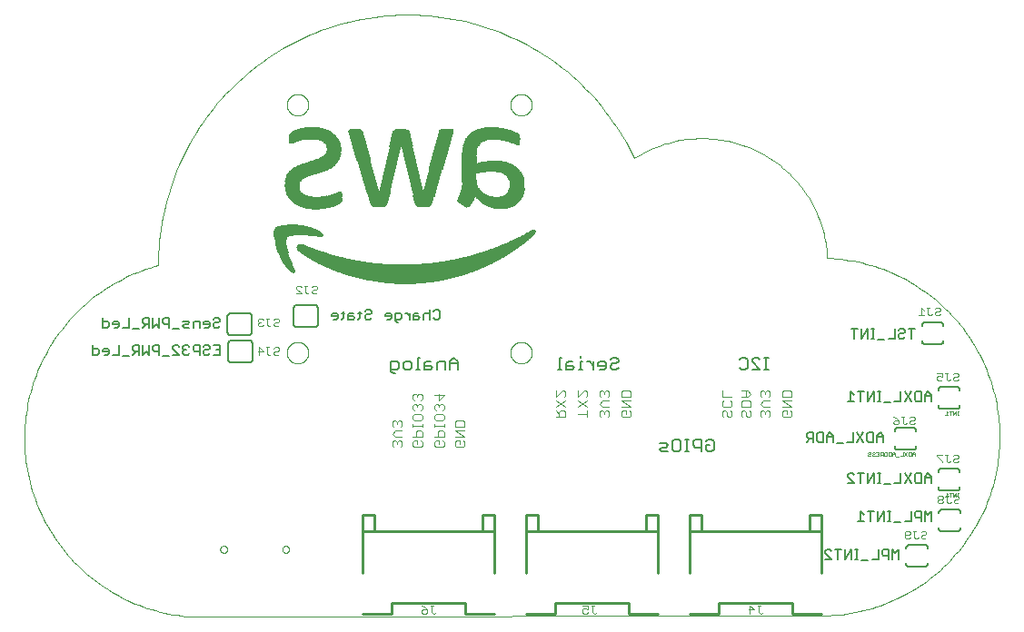
<source format=gbo>
G04 EAGLE Gerber RS-274X export*
G75*
%MOMM*%
%FSLAX34Y34*%
%LPD*%
%INBottom Silkscreen*%
%IPPOS*%
%AMOC8*
5,1,8,0,0,1.08239X$1,22.5*%
G01*
%ADD10C,0.000000*%
%ADD11C,0.101600*%
%ADD12C,0.127000*%
%ADD13C,0.152400*%
%ADD14R,0.015238X0.015238*%
%ADD15R,0.167637X0.015238*%
%ADD16R,1.508756X0.015238*%
%ADD17R,2.103119X0.015238*%
%ADD18R,2.560319X0.015238*%
%ADD19R,2.941319X0.015238*%
%ADD20R,3.307081X0.015238*%
%ADD21R,3.596638X0.015238*%
%ADD22R,3.901438X0.015238*%
%ADD23R,4.175756X0.015238*%
%ADD24R,4.419600X0.015238*%
%ADD25R,4.663438X0.015238*%
%ADD26R,4.892037X0.015238*%
%ADD27R,5.105400X0.015238*%
%ADD28R,5.318756X0.015238*%
%ADD29R,5.516875X0.015238*%
%ADD30R,5.715000X0.015238*%
%ADD31R,5.897881X0.015238*%
%ADD32R,6.080756X0.015238*%
%ADD33R,6.263638X0.015238*%
%ADD34R,6.431275X0.015238*%
%ADD35R,6.598919X0.015238*%
%ADD36R,6.766556X0.015238*%
%ADD37R,6.918956X0.015238*%
%ADD38R,7.086600X0.015238*%
%ADD39R,7.223756X0.015238*%
%ADD40R,7.376156X0.015238*%
%ADD41R,7.528556X0.015238*%
%ADD42R,7.665719X0.015238*%
%ADD43R,7.802875X0.015238*%
%ADD44R,7.955275X0.015238*%
%ADD45R,8.077200X0.015238*%
%ADD46R,8.214356X0.015238*%
%ADD47R,8.351519X0.015238*%
%ADD48R,8.473438X0.015238*%
%ADD49R,8.595356X0.015238*%
%ADD50R,8.717275X0.015238*%
%ADD51R,8.839200X0.015238*%
%ADD52R,8.961119X0.015238*%
%ADD53R,9.083037X0.015238*%
%ADD54R,9.204956X0.015238*%
%ADD55R,9.326875X0.015238*%
%ADD56R,9.433563X0.015238*%
%ADD57R,9.555481X0.015238*%
%ADD58R,9.662156X0.015238*%
%ADD59R,9.768838X0.015238*%
%ADD60R,9.890763X0.015238*%
%ADD61R,9.982200X0.015238*%
%ADD62R,10.104119X0.015238*%
%ADD63R,10.195563X0.015238*%
%ADD64R,10.317481X0.015238*%
%ADD65R,10.408919X0.015238*%
%ADD66R,10.515600X0.015238*%
%ADD67R,10.622281X0.015238*%
%ADD68R,10.713719X0.015238*%
%ADD69R,10.805162X0.015238*%
%ADD70R,10.911838X0.015238*%
%ADD71R,11.018519X0.015238*%
%ADD72R,11.109962X0.015238*%
%ADD73R,11.201400X0.015238*%
%ADD74R,11.308075X0.015238*%
%ADD75R,11.384281X0.015238*%
%ADD76R,11.490956X0.015238*%
%ADD77R,11.582400X0.015238*%
%ADD78R,11.673838X0.015238*%
%ADD79R,11.765275X0.015238*%
%ADD80R,11.841481X0.015238*%
%ADD81R,0.045719X0.015238*%
%ADD82R,11.932919X0.015238*%
%ADD83R,0.152400X0.015238*%
%ADD84R,12.009119X0.015238*%
%ADD85R,0.198119X0.015238*%
%ADD86R,12.100556X0.015238*%
%ADD87R,0.243838X0.015238*%
%ADD88R,12.192000X0.015238*%
%ADD89R,0.289556X0.015238*%
%ADD90R,12.283437X0.015238*%
%ADD91R,0.304800X0.015238*%
%ADD92R,12.359637X0.015238*%
%ADD93R,0.335281X0.015238*%
%ADD94R,12.451081X0.015238*%
%ADD95R,0.365756X0.015238*%
%ADD96R,12.527275X0.015238*%
%ADD97R,0.381000X0.015238*%
%ADD98R,12.618719X0.015238*%
%ADD99R,0.396238X0.015238*%
%ADD100R,12.694919X0.015238*%
%ADD101R,0.411481X0.015238*%
%ADD102R,12.786356X0.015238*%
%ADD103R,0.426719X0.015238*%
%ADD104R,12.862556X0.015238*%
%ADD105R,0.441956X0.015238*%
%ADD106R,12.938756X0.015238*%
%ADD107R,13.030200X0.015238*%
%ADD108R,0.457200X0.015238*%
%ADD109R,13.091156X0.015238*%
%ADD110R,0.487681X0.015238*%
%ADD111R,13.182600X0.015238*%
%ADD112R,0.487675X0.015238*%
%ADD113R,13.243556X0.015238*%
%ADD114R,0.502919X0.015238*%
%ADD115R,13.335000X0.015238*%
%ADD116R,0.518156X0.015238*%
%ADD117R,13.411200X0.015238*%
%ADD118R,13.487400X0.015238*%
%ADD119R,0.533400X0.015238*%
%ADD120R,13.563600X0.015238*%
%ADD121R,13.639800X0.015238*%
%ADD122R,0.548638X0.015238*%
%ADD123R,13.700756X0.015238*%
%ADD124R,13.792200X0.015238*%
%ADD125R,0.563881X0.015238*%
%ADD126R,13.853156X0.015238*%
%ADD127R,13.944600X0.015238*%
%ADD128R,14.005556X0.015238*%
%ADD129R,0.579119X0.015238*%
%ADD130R,14.081756X0.015238*%
%ADD131R,0.594356X0.015238*%
%ADD132R,14.157956X0.015238*%
%ADD133R,14.218919X0.015238*%
%ADD134R,0.609600X0.015238*%
%ADD135R,14.295119X0.015238*%
%ADD136R,14.371319X0.015238*%
%ADD137R,0.624838X0.015238*%
%ADD138R,14.432281X0.015238*%
%ADD139R,14.493238X0.015238*%
%ADD140R,14.584681X0.015238*%
%ADD141R,0.640081X0.015238*%
%ADD142R,14.645638X0.015238*%
%ADD143R,14.706600X0.015238*%
%ADD144R,0.655319X0.015238*%
%ADD145R,14.782800X0.015238*%
%ADD146R,0.670556X0.015238*%
%ADD147R,14.859000X0.015238*%
%ADD148R,14.919956X0.015238*%
%ADD149R,14.980919X0.015238*%
%ADD150R,15.041881X0.015238*%
%ADD151R,0.685800X0.015238*%
%ADD152R,15.102838X0.015238*%
%ADD153R,15.194281X0.015238*%
%ADD154R,15.255238X0.015238*%
%ADD155R,0.701037X0.015238*%
%ADD156R,15.316200X0.015238*%
%ADD157R,15.377156X0.015238*%
%ADD158R,15.438119X0.015238*%
%ADD159R,0.716281X0.015238*%
%ADD160R,15.499081X0.015238*%
%ADD161R,7.269481X0.015238*%
%ADD162R,6.690356X0.015238*%
%ADD163R,0.731519X0.015238*%
%ADD164R,6.934200X0.015238*%
%ADD165R,6.355081X0.015238*%
%ADD166R,6.126475X0.015238*%
%ADD167R,6.507475X0.015238*%
%ADD168R,5.943600X0.015238*%
%ADD169R,0.746756X0.015238*%
%ADD170R,5.791200X0.015238*%
%ADD171R,6.172200X0.015238*%
%ADD172R,5.638800X0.015238*%
%ADD173R,6.050281X0.015238*%
%ADD174R,5.501638X0.015238*%
%ADD175R,0.762000X0.015238*%
%ADD176R,5.913119X0.015238*%
%ADD177R,5.379719X0.015238*%
%ADD178R,5.806438X0.015238*%
%ADD179R,5.273038X0.015238*%
%ADD180R,5.684519X0.015238*%
%ADD181R,5.166356X0.015238*%
%ADD182R,0.777238X0.015238*%
%ADD183R,5.593075X0.015238*%
%ADD184R,5.059681X0.015238*%
%ADD185R,5.486400X0.015238*%
%ADD186R,4.953000X0.015238*%
%ADD187R,5.410200X0.015238*%
%ADD188R,4.876800X0.015238*%
%ADD189R,4.785356X0.015238*%
%ADD190R,5.227319X0.015238*%
%ADD191R,4.709163X0.015238*%
%ADD192R,0.792481X0.015238*%
%ADD193R,5.151119X0.015238*%
%ADD194R,4.632956X0.015238*%
%ADD195R,5.059675X0.015238*%
%ADD196R,4.556756X0.015238*%
%ADD197R,4.983481X0.015238*%
%ADD198R,4.495800X0.015238*%
%ADD199R,0.792475X0.015238*%
%ADD200R,4.922519X0.015238*%
%ADD201R,0.807719X0.015238*%
%ADD202R,4.861556X0.015238*%
%ADD203R,4.358638X0.015238*%
%ADD204R,4.785363X0.015238*%
%ADD205R,4.297675X0.015238*%
%ADD206R,4.724400X0.015238*%
%ADD207R,4.221481X0.015238*%
%ADD208R,4.160519X0.015238*%
%ADD209R,0.822956X0.015238*%
%ADD210R,4.602475X0.015238*%
%ADD211R,4.099556X0.015238*%
%ADD212R,0.822963X0.015238*%
%ADD213R,4.038600X0.015238*%
%ADD214R,4.480556X0.015238*%
%ADD215R,3.992875X0.015238*%
%ADD216R,0.838200X0.015238*%
%ADD217R,4.434838X0.015238*%
%ADD218R,3.947156X0.015238*%
%ADD219R,4.373881X0.015238*%
%ADD220R,3.886200X0.015238*%
%ADD221R,4.328163X0.015238*%
%ADD222R,3.825238X0.015238*%
%ADD223R,4.282438X0.015238*%
%ADD224R,3.779519X0.015238*%
%ADD225R,4.236719X0.015238*%
%ADD226R,3.733800X0.015238*%
%ADD227R,0.853438X0.015238*%
%ADD228R,4.175763X0.015238*%
%ADD229R,3.672837X0.015238*%
%ADD230R,4.130038X0.015238*%
%ADD231R,3.627119X0.015238*%
%ADD232R,4.084319X0.015238*%
%ADD233R,3.550919X0.015238*%
%ADD234R,4.008119X0.015238*%
%ADD235R,3.489956X0.015238*%
%ADD236R,3.459481X0.015238*%
%ADD237R,0.868675X0.015238*%
%ADD238R,3.413756X0.015238*%
%ADD239R,3.870956X0.015238*%
%ADD240R,3.368038X0.015238*%
%ADD241R,0.868681X0.015238*%
%ADD242R,3.840481X0.015238*%
%ADD243R,3.337563X0.015238*%
%ADD244R,3.291838X0.015238*%
%ADD245R,3.749038X0.015238*%
%ADD246R,3.246119X0.015238*%
%ADD247R,3.718562X0.015238*%
%ADD248R,3.200400X0.015238*%
%ADD249R,0.883919X0.015238*%
%ADD250R,3.185156X0.015238*%
%ADD251R,3.124200X0.015238*%
%ADD252R,3.108963X0.015238*%
%ADD253R,3.566156X0.015238*%
%ADD254R,3.063238X0.015238*%
%ADD255R,3.535681X0.015238*%
%ADD256R,3.017519X0.015238*%
%ADD257R,3.489963X0.015238*%
%ADD258R,2.987038X0.015238*%
%ADD259R,3.459475X0.015238*%
%ADD260R,2.956556X0.015238*%
%ADD261R,3.429000X0.015238*%
%ADD262R,2.910837X0.015238*%
%ADD263R,0.899156X0.015238*%
%ADD264R,3.383281X0.015238*%
%ADD265R,2.895600X0.015238*%
%ADD266R,3.352800X0.015238*%
%ADD267R,2.849875X0.015238*%
%ADD268R,0.899163X0.015238*%
%ADD269R,3.337556X0.015238*%
%ADD270R,2.819400X0.015238*%
%ADD271R,2.773681X0.015238*%
%ADD272R,3.261356X0.015238*%
%ADD273R,2.758438X0.015238*%
%ADD274R,3.230881X0.015238*%
%ADD275R,2.712719X0.015238*%
%ADD276R,0.914400X0.015238*%
%ADD277R,2.697481X0.015238*%
%ADD278R,3.169919X0.015238*%
%ADD279R,2.667000X0.015238*%
%ADD280R,3.139438X0.015238*%
%ADD281R,2.636519X0.015238*%
%ADD282R,2.606038X0.015238*%
%ADD283R,3.078475X0.015238*%
%ADD284R,3.048000X0.015238*%
%ADD285R,2.545075X0.015238*%
%ADD286R,3.032763X0.015238*%
%ADD287R,2.514600X0.015238*%
%ADD288R,0.929638X0.015238*%
%ADD289R,2.468881X0.015238*%
%ADD290R,2.971800X0.015238*%
%ADD291R,2.453638X0.015238*%
%ADD292R,2.956562X0.015238*%
%ADD293R,2.407919X0.015238*%
%ADD294R,2.392681X0.015238*%
%ADD295R,2.362200X0.015238*%
%ADD296R,2.849881X0.015238*%
%ADD297R,2.346956X0.015238*%
%ADD298R,2.834637X0.015238*%
%ADD299R,2.301238X0.015238*%
%ADD300R,2.788919X0.015238*%
%ADD301R,2.255519X0.015238*%
%ADD302R,2.773675X0.015238*%
%ADD303R,2.240281X0.015238*%
%ADD304R,0.944881X0.015238*%
%ADD305R,2.727956X0.015238*%
%ADD306R,2.194556X0.015238*%
%ADD307R,2.179319X0.015238*%
%ADD308R,2.682238X0.015238*%
%ADD309R,2.148837X0.015238*%
%ADD310R,2.133600X0.015238*%
%ADD311R,0.944875X0.015238*%
%ADD312R,2.621281X0.015238*%
%ADD313R,2.087875X0.015238*%
%ADD314R,2.590800X0.015238*%
%ADD315R,2.042156X0.015238*%
%ADD316R,2.575556X0.015238*%
%ADD317R,2.545081X0.015238*%
%ADD318R,1.996438X0.015238*%
%ADD319R,2.529838X0.015238*%
%ADD320R,1.981200X0.015238*%
%ADD321R,0.960119X0.015238*%
%ADD322R,2.499356X0.015238*%
%ADD323R,1.950719X0.015238*%
%ADD324R,2.484119X0.015238*%
%ADD325R,1.935481X0.015238*%
%ADD326R,1.889763X0.015238*%
%ADD327R,2.438400X0.015238*%
%ADD328R,1.859275X0.015238*%
%ADD329R,1.828800X0.015238*%
%ADD330R,1.813556X0.015238*%
%ADD331R,1.783081X0.015238*%
%ADD332R,1.752600X0.015238*%
%ADD333R,2.331719X0.015238*%
%ADD334R,1.706881X0.015238*%
%ADD335R,1.691638X0.015238*%
%ADD336R,2.286000X0.015238*%
%ADD337R,1.645919X0.015238*%
%ADD338R,1.630675X0.015238*%
%ADD339R,0.975356X0.015238*%
%ADD340R,1.569719X0.015238*%
%ADD341R,2.225038X0.015238*%
%ADD342R,1.554481X0.015238*%
%ADD343R,2.209800X0.015238*%
%ADD344R,1.463037X0.015238*%
%ADD345R,2.164081X0.015238*%
%ADD346R,1.417319X0.015238*%
%ADD347R,1.402081X0.015238*%
%ADD348R,2.118356X0.015238*%
%ADD349R,1.356356X0.015238*%
%ADD350R,1.325881X0.015238*%
%ADD351R,1.280156X0.015238*%
%ADD352R,0.975363X0.015238*%
%ADD353R,2.057400X0.015238*%
%ADD354R,1.249681X0.015238*%
%ADD355R,1.203956X0.015238*%
%ADD356R,2.026919X0.015238*%
%ADD357R,1.158238X0.015238*%
%ADD358R,1.112519X0.015238*%
%ADD359R,1.066800X0.015238*%
%ADD360R,1.965956X0.015238*%
%ADD361R,1.036319X0.015238*%
%ADD362R,0.990600X0.015238*%
%ADD363R,1.935475X0.015238*%
%ADD364R,1.920238X0.015238*%
%ADD365R,1.905000X0.015238*%
%ADD366R,1.889756X0.015238*%
%ADD367R,1.859281X0.015238*%
%ADD368R,1.767838X0.015238*%
%ADD369R,1.005837X0.015238*%
%ADD370R,1.737356X0.015238*%
%ADD371R,1.722119X0.015238*%
%ADD372R,0.182881X0.015238*%
%ADD373R,1.706875X0.015238*%
%ADD374R,1.676400X0.015238*%
%ADD375R,1.661163X0.015238*%
%ADD376R,1.615438X0.015238*%
%ADD377R,1.021075X0.015238*%
%ADD378R,1.600200X0.015238*%
%ADD379R,1.584956X0.015238*%
%ADD380R,1.554475X0.015238*%
%ADD381R,1.021081X0.015238*%
%ADD382R,1.539238X0.015238*%
%ADD383R,1.524000X0.015238*%
%ADD384R,1.493519X0.015238*%
%ADD385R,1.478281X0.015238*%
%ADD386R,1.447800X0.015238*%
%ADD387R,1.432556X0.015238*%
%ADD388R,1.051562X0.015238*%
%ADD389R,1.402075X0.015238*%
%ADD390R,1.386838X0.015238*%
%ADD391R,1.371600X0.015238*%
%ADD392R,1.341119X0.015238*%
%ADD393R,1.082037X0.015238*%
%ADD394R,1.325875X0.015238*%
%ADD395R,1.310638X0.015238*%
%ADD396R,1.295400X0.015238*%
%ADD397R,1.097275X0.015238*%
%ADD398R,1.264919X0.015238*%
%ADD399R,1.249675X0.015238*%
%ADD400R,1.234438X0.015238*%
%ADD401R,1.127756X0.015238*%
%ADD402R,1.219200X0.015238*%
%ADD403R,1.173481X0.015238*%
%ADD404R,1.143000X0.015238*%
%ADD405R,1.173475X0.015238*%
%ADD406R,1.188719X0.015238*%
%ADD407R,1.097281X0.015238*%
%ADD408R,1.051556X0.015238*%
%ADD409R,0.121919X0.015238*%
%ADD410R,1.630681X0.015238*%
%ADD411R,4.541519X0.015238*%
%ADD412R,4.526281X0.015238*%
%ADD413R,4.511038X0.015238*%
%ADD414R,4.480563X0.015238*%
%ADD415R,4.465319X0.015238*%
%ADD416R,4.450081X0.015238*%
%ADD417R,0.746762X0.015238*%
%ADD418R,0.670563X0.015238*%
%ADD419R,4.328156X0.015238*%
%ADD420R,4.312919X0.015238*%
%ADD421R,4.251956X0.015238*%
%ADD422R,4.206238X0.015238*%
%ADD423R,0.335275X0.015238*%
%ADD424R,4.069081X0.015238*%
%ADD425R,4.023356X0.015238*%
%ADD426R,0.228600X0.015238*%
%ADD427R,3.977638X0.015238*%
%ADD428R,3.794756X0.015238*%
%ADD429R,3.718556X0.015238*%
%ADD430R,3.657600X0.015238*%
%ADD431R,3.520438X0.015238*%
%ADD432R,3.398519X0.015238*%
%ADD433R,3.276600X0.015238*%
%ADD434R,2.865119X0.015238*%
%ADD435R,2.651756X0.015238*%
%ADD436R,1.798319X0.015238*%
%ADD437R,1.432562X0.015238*%
%ADD438R,2.316475X0.015238*%
%ADD439R,2.423156X0.015238*%
%ADD440R,1.874519X0.015238*%
%ADD441R,0.320038X0.015238*%
%ADD442R,0.030481X0.015238*%
%ADD443R,0.350519X0.015238*%
%ADD444R,2.270756X0.015238*%
%ADD445R,3.032756X0.015238*%
%ADD446R,3.215638X0.015238*%
%ADD447R,2.468875X0.015238*%
%ADD448R,1.356363X0.015238*%
%ADD449R,3.444238X0.015238*%
%ADD450R,0.716275X0.015238*%
%ADD451R,2.804156X0.015238*%
%ADD452R,1.478275X0.015238*%
%ADD453R,3.794763X0.015238*%
%ADD454R,1.508763X0.015238*%
%ADD455R,3.840475X0.015238*%
%ADD456R,3.002281X0.015238*%
%ADD457R,3.962400X0.015238*%
%ADD458R,3.078481X0.015238*%
%ADD459R,3.154675X0.015238*%
%ADD460R,1.584963X0.015238*%
%ADD461R,4.114800X0.015238*%
%ADD462R,4.389119X0.015238*%
%ADD463R,1.661156X0.015238*%
%ADD464R,3.505200X0.015238*%
%ADD465R,3.581400X0.015238*%
%ADD466R,4.587238X0.015238*%
%ADD467R,4.602481X0.015238*%
%ADD468R,4.617719X0.015238*%
%ADD469R,3.703319X0.015238*%
%ADD470R,4.648200X0.015238*%
%ADD471R,4.678675X0.015238*%
%ADD472R,3.810000X0.015238*%
%ADD473R,4.709156X0.015238*%
%ADD474R,4.739638X0.015238*%
%ADD475R,3.855719X0.015238*%
%ADD476R,1.783075X0.015238*%
%ADD477R,4.754875X0.015238*%
%ADD478R,3.916681X0.015238*%
%ADD479R,3.931919X0.015238*%
%ADD480R,4.800600X0.015238*%
%ADD481R,4.831081X0.015238*%
%ADD482R,4.846319X0.015238*%
%ADD483R,4.053838X0.015238*%
%ADD484R,4.831075X0.015238*%
%ADD485R,1.844037X0.015238*%
%ADD486R,4.907281X0.015238*%
%ADD487R,4.937756X0.015238*%
%ADD488R,4.267200X0.015238*%
%ADD489R,4.968237X0.015238*%
%ADD490R,2.072637X0.015238*%
%ADD491R,1.813563X0.015238*%
%ADD492R,2.621275X0.015238*%
%ADD493R,2.011675X0.015238*%
%ADD494R,2.575563X0.015238*%
%ADD495R,2.377438X0.015238*%
%ADD496R,2.118362X0.015238*%
%ADD497R,0.441963X0.015238*%
%ADD498R,2.164075X0.015238*%
%ADD499R,2.011681X0.015238*%
%ADD500R,0.106681X0.015238*%
%ADD501R,2.194562X0.015238*%
%ADD502R,1.127763X0.015238*%
%ADD503R,1.203963X0.015238*%
%ADD504R,2.316481X0.015238*%
%ADD505R,1.965963X0.015238*%
%ADD506R,2.087881X0.015238*%
%ADD507R,0.030475X0.015238*%
%ADD508R,2.804163X0.015238*%
%ADD509R,3.154681X0.015238*%
%ADD510R,5.394963X0.015238*%
%ADD511R,5.364481X0.015238*%
%ADD512R,5.349238X0.015238*%
%ADD513R,3.322319X0.015238*%
%ADD514R,5.318763X0.015238*%
%ADD515R,5.288281X0.015238*%
%ADD516R,5.257800X0.015238*%
%ADD517R,5.196837X0.015238*%
%ADD518R,5.212081X0.015238*%
%ADD519R,5.181600X0.015238*%
%ADD520R,5.166362X0.015238*%
%ADD521R,3.474719X0.015238*%
%ADD522R,5.135881X0.015238*%
%ADD523R,5.120637X0.015238*%
%ADD524R,5.090162X0.015238*%
%ADD525R,1.280163X0.015238*%
%ADD526R,5.074919X0.015238*%
%ADD527R,5.044437X0.015238*%
%ADD528R,5.013962X0.015238*%
%ADD529R,4.998719X0.015238*%
%ADD530R,4.937762X0.015238*%
%ADD531R,3.383275X0.015238*%
%ADD532R,4.815838X0.015238*%
%ADD533R,4.754881X0.015238*%
%ADD534R,4.693919X0.015238*%
%ADD535R,4.632963X0.015238*%
%ADD536R,4.572000X0.015238*%
%ADD537R,3.093719X0.015238*%
%ADD538R,2.926081X0.015238*%
%ADD539R,2.880356X0.015238*%
%ADD540R,0.640075X0.015238*%
%ADD541R,2.270763X0.015238*%
%ADD542R,2.240275X0.015238*%
%ADD543R,0.411475X0.015238*%
%ADD544R,0.060956X0.015238*%
%ADD545R,0.274319X0.015238*%
%ADD546R,5.029200X0.015238*%
%ADD547R,5.013956X0.015238*%
%ADD548R,4.526275X0.015238*%
%ADD549R,4.450075X0.015238*%
%ADD550R,4.404356X0.015238*%
%ADD551R,4.373875X0.015238*%
%ADD552R,4.770119X0.015238*%
%ADD553R,4.678681X0.015238*%
%ADD554R,4.191000X0.015238*%
%ADD555R,4.145281X0.015238*%
%ADD556R,4.251963X0.015238*%
%ADD557R,3.992881X0.015238*%
%ADD558R,3.611881X0.015238*%
%ADD559R,3.764275X0.015238*%
%ADD560R,3.688081X0.015238*%
%ADD561R,3.002275X0.015238*%
%ADD562R,2.499363X0.015238*%
%ADD563C,0.203200*%
%ADD564C,0.076200*%
%ADD565C,0.254000*%
%ADD566C,0.025400*%


D10*
X154250Y-1270D02*
X733300Y0D01*
X154250Y-1270D02*
X150177Y-1117D01*
X146108Y-864D01*
X142047Y-512D01*
X137995Y-61D01*
X133956Y489D01*
X129932Y1138D01*
X125924Y1885D01*
X121936Y2730D01*
X117970Y3672D01*
X114028Y4711D01*
X110113Y5846D01*
X106227Y7077D01*
X102371Y8402D01*
X98550Y9821D01*
X94764Y11333D01*
X91017Y12938D01*
X87310Y14633D01*
X83645Y16419D01*
X80025Y18294D01*
X76452Y20257D01*
X72929Y22306D01*
X69456Y24441D01*
X66037Y26661D01*
X62673Y28963D01*
X59366Y31347D01*
X56119Y33812D01*
X52932Y36355D01*
X49809Y38975D01*
X46752Y41670D01*
X43760Y44440D01*
X40838Y47282D01*
X37986Y50195D01*
X35206Y53177D01*
X32500Y56225D01*
X29869Y59339D01*
X27315Y62517D01*
X24840Y65756D01*
X22445Y69054D01*
X20131Y72410D01*
X17900Y75822D01*
X15753Y79287D01*
X13691Y82804D01*
X11716Y86370D01*
X9829Y89984D01*
X8031Y93642D01*
X6323Y97343D01*
X4706Y101085D01*
X3180Y104866D01*
X1748Y108683D01*
X410Y112533D01*
X-834Y116415D01*
X-1982Y120327D01*
X-3035Y124265D01*
X-3990Y128228D01*
X-4849Y132213D01*
X-5610Y136218D01*
X-6272Y140240D01*
X-6836Y144277D01*
X-7301Y148327D01*
X-7667Y152387D01*
X-7934Y156455D01*
X-8100Y160528D01*
X-8168Y164604D01*
X-8135Y168681D01*
X-8003Y172755D01*
X-7771Y176825D01*
X-7439Y180888D01*
X-7009Y184942D01*
X-6479Y188984D01*
X-5850Y193011D01*
X-5124Y197023D01*
X-4299Y201015D01*
X-3377Y204986D01*
X-2358Y208933D01*
X-1243Y212854D01*
X-32Y216746D01*
X1274Y220608D01*
X2673Y224437D01*
X4166Y228230D01*
X5752Y231986D01*
X7428Y235701D01*
X9195Y239375D01*
X11052Y243004D01*
X12996Y246587D01*
X15028Y250121D01*
X17146Y253604D01*
X19348Y257035D01*
X21633Y260411D01*
X24000Y263729D01*
X26448Y266989D01*
X28975Y270188D01*
X31579Y273324D01*
X34259Y276396D01*
X37014Y279401D01*
X39841Y282338D01*
X42739Y285205D01*
X45707Y288000D01*
X48742Y290721D01*
X51842Y293368D01*
X55007Y295938D01*
X58233Y298429D01*
X61519Y300841D01*
X64864Y303172D01*
X68264Y305421D01*
X71719Y307585D01*
X75225Y309665D01*
X78781Y311658D01*
X82385Y313563D01*
X86034Y315380D01*
X89727Y317107D01*
X93460Y318743D01*
X97233Y320287D01*
X101042Y321738D01*
X104886Y323096D01*
X108762Y324360D01*
X112668Y325528D01*
X116600Y326600D01*
X740000Y333299D02*
X744073Y333097D01*
X748139Y332794D01*
X752198Y332392D01*
X756245Y331891D01*
X760278Y331291D01*
X764296Y330593D01*
X768295Y329797D01*
X772274Y328903D01*
X776230Y327912D01*
X780160Y326824D01*
X784063Y325641D01*
X787935Y324362D01*
X791775Y322990D01*
X795580Y321523D01*
X799348Y319965D01*
X803077Y318314D01*
X806765Y316573D01*
X810409Y314742D01*
X814007Y312822D01*
X817556Y310815D01*
X821056Y308722D01*
X824504Y306544D01*
X827897Y304282D01*
X831234Y301938D01*
X834512Y299513D01*
X837730Y297008D01*
X840886Y294425D01*
X843978Y291767D01*
X847004Y289033D01*
X849962Y286226D01*
X852851Y283347D01*
X855668Y280399D01*
X858413Y277383D01*
X861082Y274300D01*
X863676Y271153D01*
X866192Y267944D01*
X868628Y264674D01*
X870984Y261345D01*
X873258Y257960D01*
X875448Y254520D01*
X877554Y251028D01*
X879573Y247485D01*
X881505Y243894D01*
X883349Y240256D01*
X885103Y236575D01*
X886767Y232852D01*
X888339Y229089D01*
X889818Y225289D01*
X891205Y221454D01*
X892497Y217586D01*
X893693Y213688D01*
X894795Y209761D01*
X895800Y205809D01*
X896708Y201834D01*
X897518Y197837D01*
X898230Y193822D01*
X898844Y189790D01*
X899359Y185745D01*
X899776Y181688D01*
X900092Y177623D01*
X900310Y173550D01*
X900427Y169474D01*
X900445Y165396D01*
X900363Y161319D01*
X900181Y157245D01*
X899900Y153177D01*
X899519Y149117D01*
X899039Y145067D01*
X898461Y141031D01*
X897783Y137009D01*
X897008Y133006D01*
X896135Y129022D01*
X895164Y125062D01*
X894097Y121126D01*
X892934Y117217D01*
X891676Y113338D01*
X890324Y109491D01*
X888877Y105678D01*
X887338Y101902D01*
X885707Y98164D01*
X883985Y94468D01*
X882173Y90814D01*
X880272Y87207D01*
X878284Y83646D01*
X876209Y80136D01*
X874049Y76677D01*
X871805Y73272D01*
X869478Y69923D01*
X867070Y66632D01*
X864582Y63400D01*
X862016Y60231D01*
X859374Y57125D01*
X856656Y54085D01*
X853864Y51112D01*
X851001Y48209D01*
X848067Y45376D01*
X845065Y42616D01*
X841997Y39930D01*
X838863Y37320D01*
X835667Y34788D01*
X832410Y32334D01*
X829094Y29961D01*
X825720Y27670D01*
X822292Y25461D01*
X818811Y23338D01*
X815278Y21300D01*
X811697Y19349D01*
X808070Y17486D01*
X804398Y15713D01*
X800683Y14030D01*
X796929Y12438D01*
X793136Y10939D01*
X789309Y9532D01*
X785447Y8220D01*
X781555Y7003D01*
X777635Y5881D01*
X773688Y4856D01*
X769717Y3927D01*
X765725Y3096D01*
X761713Y2363D01*
X757685Y1727D01*
X753643Y1191D01*
X749588Y754D01*
X745524Y416D01*
X741453Y177D01*
X737378Y39D01*
X733300Y0D01*
X740000Y333300D02*
X739836Y336145D01*
X739603Y338986D01*
X739301Y341821D01*
X738929Y344647D01*
X738489Y347464D01*
X737981Y350269D01*
X737404Y353060D01*
X736760Y355837D01*
X736048Y358597D01*
X735269Y361339D01*
X734424Y364062D01*
X733512Y366763D01*
X732535Y369441D01*
X731493Y372094D01*
X730387Y374721D01*
X729217Y377321D01*
X727985Y379891D01*
X726690Y382430D01*
X725333Y384938D01*
X723916Y387411D01*
X722439Y389849D01*
X720903Y392251D01*
X719309Y394614D01*
X717658Y396938D01*
X715951Y399221D01*
X714189Y401462D01*
X712373Y403659D01*
X710504Y405811D01*
X708583Y407917D01*
X706611Y409976D01*
X704590Y411986D01*
X702520Y413946D01*
X700404Y415855D01*
X698241Y417713D01*
X696034Y419517D01*
X693783Y421266D01*
X691491Y422961D01*
X689158Y424599D01*
X686786Y426179D01*
X684376Y427702D01*
X681930Y429165D01*
X679448Y430569D01*
X676934Y431911D01*
X674387Y433192D01*
X671810Y434410D01*
X669204Y435566D01*
X666571Y436657D01*
X663912Y437685D01*
X661228Y438647D01*
X658522Y439543D01*
X655795Y440373D01*
X653049Y441137D01*
X650285Y441834D01*
X647505Y442463D01*
X644710Y443024D01*
X641902Y443517D01*
X639083Y443941D01*
X636255Y444297D01*
X633419Y444583D01*
X630576Y444801D01*
X627730Y444949D01*
X624880Y445028D01*
X622030Y445037D01*
X619180Y444977D01*
X616332Y444848D01*
X613488Y444649D01*
X610650Y444382D01*
X607820Y444045D01*
X604998Y443639D01*
X602187Y443165D01*
X599389Y442622D01*
X596604Y442012D01*
X593836Y441333D01*
X591084Y440588D01*
X588352Y439776D01*
X585640Y438897D01*
X582950Y437953D01*
X580284Y436943D01*
X577644Y435869D01*
X575030Y434731D01*
X572445Y433530D01*
X569890Y432266D01*
X567367Y430940D01*
X564876Y429553D01*
X562420Y428106D01*
X560000Y426600D01*
X557521Y431703D01*
X554919Y436744D01*
X552194Y441720D01*
X549350Y446629D01*
X546386Y451466D01*
X543305Y456230D01*
X540109Y460918D01*
X536800Y465526D01*
X533380Y470052D01*
X529850Y474493D01*
X526213Y478847D01*
X522471Y483112D01*
X518626Y487283D01*
X514681Y491360D01*
X510637Y495340D01*
X506498Y499219D01*
X502266Y502997D01*
X497942Y506671D01*
X493531Y510238D01*
X489033Y513696D01*
X484453Y517044D01*
X479793Y520279D01*
X475055Y523400D01*
X470243Y526404D01*
X465358Y529290D01*
X460405Y532057D01*
X455386Y534701D01*
X450304Y537223D01*
X445162Y539620D01*
X439963Y541891D01*
X434711Y544035D01*
X429407Y546050D01*
X424056Y547935D01*
X418661Y549689D01*
X413225Y551311D01*
X407750Y552800D01*
X402241Y554156D01*
X396701Y555377D01*
X391133Y556462D01*
X385539Y557411D01*
X379925Y558224D01*
X374292Y558900D01*
X368644Y559438D01*
X362985Y559838D01*
X357318Y560101D01*
X351646Y560225D01*
X345973Y560211D01*
X340301Y560059D01*
X334636Y559768D01*
X328979Y559340D01*
X323334Y558774D01*
X317704Y558070D01*
X312094Y557230D01*
X306505Y556253D01*
X300942Y555140D01*
X295408Y553892D01*
X289906Y552509D01*
X284439Y550993D01*
X279010Y549344D01*
X273624Y547563D01*
X268282Y545651D01*
X262989Y543610D01*
X257747Y541440D01*
X252560Y539144D01*
X247429Y536721D01*
X242360Y534174D01*
X237354Y531505D01*
X232415Y528714D01*
X227545Y525804D01*
X222747Y522776D01*
X218025Y519632D01*
X213380Y516373D01*
X208817Y513003D01*
X204337Y509522D01*
X199943Y505934D01*
X195638Y502239D01*
X191424Y498440D01*
X187304Y494540D01*
X183280Y490541D01*
X179355Y486444D01*
X175531Y482254D01*
X171810Y477971D01*
X168195Y473599D01*
X164687Y469140D01*
X161289Y464597D01*
X158003Y459972D01*
X154830Y455269D01*
X151773Y450490D01*
X148833Y445638D01*
X146013Y440715D01*
X143313Y435726D01*
X140736Y430672D01*
X138282Y425557D01*
X135954Y420383D01*
X133753Y415154D01*
X131679Y409873D01*
X129735Y404544D01*
X127922Y399168D01*
X126240Y393750D01*
X124691Y388292D01*
X123275Y382798D01*
X121993Y377272D01*
X120846Y371716D01*
X119836Y366133D01*
X118961Y360528D01*
X118223Y354903D01*
X117623Y349261D01*
X117160Y343607D01*
X116836Y337943D01*
X116649Y332273D01*
X116601Y326600D01*
D11*
X361195Y163137D02*
X362720Y161611D01*
X362720Y158561D01*
X361195Y157036D01*
X355093Y157036D01*
X353568Y158561D01*
X353568Y161611D01*
X355093Y163137D01*
X358144Y163137D01*
X358144Y160086D01*
X353568Y166391D02*
X362720Y166391D01*
X362720Y170967D01*
X361195Y172492D01*
X358144Y172492D01*
X356619Y170967D01*
X356619Y166391D01*
X353568Y175746D02*
X353568Y178796D01*
X353568Y177271D02*
X362720Y177271D01*
X362720Y175746D02*
X362720Y178796D01*
X362720Y183508D02*
X362720Y186559D01*
X362720Y183508D02*
X361195Y181983D01*
X355093Y181983D01*
X353568Y183508D01*
X353568Y186559D01*
X355093Y188084D01*
X361195Y188084D01*
X362720Y186559D01*
X361195Y191338D02*
X362720Y192863D01*
X362720Y195914D01*
X361195Y197439D01*
X359669Y197439D01*
X358144Y195914D01*
X358144Y194388D01*
X358144Y195914D02*
X356619Y197439D01*
X355093Y197439D01*
X353568Y195914D01*
X353568Y192863D01*
X355093Y191338D01*
X361195Y200693D02*
X362720Y202218D01*
X362720Y205269D01*
X361195Y206794D01*
X359669Y206794D01*
X358144Y205269D01*
X358144Y203744D01*
X358144Y205269D02*
X356619Y206794D01*
X355093Y206794D01*
X353568Y205269D01*
X353568Y202218D01*
X355093Y200693D01*
X343670Y158561D02*
X342145Y157036D01*
X343670Y158561D02*
X343670Y161611D01*
X342145Y163137D01*
X340619Y163137D01*
X339094Y161611D01*
X339094Y160086D01*
X339094Y161611D02*
X337569Y163137D01*
X336043Y163137D01*
X334518Y161611D01*
X334518Y158561D01*
X336043Y157036D01*
X337569Y166391D02*
X343670Y166391D01*
X337569Y166391D02*
X334518Y169441D01*
X337569Y172492D01*
X343670Y172492D01*
X342145Y175746D02*
X343670Y177271D01*
X343670Y180322D01*
X342145Y181847D01*
X340619Y181847D01*
X339094Y180322D01*
X339094Y178796D01*
X339094Y180322D02*
X337569Y181847D01*
X336043Y181847D01*
X334518Y180322D01*
X334518Y177271D01*
X336043Y175746D01*
X555505Y191077D02*
X557030Y189551D01*
X557030Y186501D01*
X555505Y184976D01*
X549403Y184976D01*
X547878Y186501D01*
X547878Y189551D01*
X549403Y191077D01*
X552454Y191077D01*
X552454Y188026D01*
X547878Y194331D02*
X557030Y194331D01*
X547878Y200432D01*
X557030Y200432D01*
X557030Y203686D02*
X547878Y203686D01*
X547878Y208262D01*
X549403Y209787D01*
X555505Y209787D01*
X557030Y208262D01*
X557030Y203686D01*
X685045Y184976D02*
X686570Y186501D01*
X686570Y189551D01*
X685045Y191077D01*
X683519Y191077D01*
X681994Y189551D01*
X681994Y188026D01*
X681994Y189551D02*
X680469Y191077D01*
X678943Y191077D01*
X677418Y189551D01*
X677418Y186501D01*
X678943Y184976D01*
X680469Y194331D02*
X686570Y194331D01*
X680469Y194331D02*
X677418Y197381D01*
X680469Y200432D01*
X686570Y200432D01*
X685045Y203686D02*
X686570Y205211D01*
X686570Y208262D01*
X685045Y209787D01*
X683519Y209787D01*
X681994Y208262D01*
X681994Y206736D01*
X681994Y208262D02*
X680469Y209787D01*
X678943Y209787D01*
X677418Y208262D01*
X677418Y205211D01*
X678943Y203686D01*
X536710Y186501D02*
X535185Y184976D01*
X536710Y186501D02*
X536710Y189551D01*
X535185Y191077D01*
X533659Y191077D01*
X532134Y189551D01*
X532134Y188026D01*
X532134Y189551D02*
X530609Y191077D01*
X529083Y191077D01*
X527558Y189551D01*
X527558Y186501D01*
X529083Y184976D01*
X530609Y194331D02*
X536710Y194331D01*
X530609Y194331D02*
X527558Y197381D01*
X530609Y200432D01*
X536710Y200432D01*
X535185Y203686D02*
X536710Y205211D01*
X536710Y208262D01*
X535185Y209787D01*
X533659Y209787D01*
X532134Y208262D01*
X532134Y206736D01*
X532134Y208262D02*
X530609Y209787D01*
X529083Y209787D01*
X527558Y208262D01*
X527558Y205211D01*
X529083Y203686D01*
X402090Y161611D02*
X400565Y163137D01*
X402090Y161611D02*
X402090Y158561D01*
X400565Y157036D01*
X394463Y157036D01*
X392938Y158561D01*
X392938Y161611D01*
X394463Y163137D01*
X397514Y163137D01*
X397514Y160086D01*
X392938Y166391D02*
X402090Y166391D01*
X392938Y172492D01*
X402090Y172492D01*
X402090Y175746D02*
X392938Y175746D01*
X392938Y180322D01*
X394463Y181847D01*
X400565Y181847D01*
X402090Y180322D01*
X402090Y175746D01*
X649485Y191077D02*
X651010Y189551D01*
X651010Y186501D01*
X649485Y184976D01*
X647959Y184976D01*
X646434Y186501D01*
X646434Y189551D01*
X644909Y191077D01*
X643383Y191077D01*
X641858Y189551D01*
X641858Y186501D01*
X643383Y184976D01*
X651010Y198907D02*
X649485Y200432D01*
X651010Y198907D02*
X651010Y195856D01*
X649485Y194331D01*
X643383Y194331D01*
X641858Y195856D01*
X641858Y198907D01*
X643383Y200432D01*
X641858Y203686D02*
X651010Y203686D01*
X641858Y203686D02*
X641858Y209787D01*
X667265Y191077D02*
X668790Y189551D01*
X668790Y186501D01*
X667265Y184976D01*
X665739Y184976D01*
X664214Y186501D01*
X664214Y189551D01*
X662689Y191077D01*
X661163Y191077D01*
X659638Y189551D01*
X659638Y186501D01*
X661163Y184976D01*
X659638Y194331D02*
X668790Y194331D01*
X659638Y194331D02*
X659638Y198907D01*
X661163Y200432D01*
X667265Y200432D01*
X668790Y198907D01*
X668790Y194331D01*
X665739Y203686D02*
X659638Y203686D01*
X665739Y203686D02*
X668790Y206736D01*
X665739Y209787D01*
X659638Y209787D01*
X664214Y209787D02*
X664214Y203686D01*
X496070Y184976D02*
X486918Y184976D01*
X496070Y184976D02*
X496070Y189551D01*
X494545Y191077D01*
X491494Y191077D01*
X489969Y189551D01*
X489969Y184976D01*
X489969Y188026D02*
X486918Y191077D01*
X486918Y200432D02*
X496070Y194331D01*
X496070Y200432D02*
X486918Y194331D01*
X486918Y203686D02*
X486918Y209787D01*
X486918Y203686D02*
X493019Y209787D01*
X494545Y209787D01*
X496070Y208262D01*
X496070Y205211D01*
X494545Y203686D01*
X507238Y188026D02*
X516390Y188026D01*
X516390Y184976D02*
X516390Y191077D01*
X516390Y194331D02*
X507238Y200432D01*
X507238Y194331D02*
X516390Y200432D01*
X507238Y203686D02*
X507238Y209787D01*
X507238Y203686D02*
X513339Y209787D01*
X514865Y209787D01*
X516390Y208262D01*
X516390Y205211D01*
X514865Y203686D01*
X705365Y191077D02*
X706890Y189551D01*
X706890Y186501D01*
X705365Y184976D01*
X699263Y184976D01*
X697738Y186501D01*
X697738Y189551D01*
X699263Y191077D01*
X702314Y191077D01*
X702314Y188026D01*
X697738Y194331D02*
X706890Y194331D01*
X697738Y200432D01*
X706890Y200432D01*
X706890Y203686D02*
X697738Y203686D01*
X697738Y208262D01*
X699263Y209787D01*
X705365Y209787D01*
X706890Y208262D01*
X706890Y203686D01*
D12*
X836613Y97163D02*
X836613Y88265D01*
X833647Y94197D02*
X836613Y97163D01*
X833647Y94197D02*
X830681Y97163D01*
X830681Y88265D01*
X827257Y88265D02*
X827257Y97163D01*
X822809Y97163D01*
X821326Y95680D01*
X821326Y92714D01*
X822809Y91231D01*
X827257Y91231D01*
X817902Y88265D02*
X817902Y97163D01*
X817902Y88265D02*
X811970Y88265D01*
X808547Y86782D02*
X802615Y86782D01*
X799192Y88265D02*
X796226Y88265D01*
X797709Y88265D02*
X797709Y97163D01*
X799192Y97163D02*
X796226Y97163D01*
X792955Y97163D02*
X792955Y88265D01*
X787023Y88265D02*
X792955Y97163D01*
X787023Y97163D02*
X787023Y88265D01*
X780634Y88265D02*
X780634Y97163D01*
X783600Y97163D02*
X777668Y97163D01*
X774245Y94197D02*
X771279Y97163D01*
X771279Y88265D01*
X774245Y88265D02*
X768313Y88265D01*
X806133Y61603D02*
X806133Y52705D01*
X803167Y58637D02*
X806133Y61603D01*
X803167Y58637D02*
X800201Y61603D01*
X800201Y52705D01*
X796777Y52705D02*
X796777Y61603D01*
X792329Y61603D01*
X790846Y60120D01*
X790846Y57154D01*
X792329Y55671D01*
X796777Y55671D01*
X787422Y52705D02*
X787422Y61603D01*
X787422Y52705D02*
X781490Y52705D01*
X778067Y51222D02*
X772135Y51222D01*
X768712Y52705D02*
X765746Y52705D01*
X767229Y52705D02*
X767229Y61603D01*
X768712Y61603D02*
X765746Y61603D01*
X762475Y61603D02*
X762475Y52705D01*
X756543Y52705D02*
X762475Y61603D01*
X756543Y61603D02*
X756543Y52705D01*
X750154Y52705D02*
X750154Y61603D01*
X753120Y61603D02*
X747188Y61603D01*
X743765Y52705D02*
X737833Y52705D01*
X743765Y52705D02*
X737833Y58637D01*
X737833Y60120D01*
X739316Y61603D01*
X742282Y61603D01*
X743765Y60120D01*
X818407Y258445D02*
X818407Y267343D01*
X821373Y267343D02*
X815441Y267343D01*
X807569Y267343D02*
X806086Y265860D01*
X807569Y267343D02*
X810534Y267343D01*
X812017Y265860D01*
X812017Y264377D01*
X810534Y262894D01*
X807569Y262894D01*
X806086Y261411D01*
X806086Y259928D01*
X807569Y258445D01*
X810534Y258445D01*
X812017Y259928D01*
X802662Y258445D02*
X802662Y267343D01*
X802662Y258445D02*
X796730Y258445D01*
X793307Y256962D02*
X787375Y256962D01*
X783952Y258445D02*
X780986Y258445D01*
X782469Y258445D02*
X782469Y267343D01*
X783952Y267343D02*
X780986Y267343D01*
X777715Y267343D02*
X777715Y258445D01*
X771783Y258445D02*
X777715Y267343D01*
X771783Y267343D02*
X771783Y258445D01*
X765394Y258445D02*
X765394Y267343D01*
X768360Y267343D02*
X762428Y267343D01*
X374655Y285123D02*
X373172Y283640D01*
X374655Y285123D02*
X377621Y285123D01*
X379104Y283640D01*
X379104Y277708D01*
X377621Y276225D01*
X374655Y276225D01*
X373172Y277708D01*
X369749Y276225D02*
X369749Y285123D01*
X368266Y282157D02*
X369749Y280674D01*
X368266Y282157D02*
X365300Y282157D01*
X363817Y280674D01*
X363817Y276225D01*
X358911Y282157D02*
X355945Y282157D01*
X354462Y280674D01*
X354462Y276225D01*
X358911Y276225D01*
X360393Y277708D01*
X358911Y279191D01*
X354462Y279191D01*
X351038Y276225D02*
X351038Y282157D01*
X351038Y279191D02*
X348072Y282157D01*
X346590Y282157D01*
X340276Y273259D02*
X338794Y273259D01*
X337311Y274742D01*
X337311Y282157D01*
X341759Y282157D01*
X343242Y280674D01*
X343242Y277708D01*
X341759Y276225D01*
X337311Y276225D01*
X332404Y276225D02*
X329438Y276225D01*
X332404Y276225D02*
X333887Y277708D01*
X333887Y280674D01*
X332404Y282157D01*
X329438Y282157D01*
X327955Y280674D01*
X327955Y279191D01*
X333887Y279191D01*
X310728Y285123D02*
X309245Y283640D01*
X310728Y285123D02*
X313694Y285123D01*
X315177Y283640D01*
X315177Y282157D01*
X313694Y280674D01*
X310728Y280674D01*
X309245Y279191D01*
X309245Y277708D01*
X310728Y276225D01*
X313694Y276225D01*
X315177Y277708D01*
X304339Y277708D02*
X304339Y283640D01*
X304339Y277708D02*
X302856Y276225D01*
X302856Y282157D02*
X305822Y282157D01*
X298102Y282157D02*
X295136Y282157D01*
X293653Y280674D01*
X293653Y276225D01*
X298102Y276225D01*
X299585Y277708D01*
X298102Y279191D01*
X293653Y279191D01*
X288747Y277708D02*
X288747Y283640D01*
X288747Y277708D02*
X287264Y276225D01*
X287264Y282157D02*
X290230Y282157D01*
X282510Y276225D02*
X279544Y276225D01*
X282510Y276225D02*
X283993Y277708D01*
X283993Y280674D01*
X282510Y282157D01*
X279544Y282157D01*
X278061Y280674D01*
X278061Y279191D01*
X283993Y279191D01*
X169224Y277503D02*
X167741Y276020D01*
X169224Y277503D02*
X172190Y277503D01*
X173673Y276020D01*
X173673Y274537D01*
X172190Y273054D01*
X169224Y273054D01*
X167741Y271571D01*
X167741Y270088D01*
X169224Y268605D01*
X172190Y268605D01*
X173673Y270088D01*
X162834Y268605D02*
X159869Y268605D01*
X162834Y268605D02*
X164317Y270088D01*
X164317Y273054D01*
X162834Y274537D01*
X159869Y274537D01*
X158386Y273054D01*
X158386Y271571D01*
X164317Y271571D01*
X154962Y268605D02*
X154962Y274537D01*
X150513Y274537D01*
X149030Y273054D01*
X149030Y268605D01*
X145607Y268605D02*
X141158Y268605D01*
X139675Y270088D01*
X141158Y271571D01*
X144124Y271571D01*
X145607Y273054D01*
X144124Y274537D01*
X139675Y274537D01*
X136252Y267122D02*
X130320Y267122D01*
X126897Y268605D02*
X126897Y277503D01*
X122448Y277503D01*
X120965Y276020D01*
X120965Y273054D01*
X122448Y271571D01*
X126897Y271571D01*
X117541Y268605D02*
X117541Y277503D01*
X114576Y271571D02*
X117541Y268605D01*
X114576Y271571D02*
X111610Y268605D01*
X111610Y277503D01*
X108186Y277503D02*
X108186Y268605D01*
X108186Y277503D02*
X103737Y277503D01*
X102254Y276020D01*
X102254Y273054D01*
X103737Y271571D01*
X108186Y271571D01*
X105220Y271571D02*
X102254Y268605D01*
X98831Y267122D02*
X92899Y267122D01*
X89476Y268605D02*
X89476Y277503D01*
X89476Y268605D02*
X83544Y268605D01*
X78638Y268605D02*
X75672Y268605D01*
X78638Y268605D02*
X80121Y270088D01*
X80121Y273054D01*
X78638Y274537D01*
X75672Y274537D01*
X74189Y273054D01*
X74189Y271571D01*
X80121Y271571D01*
X64834Y268605D02*
X64834Y277503D01*
X64834Y268605D02*
X69283Y268605D01*
X70765Y270088D01*
X70765Y273054D01*
X69283Y274537D01*
X64834Y274537D01*
D11*
X381515Y163137D02*
X383040Y161611D01*
X383040Y158561D01*
X381515Y157036D01*
X375413Y157036D01*
X373888Y158561D01*
X373888Y161611D01*
X375413Y163137D01*
X378464Y163137D01*
X378464Y160086D01*
X373888Y166391D02*
X383040Y166391D01*
X383040Y170967D01*
X381515Y172492D01*
X378464Y172492D01*
X376939Y170967D01*
X376939Y166391D01*
X373888Y175746D02*
X373888Y178796D01*
X373888Y177271D02*
X383040Y177271D01*
X383040Y175746D02*
X383040Y178796D01*
X383040Y183508D02*
X383040Y186559D01*
X383040Y183508D02*
X381515Y181983D01*
X375413Y181983D01*
X373888Y183508D01*
X373888Y186559D01*
X375413Y188084D01*
X381515Y188084D01*
X383040Y186559D01*
X381515Y191338D02*
X383040Y192863D01*
X383040Y195914D01*
X381515Y197439D01*
X379989Y197439D01*
X378464Y195914D01*
X378464Y194388D01*
X378464Y195914D02*
X376939Y197439D01*
X375413Y197439D01*
X373888Y195914D01*
X373888Y192863D01*
X375413Y191338D01*
X373888Y205269D02*
X383040Y205269D01*
X378464Y200693D01*
X378464Y206794D01*
D13*
X537881Y238683D02*
X539745Y240548D01*
X543474Y240548D01*
X545338Y238683D01*
X545338Y236819D01*
X543474Y234955D01*
X539745Y234955D01*
X537881Y233091D01*
X537881Y231226D01*
X539745Y229362D01*
X543474Y229362D01*
X545338Y231226D01*
X531780Y229362D02*
X528051Y229362D01*
X531780Y229362D02*
X533644Y231226D01*
X533644Y234955D01*
X531780Y236819D01*
X528051Y236819D01*
X526187Y234955D01*
X526187Y233091D01*
X533644Y233091D01*
X521950Y236819D02*
X521950Y229362D01*
X521950Y233091D02*
X518222Y236819D01*
X516357Y236819D01*
X512205Y236819D02*
X510341Y236819D01*
X510341Y229362D01*
X512205Y229362D02*
X508477Y229362D01*
X510341Y240548D02*
X510341Y242412D01*
X502545Y236819D02*
X498816Y236819D01*
X496952Y234955D01*
X496952Y229362D01*
X502545Y229362D01*
X504409Y231226D01*
X502545Y233091D01*
X496952Y233091D01*
X492715Y240548D02*
X490851Y240548D01*
X490851Y229362D01*
X492715Y229362D02*
X488987Y229362D01*
X681310Y229362D02*
X685038Y229362D01*
X683174Y229362D02*
X683174Y240548D01*
X685038Y240548D02*
X681310Y240548D01*
X677242Y229362D02*
X669785Y229362D01*
X677242Y229362D02*
X669785Y236819D01*
X669785Y238683D01*
X671649Y240548D01*
X675378Y240548D01*
X677242Y238683D01*
X659955Y240548D02*
X658091Y238683D01*
X659955Y240548D02*
X663684Y240548D01*
X665548Y238683D01*
X665548Y231226D01*
X663684Y229362D01*
X659955Y229362D01*
X658091Y231226D01*
X395478Y229362D02*
X395478Y236819D01*
X391750Y240548D01*
X388021Y236819D01*
X388021Y229362D01*
X388021Y234955D02*
X395478Y234955D01*
X383784Y236819D02*
X383784Y229362D01*
X383784Y236819D02*
X378191Y236819D01*
X376327Y234955D01*
X376327Y229362D01*
X370226Y236819D02*
X366497Y236819D01*
X364633Y234955D01*
X364633Y229362D01*
X370226Y229362D01*
X372090Y231226D01*
X370226Y233091D01*
X364633Y233091D01*
X360396Y240548D02*
X358532Y240548D01*
X358532Y229362D01*
X360396Y229362D02*
X356668Y229362D01*
X350736Y229362D02*
X347007Y229362D01*
X345143Y231226D01*
X345143Y234955D01*
X347007Y236819D01*
X350736Y236819D01*
X352600Y234955D01*
X352600Y231226D01*
X350736Y229362D01*
X337178Y225634D02*
X335313Y225634D01*
X333449Y227498D01*
X333449Y236819D01*
X339042Y236819D01*
X340906Y234955D01*
X340906Y231226D01*
X339042Y229362D01*
X333449Y229362D01*
D12*
X173673Y252103D02*
X167741Y252103D01*
X173673Y252103D02*
X173673Y243205D01*
X167741Y243205D01*
X170707Y247654D02*
X173673Y247654D01*
X159869Y252103D02*
X158386Y250620D01*
X159869Y252103D02*
X162834Y252103D01*
X164317Y250620D01*
X164317Y249137D01*
X162834Y247654D01*
X159869Y247654D01*
X158386Y246171D01*
X158386Y244688D01*
X159869Y243205D01*
X162834Y243205D01*
X164317Y244688D01*
X154962Y243205D02*
X154962Y252103D01*
X150513Y252103D01*
X149030Y250620D01*
X149030Y247654D01*
X150513Y246171D01*
X154962Y246171D01*
X145607Y250620D02*
X144124Y252103D01*
X141158Y252103D01*
X139675Y250620D01*
X139675Y249137D01*
X141158Y247654D01*
X142641Y247654D01*
X141158Y247654D02*
X139675Y246171D01*
X139675Y244688D01*
X141158Y243205D01*
X144124Y243205D01*
X145607Y244688D01*
X136252Y243205D02*
X130320Y243205D01*
X136252Y243205D02*
X130320Y249137D01*
X130320Y250620D01*
X131803Y252103D01*
X134769Y252103D01*
X136252Y250620D01*
X126897Y241722D02*
X120965Y241722D01*
X117541Y243205D02*
X117541Y252103D01*
X113093Y252103D01*
X111610Y250620D01*
X111610Y247654D01*
X113093Y246171D01*
X117541Y246171D01*
X108186Y243205D02*
X108186Y252103D01*
X105220Y246171D02*
X108186Y243205D01*
X105220Y246171D02*
X102254Y243205D01*
X102254Y252103D01*
X98831Y252103D02*
X98831Y243205D01*
X98831Y252103D02*
X94382Y252103D01*
X92899Y250620D01*
X92899Y247654D01*
X94382Y246171D01*
X98831Y246171D01*
X95865Y246171D02*
X92899Y243205D01*
X89476Y241722D02*
X83544Y241722D01*
X80121Y243205D02*
X80121Y252103D01*
X80121Y243205D02*
X74189Y243205D01*
X69283Y243205D02*
X66317Y243205D01*
X69283Y243205D02*
X70765Y244688D01*
X70765Y247654D01*
X69283Y249137D01*
X66317Y249137D01*
X64834Y247654D01*
X64834Y246171D01*
X70765Y246171D01*
X55479Y243205D02*
X55479Y252103D01*
X55479Y243205D02*
X59927Y243205D01*
X61410Y244688D01*
X61410Y247654D01*
X59927Y249137D01*
X55479Y249137D01*
X836613Y205957D02*
X836613Y200025D01*
X836613Y205957D02*
X833647Y208923D01*
X830681Y205957D01*
X830681Y200025D01*
X830681Y204474D02*
X836613Y204474D01*
X827257Y208923D02*
X827257Y200025D01*
X822809Y200025D01*
X821326Y201508D01*
X821326Y207440D01*
X822809Y208923D01*
X827257Y208923D01*
X817902Y208923D02*
X811970Y200025D01*
X817902Y200025D02*
X811970Y208923D01*
X808547Y208923D02*
X808547Y200025D01*
X802615Y200025D01*
X799192Y198542D02*
X793260Y198542D01*
X789837Y200025D02*
X786871Y200025D01*
X788354Y200025D02*
X788354Y208923D01*
X789837Y208923D02*
X786871Y208923D01*
X783600Y208923D02*
X783600Y200025D01*
X777668Y200025D02*
X783600Y208923D01*
X777668Y208923D02*
X777668Y200025D01*
X771279Y200025D02*
X771279Y208923D01*
X774245Y208923D02*
X768313Y208923D01*
X764889Y205957D02*
X761924Y208923D01*
X761924Y200025D01*
X764889Y200025D02*
X758958Y200025D01*
X836613Y129757D02*
X836613Y123825D01*
X836613Y129757D02*
X833647Y132723D01*
X830681Y129757D01*
X830681Y123825D01*
X830681Y128274D02*
X836613Y128274D01*
X827257Y132723D02*
X827257Y123825D01*
X822809Y123825D01*
X821326Y125308D01*
X821326Y131240D01*
X822809Y132723D01*
X827257Y132723D01*
X817902Y132723D02*
X811970Y123825D01*
X817902Y123825D02*
X811970Y132723D01*
X808547Y132723D02*
X808547Y123825D01*
X802615Y123825D01*
X799192Y122342D02*
X793260Y122342D01*
X789837Y123825D02*
X786871Y123825D01*
X788354Y123825D02*
X788354Y132723D01*
X789837Y132723D02*
X786871Y132723D01*
X783600Y132723D02*
X783600Y123825D01*
X777668Y123825D02*
X783600Y132723D01*
X777668Y132723D02*
X777668Y123825D01*
X771279Y123825D02*
X771279Y132723D01*
X774245Y132723D02*
X768313Y132723D01*
X764889Y123825D02*
X758958Y123825D01*
X764889Y123825D02*
X758958Y129757D01*
X758958Y131240D01*
X760441Y132723D01*
X763407Y132723D01*
X764889Y131240D01*
D14*
X348691Y309067D03*
X348386Y309067D03*
X348082Y309067D03*
X347777Y309067D03*
D15*
X346710Y309067D03*
D14*
X345643Y309067D03*
X345338Y309067D03*
D16*
X346862Y309220D03*
D17*
X346939Y309372D03*
D18*
X346939Y309524D03*
D19*
X347015Y309677D03*
D20*
X347015Y309829D03*
D21*
X347091Y309982D03*
D22*
X347091Y310134D03*
D23*
X347091Y310286D03*
D24*
X347091Y310439D03*
D25*
X347091Y310591D03*
D26*
X347167Y310744D03*
D27*
X347167Y310896D03*
D28*
X347167Y311048D03*
D29*
X347091Y311201D03*
D30*
X347167Y311353D03*
D31*
X347167Y311506D03*
D32*
X347167Y311658D03*
D33*
X347167Y311810D03*
D34*
X347091Y311963D03*
D35*
X347167Y312115D03*
D36*
X347091Y312268D03*
D37*
X347091Y312420D03*
D38*
X347167Y312572D03*
D39*
X347091Y312725D03*
D40*
X347091Y312877D03*
D41*
X347091Y313030D03*
D42*
X347167Y313182D03*
D43*
X347091Y313334D03*
D44*
X347091Y313487D03*
D45*
X347091Y313639D03*
D46*
X347167Y313792D03*
D47*
X347091Y313944D03*
D48*
X347091Y314096D03*
D49*
X347091Y314249D03*
D50*
X347091Y314401D03*
D51*
X347091Y314554D03*
D52*
X347091Y314706D03*
D53*
X347091Y314858D03*
D54*
X347091Y315011D03*
D55*
X347091Y315163D03*
D56*
X347015Y315316D03*
D57*
X347015Y315468D03*
D58*
X347091Y315620D03*
D59*
X347015Y315773D03*
D60*
X347015Y315925D03*
D61*
X347015Y316078D03*
D62*
X347015Y316230D03*
D63*
X347015Y316382D03*
D64*
X347015Y316535D03*
D65*
X347015Y316687D03*
D66*
X346939Y316840D03*
D67*
X347015Y316992D03*
D68*
X347015Y317144D03*
D69*
X347015Y317297D03*
D70*
X346939Y317449D03*
D71*
X347015Y317602D03*
D72*
X347015Y317754D03*
D73*
X347015Y317906D03*
D74*
X346939Y318059D03*
D75*
X347015Y318211D03*
D76*
X346939Y318364D03*
D77*
X346939Y318516D03*
D78*
X346939Y318668D03*
D79*
X346939Y318821D03*
D80*
X346862Y318973D03*
D81*
X242621Y318973D03*
D82*
X347015Y319126D03*
D83*
X242545Y319126D03*
D84*
X346939Y319278D03*
D85*
X242468Y319278D03*
D86*
X346939Y319430D03*
D87*
X242392Y319430D03*
D88*
X346939Y319583D03*
D89*
X242316Y319583D03*
D90*
X346939Y319735D03*
D91*
X242240Y319735D03*
D92*
X346862Y319888D03*
D93*
X242240Y319888D03*
D94*
X346862Y320040D03*
D95*
X242087Y320040D03*
D96*
X346939Y320192D03*
D97*
X242011Y320192D03*
D98*
X346939Y320345D03*
D99*
X241935Y320345D03*
D100*
X346862Y320497D03*
D101*
X241859Y320497D03*
D102*
X346862Y320650D03*
D103*
X241783Y320650D03*
D104*
X346939Y320802D03*
D105*
X241706Y320802D03*
D106*
X346862Y320954D03*
D105*
X241554Y320954D03*
D107*
X346862Y321107D03*
D108*
X241478Y321107D03*
D109*
X346862Y321259D03*
D110*
X241325Y321259D03*
D111*
X346862Y321412D03*
D112*
X241173Y321412D03*
D113*
X346862Y321564D03*
D114*
X241097Y321564D03*
D115*
X346862Y321716D03*
D116*
X241021Y321716D03*
D117*
X346939Y321869D03*
D116*
X240868Y321869D03*
D118*
X346862Y322021D03*
D119*
X240792Y322021D03*
D120*
X346939Y322174D03*
D119*
X240640Y322174D03*
D121*
X346862Y322326D03*
D122*
X240563Y322326D03*
D123*
X346862Y322478D03*
D122*
X240563Y322478D03*
D124*
X346862Y322631D03*
D125*
X240335Y322631D03*
D126*
X346862Y322783D03*
D125*
X240335Y322783D03*
D127*
X346862Y322936D03*
D125*
X240182Y322936D03*
D128*
X346862Y323088D03*
D129*
X240106Y323088D03*
D130*
X346786Y323240D03*
D131*
X240030Y323240D03*
D132*
X346862Y323393D03*
D131*
X239878Y323393D03*
D133*
X346862Y323545D03*
D134*
X239801Y323545D03*
D135*
X346786Y323698D03*
D134*
X239649Y323698D03*
D136*
X346862Y323850D03*
D137*
X239573Y323850D03*
D138*
X346862Y324002D03*
D137*
X239573Y324002D03*
D139*
X346862Y324155D03*
D137*
X239420Y324155D03*
D140*
X346862Y324307D03*
D141*
X239344Y324307D03*
D142*
X346862Y324460D03*
D141*
X239192Y324460D03*
D143*
X346862Y324612D03*
D144*
X239116Y324612D03*
D145*
X346786Y324764D03*
D146*
X239039Y324764D03*
D147*
X346862Y324917D03*
D144*
X238963Y324917D03*
D148*
X346862Y325069D03*
D146*
X238887Y325069D03*
D149*
X346862Y325222D03*
D146*
X238735Y325222D03*
D150*
X346862Y325374D03*
D151*
X238658Y325374D03*
D152*
X346862Y325526D03*
D151*
X238658Y325526D03*
D153*
X346862Y325679D03*
D151*
X238506Y325679D03*
D154*
X346862Y325831D03*
D155*
X238430Y325831D03*
D156*
X346862Y325984D03*
D155*
X238277Y325984D03*
D157*
X346862Y326136D03*
D155*
X238277Y326136D03*
D158*
X346862Y326288D03*
D159*
X238201Y326288D03*
D160*
X346862Y326441D03*
D159*
X238049Y326441D03*
D161*
X388315Y326593D03*
D14*
X351282Y326593D03*
D162*
X302514Y326593D03*
D163*
X237973Y326593D03*
D164*
X390296Y326746D03*
D14*
X332537Y326746D03*
D165*
X300533Y326746D03*
D163*
X237973Y326746D03*
D162*
X391820Y326898D03*
D14*
X358140Y326898D03*
D166*
X299085Y326898D03*
D163*
X237820Y326898D03*
D167*
X393192Y327050D03*
D168*
X297866Y327050D03*
D169*
X237744Y327050D03*
D165*
X394259Y327203D03*
D170*
X296647Y327203D03*
D163*
X237668Y327203D03*
D171*
X395478Y327355D03*
D172*
X295580Y327355D03*
D169*
X237592Y327355D03*
D173*
X396392Y327508D03*
D174*
X294589Y327508D03*
D175*
X237515Y327508D03*
D176*
X397383Y327660D03*
D177*
X293675Y327660D03*
D175*
X237363Y327660D03*
D178*
X398221Y327812D03*
D179*
X292837Y327812D03*
D175*
X237363Y327812D03*
D180*
X399136Y327965D03*
D181*
X291998Y327965D03*
D182*
X237287Y327965D03*
D183*
X399898Y328117D03*
D184*
X291160Y328117D03*
D182*
X237134Y328117D03*
D185*
X400736Y328270D03*
D186*
X290474Y328270D03*
D182*
X237134Y328270D03*
D187*
X401422Y328422D03*
D188*
X289789Y328422D03*
D182*
X236982Y328422D03*
D28*
X402184Y328574D03*
D189*
X289027Y328574D03*
D182*
X236982Y328574D03*
D190*
X402946Y328727D03*
D191*
X288341Y328727D03*
D192*
X236906Y328727D03*
D193*
X403631Y328879D03*
D194*
X287655Y328879D03*
D192*
X236753Y328879D03*
D195*
X404241Y329032D03*
D196*
X286969Y329032D03*
D192*
X236753Y329032D03*
D197*
X404927Y329184D03*
D198*
X286360Y329184D03*
D199*
X236601Y329184D03*
D200*
X405536Y329336D03*
D24*
X285674Y329336D03*
D201*
X236525Y329336D03*
D202*
X406146Y329489D03*
D203*
X285064Y329489D03*
D201*
X236525Y329489D03*
D204*
X406832Y329641D03*
D205*
X284455Y329641D03*
D201*
X236372Y329641D03*
D206*
X407441Y329794D03*
D207*
X283921Y329794D03*
D201*
X236372Y329794D03*
D25*
X408051Y329946D03*
D208*
X283312Y329946D03*
D209*
X236296Y329946D03*
D210*
X408661Y330098D03*
D211*
X282702Y330098D03*
D212*
X236144Y330098D03*
D196*
X409194Y330251D03*
D213*
X282092Y330251D03*
D212*
X236144Y330251D03*
D214*
X409727Y330403D03*
D215*
X281559Y330403D03*
D216*
X236068Y330403D03*
D217*
X410261Y330556D03*
D218*
X281026Y330556D03*
D209*
X235991Y330556D03*
D219*
X410870Y330708D03*
D220*
X280568Y330708D03*
D216*
X235915Y330708D03*
D221*
X411404Y330860D03*
D222*
X279959Y330860D03*
D209*
X235839Y330860D03*
D223*
X411937Y331013D03*
D224*
X279425Y331013D03*
D216*
X235763Y331013D03*
D225*
X412471Y331165D03*
D226*
X278892Y331165D03*
D227*
X235687Y331165D03*
D228*
X412928Y331318D03*
D229*
X278435Y331318D03*
D216*
X235610Y331318D03*
D230*
X413461Y331470D03*
D231*
X277901Y331470D03*
D227*
X235534Y331470D03*
D232*
X413995Y331622D03*
D21*
X277444Y331622D03*
D227*
X235534Y331622D03*
D213*
X414528Y331775D03*
D233*
X276911Y331775D03*
D227*
X235382Y331775D03*
D234*
X414985Y331927D03*
D235*
X276454Y331927D03*
D227*
X235382Y331927D03*
D218*
X415442Y332080D03*
D236*
X275996Y332080D03*
D237*
X235306Y332080D03*
D22*
X415976Y332232D03*
D238*
X275463Y332232D03*
D227*
X235229Y332232D03*
D239*
X416433Y332384D03*
D240*
X275082Y332384D03*
D241*
X235153Y332384D03*
D242*
X416890Y332537D03*
D243*
X274625Y332537D03*
D241*
X235153Y332537D03*
D224*
X417347Y332689D03*
D244*
X274091Y332689D03*
D241*
X235001Y332689D03*
D245*
X417805Y332842D03*
D246*
X273710Y332842D03*
D241*
X235001Y332842D03*
D247*
X418262Y332994D03*
D248*
X273177Y332994D03*
D249*
X234925Y332994D03*
D229*
X418795Y333146D03*
D250*
X272796Y333146D03*
D241*
X234848Y333146D03*
D231*
X419176Y333299D03*
D251*
X272339Y333299D03*
D249*
X234772Y333299D03*
D21*
X419633Y333451D03*
D252*
X271958Y333451D03*
D237*
X234696Y333451D03*
D253*
X420091Y333604D03*
D254*
X271424Y333604D03*
D249*
X234620Y333604D03*
D255*
X420548Y333756D03*
D256*
X271043Y333756D03*
D249*
X234620Y333756D03*
D257*
X420929Y333908D03*
D258*
X270586Y333908D03*
D249*
X234467Y333908D03*
D259*
X421386Y334061D03*
D260*
X270281Y334061D03*
D249*
X234467Y334061D03*
D261*
X421843Y334213D03*
D262*
X269748Y334213D03*
D263*
X234391Y334213D03*
D264*
X422224Y334366D03*
D265*
X269367Y334366D03*
D249*
X234315Y334366D03*
D266*
X422681Y334518D03*
D267*
X268986Y334518D03*
D268*
X234239Y334518D03*
D269*
X423062Y334670D03*
D270*
X268529Y334670D03*
D268*
X234239Y334670D03*
D244*
X423443Y334823D03*
D271*
X268148Y334823D03*
D263*
X234086Y334823D03*
D272*
X423901Y334975D03*
D273*
X267767Y334975D03*
D263*
X234086Y334975D03*
D274*
X424358Y335128D03*
D275*
X267386Y335128D03*
D276*
X234010Y335128D03*
D248*
X424663Y335280D03*
D277*
X267005Y335280D03*
D263*
X233934Y335280D03*
D278*
X425120Y335432D03*
D279*
X266548Y335432D03*
D263*
X233934Y335432D03*
D280*
X425425Y335585D03*
D281*
X266243Y335585D03*
D276*
X233858Y335585D03*
D252*
X425882Y335737D03*
D282*
X265786Y335737D03*
D276*
X233858Y335737D03*
D283*
X426339Y335890D03*
D18*
X265405Y335890D03*
D276*
X233705Y335890D03*
D284*
X426644Y336042D03*
D285*
X265024Y336042D03*
D276*
X233705Y336042D03*
D286*
X427025Y336194D03*
D287*
X264719Y336194D03*
D288*
X233629Y336194D03*
D258*
X427406Y336347D03*
D289*
X264338Y336347D03*
D276*
X233553Y336347D03*
D290*
X427787Y336499D03*
D291*
X263957Y336499D03*
D276*
X233553Y336499D03*
D292*
X428168Y336652D03*
D293*
X263576Y336652D03*
D288*
X233477Y336652D03*
D262*
X428549Y336804D03*
D294*
X263195Y336804D03*
D276*
X233401Y336804D03*
D265*
X428930Y336956D03*
D295*
X262890Y336956D03*
D288*
X233324Y336956D03*
D296*
X429311Y337109D03*
D297*
X262509Y337109D03*
D288*
X233324Y337109D03*
D298*
X429692Y337261D03*
D299*
X262128Y337261D03*
D288*
X233172Y337261D03*
D270*
X430073Y337414D03*
D299*
X261823Y337414D03*
D288*
X233172Y337414D03*
D300*
X430378Y337566D03*
D301*
X261442Y337566D03*
D288*
X233172Y337566D03*
D302*
X430759Y337718D03*
D303*
X261061Y337718D03*
D304*
X233096Y337718D03*
D305*
X431140Y337871D03*
D306*
X260680Y337871D03*
D288*
X233020Y337871D03*
D275*
X431521Y338023D03*
D307*
X260452Y338023D03*
D288*
X233020Y338023D03*
D308*
X431825Y338176D03*
D309*
X259994Y338176D03*
D304*
X232943Y338176D03*
D279*
X432206Y338328D03*
D310*
X259766Y338328D03*
D288*
X232867Y338328D03*
D281*
X432511Y338480D03*
D17*
X259309Y338480D03*
D311*
X232791Y338480D03*
D312*
X432892Y338633D03*
D313*
X259080Y338633D03*
D311*
X232791Y338633D03*
D314*
X433197Y338785D03*
D315*
X258699Y338785D03*
D288*
X232715Y338785D03*
D316*
X433578Y338938D03*
D315*
X258394Y338938D03*
D311*
X232639Y338938D03*
D317*
X433883Y339090D03*
D318*
X258013Y339090D03*
D311*
X232639Y339090D03*
D319*
X434264Y339242D03*
D320*
X257785Y339242D03*
D321*
X232562Y339242D03*
D322*
X434569Y339395D03*
D323*
X257327Y339395D03*
D304*
X232486Y339395D03*
D324*
X434950Y339547D03*
D325*
X257099Y339547D03*
D304*
X232486Y339547D03*
D291*
X435254Y339700D03*
D326*
X256718Y339700D03*
D321*
X232410Y339700D03*
D327*
X435635Y339852D03*
D328*
X256413Y339852D03*
D321*
X232410Y339852D03*
D293*
X435940Y340004D03*
D14*
X265481Y340004D03*
D329*
X256108Y340004D03*
D304*
X232334Y340004D03*
D294*
X436321Y340157D03*
D330*
X255880Y340157D03*
D321*
X232258Y340157D03*
D295*
X436626Y340309D03*
D331*
X255575Y340309D03*
D321*
X232258Y340309D03*
D297*
X437007Y340462D03*
D332*
X255422Y340462D03*
D304*
X232181Y340462D03*
D333*
X437236Y340614D03*
D334*
X255041Y340614D03*
D321*
X232105Y340614D03*
D299*
X437540Y340766D03*
D335*
X254813Y340766D03*
D321*
X232105Y340766D03*
D336*
X437921Y340919D03*
D337*
X254584Y340919D03*
D321*
X232105Y340919D03*
D301*
X438226Y341071D03*
D338*
X254356Y341071D03*
D339*
X232029Y341071D03*
D303*
X438607Y341224D03*
D340*
X254051Y341224D03*
D321*
X231953Y341224D03*
D341*
X438836Y341376D03*
D342*
X253822Y341376D03*
D321*
X231953Y341376D03*
D343*
X439217Y341528D03*
D16*
X253594Y341528D03*
D339*
X231877Y341528D03*
D307*
X439522Y341681D03*
D344*
X253365Y341681D03*
D339*
X231877Y341681D03*
D345*
X439750Y341833D03*
D14*
X260452Y341833D03*
D346*
X253136Y341833D03*
D321*
X231800Y341833D03*
D309*
X440131Y341986D03*
D347*
X252908Y341986D03*
D339*
X231724Y341986D03*
D348*
X440436Y342138D03*
D349*
X252679Y342138D03*
D339*
X231724Y342138D03*
D17*
X440817Y342290D03*
D350*
X252527Y342290D03*
D339*
X231724Y342290D03*
D313*
X441046Y342443D03*
D351*
X252298Y342443D03*
D352*
X231572Y342443D03*
D353*
X441350Y342595D03*
D354*
X252146Y342595D03*
D352*
X231572Y342595D03*
D353*
X441655Y342748D03*
D355*
X251917Y342748D03*
D352*
X231572Y342748D03*
D356*
X441960Y342900D03*
D357*
X251689Y342900D03*
D352*
X231572Y342900D03*
D356*
X442265Y343052D03*
D358*
X251612Y343052D03*
D339*
X231419Y343052D03*
D318*
X442570Y343205D03*
D359*
X251384Y343205D03*
D339*
X231419Y343205D03*
D360*
X442874Y343357D03*
D361*
X251231Y343357D03*
D339*
X231419Y343357D03*
D360*
X443179Y343510D03*
D362*
X251003Y343510D03*
X231343Y343510D03*
D363*
X443484Y343662D03*
D311*
X250927Y343662D03*
D362*
X231343Y343662D03*
D364*
X443713Y343814D03*
D263*
X250698Y343814D03*
D362*
X231343Y343814D03*
D365*
X444094Y343967D03*
D227*
X250622Y343967D03*
D339*
X231267Y343967D03*
D366*
X444322Y344119D03*
D192*
X250469Y344119D03*
D362*
X231191Y344119D03*
D328*
X444627Y344272D03*
D175*
X250317Y344272D03*
D362*
X231191Y344272D03*
D367*
X444932Y344424D03*
D155*
X250165Y344424D03*
D362*
X231191Y344424D03*
D329*
X445237Y344576D03*
D144*
X250088Y344576D03*
D362*
X231191Y344576D03*
D329*
X445541Y344729D03*
D131*
X249936Y344729D03*
D362*
X231038Y344729D03*
D330*
X445770Y344881D03*
D122*
X249860Y344881D03*
D362*
X231038Y344881D03*
D331*
X446075Y345034D03*
D114*
X249784Y345034D03*
D362*
X231038Y345034D03*
D368*
X446303Y345186D03*
D103*
X249707Y345186D03*
D369*
X230962Y345186D03*
D332*
X446684Y345338D03*
D95*
X249707Y345338D03*
D369*
X230962Y345338D03*
D370*
X446913Y345491D03*
D89*
X249631Y345491D03*
D369*
X230962Y345491D03*
D371*
X447142Y345643D03*
D372*
X249707Y345643D03*
D14*
X248564Y345643D03*
D369*
X230962Y345643D03*
D373*
X447523Y345796D03*
D369*
X230810Y345796D03*
D335*
X447751Y345948D03*
D369*
X230810Y345948D03*
D374*
X447980Y346100D03*
D369*
X230810Y346100D03*
D375*
X448361Y346253D03*
D369*
X230810Y346253D03*
D337*
X448589Y346405D03*
D369*
X230810Y346405D03*
D376*
X448894Y346558D03*
D377*
X230734Y346558D03*
D378*
X449123Y346710D03*
D377*
X230734Y346710D03*
D378*
X449428Y346862D03*
D377*
X230734Y346862D03*
D379*
X449656Y347015D03*
D377*
X230734Y347015D03*
D380*
X449961Y347167D03*
D361*
X230657Y347167D03*
D342*
X450266Y347320D03*
D381*
X230581Y347320D03*
D382*
X450494Y347472D03*
D381*
X230581Y347472D03*
D383*
X450723Y347624D03*
D381*
X230581Y347624D03*
D384*
X451028Y347777D03*
D381*
X230581Y347777D03*
D384*
X451333Y347929D03*
D361*
X230505Y347929D03*
D385*
X451561Y348082D03*
D361*
X230505Y348082D03*
D344*
X451790Y348234D03*
D361*
X230505Y348234D03*
D386*
X452018Y348386D03*
D361*
X230505Y348386D03*
D387*
X452399Y348539D03*
D361*
X230505Y348539D03*
D346*
X452628Y348691D03*
D388*
X230429Y348691D03*
D389*
X452857Y348844D03*
D388*
X230429Y348844D03*
D390*
X453085Y348996D03*
D388*
X230429Y348996D03*
D390*
X453390Y349148D03*
D359*
X230505Y349148D03*
D391*
X453619Y349301D03*
D359*
X230505Y349301D03*
D392*
X453923Y349453D03*
D393*
X230429Y349453D03*
D394*
X454152Y349606D03*
D393*
X230429Y349606D03*
D395*
X454381Y349758D03*
D393*
X230429Y349758D03*
D395*
X454685Y349910D03*
D393*
X230429Y349910D03*
D396*
X454914Y350063D03*
D393*
X230429Y350063D03*
D351*
X455143Y350215D03*
D397*
X230505Y350215D03*
D398*
X455371Y350368D03*
D397*
X230505Y350368D03*
D354*
X455600Y350520D03*
D358*
X230429Y350520D03*
D399*
X455905Y350672D03*
D358*
X230429Y350672D03*
D400*
X456133Y350825D03*
D401*
X230505Y350825D03*
D402*
X456362Y350977D03*
D401*
X230505Y350977D03*
D355*
X456590Y351130D03*
D401*
X230505Y351130D03*
D403*
X456895Y351282D03*
D404*
X230581Y351282D03*
D405*
X457200Y351434D03*
D404*
X230581Y351434D03*
D357*
X457429Y351587D03*
D403*
X230581Y351587D03*
D404*
X457657Y351739D03*
D406*
X230657Y351739D03*
D404*
X457810Y351892D03*
D406*
X230657Y351892D03*
D358*
X458114Y352044D03*
D355*
X230734Y352044D03*
D358*
X458267Y352196D03*
D402*
X230810Y352196D03*
D358*
X458572Y352349D03*
D400*
X230886Y352349D03*
D407*
X458800Y352501D03*
D398*
X231038Y352501D03*
D393*
X459029Y352654D03*
D351*
X231115Y352654D03*
D359*
X459257Y352806D03*
D395*
X231267Y352806D03*
D408*
X459486Y352958D03*
D409*
X268300Y352958D03*
D392*
X231267Y352958D03*
D361*
X459715Y353111D03*
D89*
X267919Y353111D03*
D390*
X231496Y353111D03*
D381*
X459943Y353263D03*
D105*
X267462Y353263D03*
D346*
X231648Y353263D03*
D377*
X460248Y353416D03*
D131*
X266852Y353416D03*
D344*
X231877Y353416D03*
D369*
X460477Y353568D03*
D169*
X266090Y353568D03*
D16*
X232105Y353568D03*
D362*
X460705Y353720D03*
D268*
X265481Y353720D03*
D342*
X232334Y353720D03*
D352*
X460934Y353873D03*
D388*
X264719Y353873D03*
D410*
X232715Y353873D03*
D321*
X461162Y354025D03*
D402*
X263881Y354025D03*
D334*
X233096Y354025D03*
D311*
X461391Y354178D03*
D346*
X262890Y354178D03*
D330*
X233629Y354178D03*
D288*
X461620Y354330D03*
D375*
X261671Y354330D03*
D360*
X234391Y354330D03*
D276*
X461848Y354482D03*
D411*
X247269Y354482D03*
D288*
X462077Y354635D03*
D411*
X247269Y354635D03*
D276*
X462305Y354787D03*
D411*
X247269Y354787D03*
D263*
X462534Y354940D03*
D412*
X247193Y354940D03*
D249*
X462763Y355092D03*
D412*
X247193Y355092D03*
D241*
X462991Y355244D03*
D413*
X247117Y355244D03*
D227*
X463220Y355397D03*
D412*
X247040Y355397D03*
D227*
X463372Y355549D03*
D413*
X246964Y355549D03*
D209*
X463525Y355702D03*
D198*
X246888Y355702D03*
D201*
X463753Y355854D03*
D414*
X246812Y355854D03*
D192*
X463982Y356006D03*
D415*
X246736Y356006D03*
D175*
X464134Y356159D03*
D416*
X246659Y356159D03*
D417*
X464363Y356311D03*
D217*
X246583Y356311D03*
D163*
X464439Y356464D03*
D24*
X246507Y356464D03*
D155*
X464591Y356616D03*
D219*
X246431Y356616D03*
D418*
X464744Y356768D03*
D203*
X246355Y356768D03*
D141*
X464896Y356921D03*
D419*
X246202Y356921D03*
D137*
X465125Y357073D03*
D420*
X246126Y357073D03*
D134*
X465201Y357226D03*
D223*
X245974Y357226D03*
D125*
X465277Y357378D03*
D421*
X245821Y357378D03*
D119*
X465430Y357530D03*
D225*
X245745Y357530D03*
D114*
X465582Y357683D03*
D422*
X245593Y357683D03*
D110*
X465658Y357835D03*
D23*
X245440Y357835D03*
D105*
X465734Y357988D03*
D208*
X245364Y357988D03*
D101*
X465887Y358140D03*
D230*
X245212Y358140D03*
D95*
X465963Y358292D03*
D211*
X245059Y358292D03*
D423*
X465963Y358445D03*
D424*
X245059Y358445D03*
D89*
X466039Y358597D03*
D425*
X244831Y358597D03*
D426*
X466039Y358750D03*
D234*
X244754Y358750D03*
D83*
X466115Y358902D03*
D427*
X244602Y358902D03*
D218*
X244450Y359054D03*
D22*
X244373Y359207D03*
D239*
X244221Y359359D03*
D222*
X243992Y359512D03*
D428*
X243840Y359664D03*
D245*
X243764Y359816D03*
D429*
X243611Y359969D03*
D430*
X243459Y360121D03*
D231*
X243307Y360274D03*
D253*
X243154Y360426D03*
D431*
X243078Y360578D03*
D259*
X242926Y360731D03*
D432*
X242773Y360883D03*
D243*
X242621Y361036D03*
D433*
X242621Y361188D03*
D248*
X242392Y361340D03*
D251*
X242316Y361493D03*
D284*
X242240Y361645D03*
D19*
X242164Y361798D03*
D434*
X242087Y361950D03*
D273*
X242011Y362102D03*
D435*
X241935Y362255D03*
D317*
X241859Y362407D03*
D293*
X241783Y362560D03*
D336*
X241783Y362712D03*
D348*
X241706Y362864D03*
D360*
X241706Y363017D03*
D436*
X241630Y363169D03*
D340*
X241554Y363322D03*
D392*
X241478Y363474D03*
D361*
X241478Y363626D03*
D129*
X241478Y363779D03*
D14*
X266852Y378714D03*
X266395Y378714D03*
X266090Y378714D03*
D119*
X263195Y378714D03*
D14*
X260299Y378714D03*
X259994Y378714D03*
X268529Y378866D03*
D321*
X263500Y378866D03*
D14*
X258470Y378866D03*
X438302Y379019D03*
X437998Y379019D03*
D97*
X435864Y379019D03*
D14*
X433730Y379019D03*
X433426Y379019D03*
D402*
X263576Y379019D03*
D14*
X257251Y379019D03*
X439979Y379171D03*
D175*
X435940Y379171D03*
D14*
X431902Y379171D03*
X270967Y379171D03*
D437*
X263576Y379171D03*
D14*
X441046Y379324D03*
D339*
X435940Y379324D03*
D14*
X430835Y379324D03*
D376*
X263728Y379324D03*
D14*
X255422Y379324D03*
X441808Y379476D03*
D357*
X435788Y379476D03*
D14*
X272796Y379476D03*
D368*
X263728Y379476D03*
D14*
X254660Y379476D03*
D392*
X435788Y379628D03*
D364*
X263881Y379628D03*
D14*
X254051Y379628D03*
D344*
X435788Y379781D03*
D14*
X274320Y379781D03*
D353*
X263804Y379781D03*
D340*
X435712Y379933D03*
D343*
X263957Y379933D03*
D335*
X435712Y380086D03*
D14*
X275692Y380086D03*
D438*
X263881Y380086D03*
D436*
X435635Y380238D03*
D439*
X264109Y380238D03*
D14*
X251765Y380238D03*
D440*
X435712Y380390D03*
D14*
X404470Y380390D03*
X404012Y380390D03*
X276911Y380390D03*
D319*
X264033Y380390D03*
D320*
X435635Y380543D03*
D83*
X404241Y380543D03*
D14*
X403250Y380543D03*
D435*
X264185Y380543D03*
D14*
X250698Y380543D03*
D315*
X435635Y380695D03*
D87*
X404241Y380695D03*
D14*
X325984Y380695D03*
X325374Y380695D03*
X324764Y380695D03*
X324155Y380695D03*
X323545Y380695D03*
X322936Y380695D03*
X322326Y380695D03*
X321716Y380695D03*
X321107Y380695D03*
X320497Y380695D03*
X319888Y380695D03*
X319278Y380695D03*
X318668Y380695D03*
D273*
X264262Y380695D03*
D310*
X435635Y380848D03*
D441*
X404165Y380848D03*
D14*
X368351Y380848D03*
X368046Y380848D03*
D182*
X363931Y380848D03*
D442*
X359740Y380848D03*
D14*
X359359Y380848D03*
D362*
X322326Y380848D03*
D434*
X264185Y380848D03*
D343*
X435559Y381000D03*
D443*
X404165Y381000D03*
D359*
X363855Y381000D03*
D401*
X322402Y381000D03*
D292*
X264338Y381000D03*
D444*
X435559Y381152D03*
D101*
X404165Y381152D03*
D403*
X363779Y381152D03*
D406*
X322402Y381152D03*
D445*
X264414Y381152D03*
D14*
X249022Y381152D03*
D297*
X435483Y381305D03*
D108*
X404089Y381305D03*
D400*
X363779Y381305D03*
D398*
X322326Y381305D03*
D280*
X264490Y381305D03*
D293*
X435483Y381457D03*
D112*
X404089Y381457D03*
D396*
X363779Y381457D03*
D395*
X322250Y381457D03*
D446*
X264414Y381457D03*
D447*
X435483Y381610D03*
D119*
X404012Y381610D03*
D350*
X363779Y381610D03*
D392*
X322402Y381610D03*
D244*
X264490Y381610D03*
D317*
X435407Y381762D03*
D125*
X404012Y381762D03*
D448*
X363779Y381762D03*
D391*
X322250Y381762D03*
D264*
X264490Y381762D03*
D314*
X435483Y381914D03*
D134*
X403936Y381914D03*
D390*
X363779Y381914D03*
D346*
X322326Y381914D03*
D449*
X264643Y381914D03*
D435*
X435331Y382067D03*
D141*
X403936Y382067D03*
D346*
X363779Y382067D03*
D437*
X322250Y382067D03*
D431*
X264566Y382067D03*
D277*
X435407Y382219D03*
D151*
X403860Y382219D03*
D387*
X363855Y382219D03*
D386*
X322326Y382219D03*
D21*
X264643Y382219D03*
D273*
X435254Y382372D03*
D450*
X403860Y382372D03*
D386*
X363779Y382372D03*
D344*
X322250Y382372D03*
D430*
X264643Y382372D03*
D451*
X435331Y382524D03*
D175*
X403784Y382524D03*
D385*
X363779Y382524D03*
D452*
X322326Y382524D03*
D226*
X264719Y382524D03*
D434*
X435331Y382676D03*
D182*
X403708Y382676D03*
D385*
X363779Y382676D03*
D16*
X322326Y382676D03*
D453*
X264719Y382676D03*
D262*
X435254Y382829D03*
D209*
X403631Y382829D03*
D454*
X363779Y382829D03*
D383*
X322250Y382829D03*
D455*
X264795Y382829D03*
D260*
X435178Y382981D03*
D227*
X403631Y382981D03*
D454*
X363779Y382981D03*
D382*
X322326Y382981D03*
D22*
X264795Y382981D03*
D456*
X435254Y383134D03*
D263*
X403555Y383134D03*
D382*
X363779Y383134D03*
X322326Y383134D03*
D457*
X264795Y383134D03*
D284*
X435178Y383286D03*
D288*
X403555Y383286D03*
D382*
X363779Y383286D03*
D342*
X322250Y383286D03*
D234*
X264871Y383286D03*
D458*
X435178Y383438D03*
D321*
X403403Y383438D03*
D380*
X363855Y383438D03*
D340*
X322326Y383438D03*
D424*
X264871Y383438D03*
D459*
X435102Y383591D03*
D362*
X403403Y383591D03*
D340*
X363779Y383591D03*
D460*
X322250Y383591D03*
D461*
X264795Y383591D03*
D278*
X435178Y383743D03*
D361*
X403327Y383743D03*
D379*
X363855Y383743D03*
D460*
X322250Y383743D03*
D208*
X264871Y383743D03*
D274*
X435026Y383896D03*
D359*
X403327Y383896D03*
D379*
X363855Y383896D03*
D376*
X322250Y383896D03*
D422*
X264795Y383896D03*
D246*
X435102Y384048D03*
D407*
X403174Y384048D03*
D378*
X363779Y384048D03*
D376*
X322250Y384048D03*
D225*
X264795Y384048D03*
D244*
X435026Y384200D03*
D401*
X403174Y384200D03*
D376*
X363855Y384200D03*
X322250Y384200D03*
D223*
X264871Y384200D03*
D269*
X435102Y384353D03*
D405*
X403098Y384353D03*
D376*
X363855Y384353D03*
D338*
X322174Y384353D03*
D419*
X264795Y384353D03*
D240*
X434950Y384505D03*
D355*
X402946Y384505D03*
D410*
X363779Y384505D03*
D337*
X322250Y384505D03*
D203*
X264795Y384505D03*
D432*
X434950Y384658D03*
D402*
X403022Y384658D03*
D337*
X363855Y384658D03*
X322250Y384658D03*
D462*
X264795Y384658D03*
D259*
X434950Y384810D03*
D354*
X403022Y384810D03*
D337*
X363855Y384810D03*
X322250Y384810D03*
D217*
X264719Y384810D03*
D235*
X434950Y384962D03*
D351*
X402869Y384962D03*
D337*
X363855Y384962D03*
D463*
X322174Y384962D03*
D415*
X264719Y384962D03*
D464*
X434873Y385115D03*
D395*
X402869Y385115D03*
D374*
X363855Y385115D03*
X322250Y385115D03*
D413*
X264643Y385115D03*
D233*
X434950Y385267D03*
D394*
X402946Y385267D03*
D374*
X363855Y385267D03*
X322250Y385267D03*
D413*
X264643Y385267D03*
D465*
X434797Y385420D03*
D349*
X402793Y385420D03*
D374*
X363855Y385420D03*
D335*
X322174Y385420D03*
D411*
X264643Y385420D03*
D231*
X434873Y385572D03*
D391*
X402869Y385572D03*
D335*
X363931Y385572D03*
X322174Y385572D03*
D466*
X264566Y385572D03*
D430*
X434721Y385724D03*
D390*
X402793Y385724D03*
D373*
X363855Y385724D03*
D334*
X322250Y385724D03*
D467*
X264490Y385724D03*
D229*
X434797Y385877D03*
D347*
X402869Y385877D03*
D373*
X363855Y385877D03*
D371*
X322174Y385877D03*
D468*
X264414Y385877D03*
D469*
X434797Y386029D03*
D346*
X402793Y386029D03*
D371*
X363931Y386029D03*
X322174Y386029D03*
D470*
X264414Y386029D03*
D245*
X434721Y386182D03*
D387*
X402869Y386182D03*
D371*
X363931Y386182D03*
X322174Y386182D03*
D25*
X264338Y386182D03*
D224*
X434721Y386334D03*
D344*
X402869Y386334D03*
D370*
X363855Y386334D03*
D332*
X322174Y386334D03*
D471*
X264262Y386334D03*
D472*
X434721Y386486D03*
D344*
X402869Y386486D03*
D332*
X363931Y386486D03*
X322174Y386486D03*
D473*
X264262Y386486D03*
D222*
X434645Y386639D03*
D452*
X402946Y386639D03*
D332*
X363931Y386639D03*
X322174Y386639D03*
D474*
X264109Y386639D03*
D475*
X434645Y386791D03*
D452*
X402946Y386791D03*
D332*
X363931Y386791D03*
D476*
X322174Y386791D03*
D474*
X264109Y386791D03*
D22*
X434569Y386944D03*
D16*
X402946Y386944D03*
D368*
X363855Y386944D03*
X322097Y386944D03*
D477*
X264033Y386944D03*
D478*
X434645Y387096D03*
D384*
X403022Y387096D03*
D331*
X363931Y387096D03*
D476*
X322174Y387096D03*
D189*
X264033Y387096D03*
D479*
X434569Y387248D03*
D16*
X403098Y387248D03*
D331*
X363931Y387248D03*
D476*
X322174Y387248D03*
D189*
X263881Y387248D03*
D427*
X434492Y387401D03*
D383*
X403174Y387401D03*
D331*
X363931Y387401D03*
D436*
X322097Y387401D03*
D480*
X263804Y387401D03*
D215*
X434569Y387553D03*
D383*
X403174Y387553D03*
D436*
X364007Y387553D03*
X322097Y387553D03*
D481*
X263804Y387553D03*
D213*
X434492Y387706D03*
D16*
X403250Y387706D03*
D330*
X363931Y387706D03*
X322174Y387706D03*
D482*
X263728Y387706D03*
D483*
X434416Y387858D03*
D382*
X403250Y387858D03*
D330*
X363931Y387858D03*
D329*
X322097Y387858D03*
D484*
X263652Y387858D03*
D424*
X434492Y388010D03*
D382*
X403403Y388010D03*
D329*
X364007Y388010D03*
X322097Y388010D03*
D188*
X263576Y388010D03*
D211*
X434340Y388163D03*
D382*
X403403Y388163D03*
D329*
X364007Y388163D03*
X322097Y388163D03*
D188*
X263576Y388163D03*
D461*
X434416Y388315D03*
D382*
X403555Y388315D03*
D367*
X364007Y388315D03*
X322097Y388315D03*
D26*
X263500Y388315D03*
D208*
X434340Y388468D03*
D382*
X403555Y388468D03*
D485*
X363931Y388468D03*
D367*
X322097Y388468D03*
D26*
X263347Y388468D03*
D208*
X434340Y388620D03*
D382*
X403708Y388620D03*
D367*
X364007Y388620D03*
X322097Y388620D03*
D486*
X263423Y388620D03*
D422*
X434264Y388772D03*
D382*
X403708Y388772D03*
D367*
X364007Y388772D03*
D440*
X322021Y388772D03*
D487*
X263271Y388772D03*
D422*
X434264Y388925D03*
D382*
X403860Y388925D03*
D440*
X363931Y388925D03*
D366*
X322097Y388925D03*
D487*
X263271Y388925D03*
D225*
X434264Y389077D03*
D382*
X403860Y389077D03*
D366*
X364007Y389077D03*
X322097Y389077D03*
D487*
X263119Y389077D03*
D488*
X434264Y389230D03*
D382*
X404012Y389230D03*
D366*
X364007Y389230D03*
X322097Y389230D03*
D489*
X263119Y389230D03*
D223*
X434188Y389382D03*
D382*
X404012Y389382D03*
D366*
X364007Y389382D03*
D365*
X322021Y389382D03*
D489*
X263119Y389382D03*
D343*
X444703Y389534D03*
D14*
X433426Y389534D03*
X433121Y389534D03*
X432816Y389534D03*
X432511Y389534D03*
X432206Y389534D03*
X431902Y389534D03*
X431597Y389534D03*
D440*
X421996Y389534D03*
D382*
X404165Y389534D03*
D364*
X364007Y389534D03*
X322097Y389534D03*
D197*
X263042Y389534D03*
D490*
X445389Y389687D03*
D14*
X434797Y389687D03*
X429920Y389687D03*
D371*
X421081Y389687D03*
D382*
X404165Y389687D03*
D364*
X364007Y389687D03*
X322097Y389687D03*
D490*
X277444Y389687D03*
D14*
X266852Y389687D03*
X266548Y389687D03*
X266090Y389687D03*
X262280Y389687D03*
X261671Y389687D03*
X261366Y389687D03*
D438*
X249555Y389687D03*
D318*
X445922Y389839D03*
D14*
X435712Y389839D03*
X428854Y389839D03*
D376*
X420548Y389839D03*
D382*
X404317Y389839D03*
D364*
X364007Y389839D03*
D325*
X322021Y389839D03*
D365*
X278435Y389839D03*
D14*
X268681Y389839D03*
X259994Y389839D03*
D307*
X248869Y389839D03*
D323*
X446151Y389992D03*
D340*
X420014Y389992D03*
D382*
X404317Y389992D03*
D323*
X364007Y389992D03*
D325*
X322021Y389992D03*
D331*
X279044Y389992D03*
D14*
X269900Y389992D03*
X258775Y389992D03*
D490*
X248183Y389992D03*
D365*
X446532Y390144D03*
D284*
X412013Y390144D03*
D363*
X364084Y390144D03*
D323*
X322097Y390144D03*
D463*
X279654Y390144D03*
D14*
X271120Y390144D03*
X257861Y390144D03*
D318*
X247650Y390144D03*
D328*
X446761Y390296D03*
D290*
X411632Y390296D03*
D323*
X364007Y390296D03*
D360*
X322021Y390296D03*
D380*
X280035Y390296D03*
D14*
X272034Y390296D03*
X257251Y390296D03*
D325*
X247345Y390296D03*
D329*
X447065Y390449D03*
D262*
X411480Y390449D03*
D323*
X364007Y390449D03*
D360*
X322021Y390449D03*
D384*
X280492Y390449D03*
D365*
X247040Y390449D03*
D436*
X447218Y390601D03*
D298*
X411099Y390601D03*
D360*
X364084Y390601D03*
X322021Y390601D03*
D347*
X280949Y390601D03*
D14*
X273710Y390601D03*
D367*
X246659Y390601D03*
D331*
X447446Y390754D03*
D300*
X411023Y390754D03*
D360*
X364084Y390754D03*
D318*
X322021Y390754D03*
D392*
X281254Y390754D03*
D14*
X274320Y390754D03*
D491*
X246431Y390754D03*
D332*
X447599Y390906D03*
D305*
X410718Y390906D03*
D320*
X364007Y390906D03*
D318*
X322021Y390906D03*
D351*
X281407Y390906D03*
D476*
X246126Y390906D03*
D371*
X447751Y391058D03*
D279*
X410566Y391058D03*
D318*
X364084Y391058D03*
X322021Y391058D03*
D402*
X281864Y391058D03*
D370*
X245897Y391058D03*
D371*
X447904Y391211D03*
D492*
X410337Y391211D03*
D318*
X364084Y391211D03*
D493*
X321945Y391211D03*
D403*
X282092Y391211D03*
D371*
X245669Y391211D03*
D335*
X448056Y391363D03*
D494*
X410261Y391363D03*
D318*
X364084Y391363D03*
D493*
X321945Y391363D03*
D358*
X282397Y391363D03*
D335*
X245364Y391363D03*
X448208Y391516D03*
D319*
X410032Y391516D03*
D356*
X364084Y391516D03*
X322021Y391516D03*
D408*
X282550Y391516D03*
D374*
X245288Y391516D03*
D375*
X448361Y391668D03*
D287*
X409956Y391668D03*
D356*
X364084Y391668D03*
X322021Y391668D03*
D369*
X282931Y391668D03*
D337*
X244983Y391668D03*
X448437Y391820D03*
D291*
X409804Y391820D03*
D356*
X364084Y391820D03*
D315*
X321945Y391820D03*
D321*
X283159Y391820D03*
D376*
X244831Y391820D03*
D337*
X448589Y391973D03*
D439*
X409651Y391973D03*
D356*
X364084Y391973D03*
D315*
X321945Y391973D03*
D276*
X283388Y391973D03*
D376*
X244678Y391973D03*
D338*
X448666Y392125D03*
D495*
X409575Y392125D03*
D353*
X364084Y392125D03*
X322021Y392125D03*
D241*
X283616Y392125D03*
D460*
X244526Y392125D03*
D378*
X448818Y392278D03*
D295*
X409499Y392278D03*
D353*
X364084Y392278D03*
D490*
X321945Y392278D03*
D201*
X283769Y392278D03*
D340*
X244297Y392278D03*
D376*
X448894Y392430D03*
D438*
X409423Y392430D03*
D353*
X364084Y392430D03*
D490*
X321945Y392430D03*
D192*
X283997Y392430D03*
D380*
X244221Y392430D03*
D379*
X449047Y392582D03*
D336*
X409270Y392582D03*
D490*
X364160Y392582D03*
X321945Y392582D03*
D169*
X284226Y392582D03*
D382*
X243992Y392582D03*
D379*
X449047Y392735D03*
D301*
X409118Y392735D03*
D313*
X364084Y392735D03*
D17*
X321945Y392735D03*
D151*
X284378Y392735D03*
D383*
X243916Y392735D03*
D379*
X449199Y392887D03*
D341*
X409118Y392887D03*
D313*
X364084Y392887D03*
D17*
X321945Y392887D03*
D144*
X284531Y392887D03*
D383*
X243764Y392887D03*
D340*
X449275Y393040D03*
D306*
X408965Y393040D03*
D17*
X364160Y393040D03*
X321945Y393040D03*
D134*
X284759Y393040D03*
D384*
X243611Y393040D03*
D342*
X449351Y393192D03*
D345*
X408965Y393192D03*
D17*
X364160Y393192D03*
D496*
X321869Y393192D03*
D129*
X284912Y393192D03*
D384*
X243611Y393192D03*
D342*
X449504Y393344D03*
D309*
X408889Y393344D03*
D348*
X364084Y393344D03*
D310*
X321945Y393344D03*
D119*
X284988Y393344D03*
D385*
X243383Y393344D03*
D382*
X449580Y393497D03*
D496*
X408737Y393497D03*
D310*
X364160Y393497D03*
X321945Y393497D03*
D112*
X285217Y393497D03*
D344*
X243307Y393497D03*
D382*
X449580Y393649D03*
D490*
X408661Y393649D03*
D310*
X364160Y393649D03*
D309*
X321869Y393649D03*
D497*
X285293Y393649D03*
D344*
X243154Y393649D03*
D383*
X449656Y393802D03*
D490*
X408661Y393802D03*
D310*
X364160Y393802D03*
D309*
X321869Y393802D03*
D99*
X285521Y393802D03*
D386*
X243078Y393802D03*
D383*
X449809Y393954D03*
D356*
X408584Y393954D03*
D309*
X364084Y393954D03*
D498*
X321945Y393954D03*
D443*
X285598Y393954D03*
D437*
X243002Y393954D03*
D454*
X449885Y394106D03*
D499*
X408508Y394106D03*
D345*
X364160Y394106D03*
D498*
X321945Y394106D03*
D89*
X285750Y394106D03*
D387*
X242849Y394106D03*
D454*
X449885Y394259D03*
D318*
X408432Y394259D03*
D345*
X364160Y394259D03*
D307*
X321869Y394259D03*
D87*
X285826Y394259D03*
D346*
X242773Y394259D03*
D384*
X449961Y394411D03*
D360*
X408432Y394411D03*
D345*
X364160Y394411D03*
D306*
X321945Y394411D03*
D500*
X286055Y394411D03*
D14*
X285293Y394411D03*
D346*
X242773Y394411D03*
D16*
X450037Y394564D03*
D363*
X408280Y394564D03*
D307*
X364236Y394564D03*
D408*
X327508Y394564D03*
D358*
X316535Y394564D03*
D346*
X242621Y394564D03*
D384*
X450113Y394716D03*
D363*
X408280Y394716D03*
D501*
X364160Y394716D03*
D393*
X327508Y394716D03*
D358*
X316382Y394716D03*
D389*
X242545Y394716D03*
D384*
X450113Y394868D03*
D366*
X408203Y394868D03*
D501*
X364160Y394868D03*
D359*
X327584Y394868D03*
D358*
X316382Y394868D03*
D390*
X242468Y394868D03*
D384*
X450266Y395021D03*
D440*
X408127Y395021D03*
D343*
X364236Y395021D03*
D393*
X327660Y395021D03*
D358*
X316382Y395021D03*
D347*
X242392Y395021D03*
D452*
X450190Y395173D03*
D328*
X408051Y395173D03*
D357*
X369494Y395173D03*
D361*
X358369Y395173D03*
D359*
X327584Y395173D03*
D358*
X316230Y395173D03*
D390*
X242316Y395173D03*
D452*
X450342Y395326D03*
D329*
X408051Y395326D03*
D357*
X369494Y395326D03*
D408*
X358292Y395326D03*
D359*
X327736Y395326D03*
D358*
X316230Y395326D03*
D391*
X242240Y395326D03*
D452*
X450342Y395478D03*
D491*
X407975Y395478D03*
D357*
X369494Y395478D03*
D408*
X358292Y395478D03*
D393*
X327660Y395478D03*
D358*
X316230Y395478D03*
D390*
X242164Y395478D03*
D344*
X450418Y395630D03*
D436*
X407899Y395630D03*
D405*
X369570Y395630D03*
D361*
X358216Y395630D03*
D359*
X327736Y395630D03*
D502*
X316154Y395630D03*
D391*
X242087Y395630D03*
D344*
X450418Y395783D03*
D331*
X407822Y395783D03*
D357*
X369646Y395783D03*
D361*
X358216Y395783D03*
D359*
X327736Y395783D03*
D358*
X316078Y395783D03*
D391*
X242087Y395783D03*
D385*
X450494Y395935D03*
D331*
X407822Y395935D03*
D357*
X369646Y395935D03*
D408*
X358140Y395935D03*
D359*
X327889Y395935D03*
D358*
X316078Y395935D03*
D349*
X242011Y395935D03*
D386*
X450494Y396088D03*
D370*
X407746Y396088D03*
D403*
X369722Y396088D03*
D361*
X358064Y396088D03*
D393*
X327812Y396088D03*
D401*
X316001Y396088D03*
D391*
X241935Y396088D03*
D344*
X450571Y396240D03*
D371*
X407670Y396240D03*
D403*
X369722Y396240D03*
D408*
X358140Y396240D03*
D359*
X327889Y396240D03*
D401*
X316001Y396240D03*
D448*
X241859Y396240D03*
D344*
X450571Y396392D03*
D371*
X407670Y396392D03*
D357*
X369799Y396392D03*
D408*
X357988Y396392D03*
D359*
X327889Y396392D03*
D358*
X315925Y396392D03*
D448*
X241859Y396392D03*
D386*
X450647Y396545D03*
D335*
X407670Y396545D03*
D403*
X369875Y396545D03*
D361*
X358064Y396545D03*
D359*
X328041Y396545D03*
D358*
X315925Y396545D03*
D448*
X241859Y396545D03*
D386*
X450647Y396697D03*
D335*
X407518Y396697D03*
D403*
X369875Y396697D03*
D361*
X357911Y396697D03*
D393*
X327965Y396697D03*
D401*
X315849Y396697D03*
D349*
X241706Y396697D03*
D344*
X450723Y396850D03*
D463*
X407518Y396850D03*
D406*
X369951Y396850D03*
D408*
X357988Y396850D03*
D359*
X328041Y396850D03*
D401*
X315849Y396850D03*
D349*
X241706Y396850D03*
D387*
X450723Y397002D03*
D337*
X407441Y397002D03*
D357*
X369951Y397002D03*
D408*
X357835Y397002D03*
D359*
X328041Y397002D03*
D358*
X315773Y397002D03*
D392*
X241630Y397002D03*
D386*
X450799Y397154D03*
D337*
X407441Y397154D03*
D403*
X370027Y397154D03*
D361*
X357911Y397154D03*
D393*
X328117Y397154D03*
D401*
X315697Y397154D03*
D392*
X241630Y397154D03*
D387*
X450723Y397307D03*
D410*
X407365Y397307D03*
D403*
X370027Y397307D03*
D408*
X357835Y397307D03*
D393*
X328117Y397307D03*
D401*
X315697Y397307D03*
D392*
X241630Y397307D03*
D387*
X450875Y397459D03*
D376*
X407289Y397459D03*
D403*
X370027Y397459D03*
D408*
X357835Y397459D03*
D359*
X328193Y397459D03*
D401*
X315697Y397459D03*
D392*
X241630Y397459D03*
D386*
X450799Y397612D03*
D376*
X407289Y397612D03*
D405*
X370180Y397612D03*
D361*
X357759Y397612D03*
D359*
X328193Y397612D03*
D401*
X315544Y397612D03*
D392*
X241478Y397612D03*
D387*
X450875Y397764D03*
D379*
X407289Y397764D03*
D405*
X370180Y397764D03*
D361*
X357759Y397764D03*
D393*
X328270Y397764D03*
D401*
X315544Y397764D03*
D392*
X241478Y397764D03*
D387*
X450875Y397916D03*
D340*
X407213Y397916D03*
D405*
X370180Y397916D03*
D388*
X357683Y397916D03*
D393*
X328270Y397916D03*
D401*
X315544Y397916D03*
D392*
X241478Y397916D03*
D387*
X450875Y398069D03*
D340*
X407213Y398069D03*
D406*
X370256Y398069D03*
D388*
X357683Y398069D03*
D359*
X328346Y398069D03*
D404*
X315468Y398069D03*
D392*
X241478Y398069D03*
D387*
X450875Y398221D03*
D380*
X407137Y398221D03*
D405*
X370332Y398221D03*
D361*
X357607Y398221D03*
D359*
X328346Y398221D03*
D502*
X315392Y398221D03*
D394*
X241402Y398221D03*
D346*
X450952Y398374D03*
D380*
X407137Y398374D03*
D405*
X370332Y398374D03*
D361*
X357607Y398374D03*
D393*
X328422Y398374D03*
D502*
X315392Y398374D03*
D392*
X241325Y398374D03*
D387*
X450875Y398526D03*
D382*
X407060Y398526D03*
D406*
X370408Y398526D03*
D408*
X357530Y398526D03*
D393*
X328422Y398526D03*
D404*
X315316Y398526D03*
D394*
X241402Y398526D03*
D437*
X451028Y398678D03*
D16*
X407060Y398678D03*
D406*
X370408Y398678D03*
D408*
X357530Y398678D03*
D359*
X328498Y398678D03*
D404*
X315316Y398678D03*
D392*
X241325Y398678D03*
D346*
X450952Y398831D03*
D383*
X406984Y398831D03*
D403*
X370484Y398831D03*
D361*
X357454Y398831D03*
D359*
X328498Y398831D03*
D401*
X315239Y398831D03*
D392*
X241325Y398831D03*
D346*
X450952Y398983D03*
D16*
X407060Y398983D03*
D403*
X370484Y398983D03*
D361*
X357454Y398983D03*
D393*
X328574Y398983D03*
D401*
X315239Y398983D03*
D392*
X241325Y398983D03*
D437*
X451028Y399136D03*
D16*
X406908Y399136D03*
D406*
X370561Y399136D03*
D408*
X357378Y399136D03*
D393*
X328574Y399136D03*
D404*
X315163Y399136D03*
D350*
X241249Y399136D03*
D347*
X451028Y399288D03*
D452*
X406908Y399288D03*
D406*
X370561Y399288D03*
D408*
X357378Y399288D03*
D359*
X328651Y399288D03*
D404*
X315163Y399288D03*
D392*
X241325Y399288D03*
D437*
X451028Y399440D03*
D384*
X406832Y399440D03*
D403*
X370637Y399440D03*
D361*
X357302Y399440D03*
D359*
X328651Y399440D03*
D401*
X315087Y399440D03*
D350*
X241249Y399440D03*
D346*
X450952Y399593D03*
D452*
X406908Y399593D03*
D406*
X370713Y399593D03*
D361*
X357302Y399593D03*
D359*
X328651Y399593D03*
D404*
X315011Y399593D03*
D392*
X241325Y399593D03*
D346*
X451104Y399745D03*
D344*
X406832Y399745D03*
D406*
X370713Y399745D03*
D408*
X357226Y399745D03*
D393*
X328727Y399745D03*
D404*
X315011Y399745D03*
D350*
X241249Y399745D03*
D346*
X450952Y399898D03*
D344*
X406832Y399898D03*
D406*
X370713Y399898D03*
D408*
X357226Y399898D03*
D393*
X328727Y399898D03*
D404*
X315011Y399898D03*
D349*
X241249Y399898D03*
D346*
X451104Y400050D03*
D386*
X406756Y400050D03*
D406*
X370865Y400050D03*
D361*
X357149Y400050D03*
D359*
X328803Y400050D03*
D404*
X314858Y400050D03*
D350*
X241249Y400050D03*
D346*
X451104Y400202D03*
D386*
X406756Y400202D03*
D406*
X370865Y400202D03*
D361*
X357149Y400202D03*
D359*
X328803Y400202D03*
D404*
X314858Y400202D03*
D392*
X241325Y400202D03*
D346*
X450952Y400355D03*
D386*
X406756Y400355D03*
D406*
X370865Y400355D03*
D408*
X357073Y400355D03*
D393*
X328879Y400355D03*
D401*
X314782Y400355D03*
D392*
X241173Y400355D03*
D346*
X451104Y400507D03*
D387*
X406679Y400507D03*
D406*
X370865Y400507D03*
D408*
X357073Y400507D03*
D393*
X328879Y400507D03*
D357*
X314782Y400507D03*
D350*
X241249Y400507D03*
D346*
X451104Y400660D03*
D387*
X406679Y400660D03*
D406*
X371018Y400660D03*
D408*
X357073Y400660D03*
D359*
X328955Y400660D03*
D404*
X314706Y400660D03*
D349*
X241249Y400660D03*
D347*
X451028Y400812D03*
D387*
X406679Y400812D03*
D406*
X371018Y400812D03*
D361*
X356997Y400812D03*
D359*
X328955Y400812D03*
D404*
X314706Y400812D03*
D350*
X241249Y400812D03*
D346*
X451104Y400964D03*
X406603Y400964D03*
D406*
X371018Y400964D03*
D388*
X356921Y400964D03*
D393*
X329032Y400964D03*
D357*
X314630Y400964D03*
D349*
X241249Y400964D03*
D346*
X451104Y401117D03*
X406603Y401117D03*
D406*
X371170Y401117D03*
D388*
X356921Y401117D03*
D393*
X329032Y401117D03*
D404*
X314554Y401117D03*
D392*
X241325Y401117D03*
D347*
X451028Y401269D03*
D346*
X406603Y401269D03*
D406*
X371170Y401269D03*
D361*
X356845Y401269D03*
D359*
X329108Y401269D03*
D404*
X314554Y401269D03*
D349*
X241249Y401269D03*
D346*
X451104Y401422D03*
X406603Y401422D03*
D406*
X371170Y401422D03*
D388*
X356921Y401422D03*
D359*
X329108Y401422D03*
D404*
X314554Y401422D03*
D349*
X241249Y401422D03*
D347*
X451028Y401574D03*
D389*
X406527Y401574D03*
D355*
X371246Y401574D03*
D361*
X356845Y401574D03*
D393*
X329184Y401574D03*
D357*
X314477Y401574D03*
D349*
X241249Y401574D03*
D346*
X451104Y401726D03*
D389*
X406527Y401726D03*
D355*
X371246Y401726D03*
D408*
X356768Y401726D03*
D359*
X329260Y401726D03*
D404*
X314401Y401726D03*
D392*
X241325Y401726D03*
D346*
X450952Y401879D03*
D390*
X406603Y401879D03*
D406*
X371323Y401879D03*
D361*
X356692Y401879D03*
D393*
X329184Y401879D03*
D404*
X314401Y401879D03*
D391*
X241325Y401879D03*
D346*
X451104Y402031D03*
D391*
X406679Y402031D03*
D503*
X371399Y402031D03*
D408*
X356768Y402031D03*
D359*
X329260Y402031D03*
D357*
X314325Y402031D03*
D349*
X241402Y402031D03*
D347*
X451028Y402184D03*
D391*
X406527Y402184D03*
D503*
X371399Y402184D03*
D361*
X356692Y402184D03*
D393*
X329336Y402184D03*
D357*
X314325Y402184D03*
D391*
X241325Y402184D03*
D347*
X451028Y402336D03*
D391*
X406527Y402336D03*
D406*
X371475Y402336D03*
D408*
X356616Y402336D03*
D393*
X329336Y402336D03*
D404*
X314249Y402336D03*
D349*
X241402Y402336D03*
D346*
X450952Y402488D03*
D391*
X406527Y402488D03*
D406*
X371475Y402488D03*
D408*
X356616Y402488D03*
D393*
X329336Y402488D03*
D357*
X314173Y402488D03*
D390*
X241402Y402488D03*
D347*
X451028Y402641D03*
D349*
X406603Y402641D03*
D355*
X371551Y402641D03*
D408*
X356616Y402641D03*
D393*
X329489Y402641D03*
D357*
X314173Y402641D03*
D391*
X241478Y402641D03*
D346*
X450952Y402793D03*
D391*
X406527Y402793D03*
D355*
X371551Y402793D03*
D361*
X356540Y402793D03*
D359*
X329413Y402793D03*
D357*
X314173Y402793D03*
D390*
X241402Y402793D03*
D346*
X450952Y402946D03*
D448*
X406451Y402946D03*
D406*
X371627Y402946D03*
D408*
X356464Y402946D03*
D393*
X329489Y402946D03*
D357*
X314020Y402946D03*
D390*
X241554Y402946D03*
D346*
X450952Y403098D03*
D448*
X406451Y403098D03*
D355*
X371704Y403098D03*
D408*
X356464Y403098D03*
D393*
X329489Y403098D03*
D357*
X314020Y403098D03*
D390*
X241554Y403098D03*
D346*
X450952Y403250D03*
D392*
X406527Y403250D03*
D355*
X371704Y403250D03*
D408*
X356464Y403250D03*
D359*
X329565Y403250D03*
D357*
X314020Y403250D03*
D390*
X241554Y403250D03*
D347*
X450875Y403403D03*
D448*
X406451Y403403D03*
D355*
X371704Y403403D03*
D408*
X356311Y403403D03*
D359*
X329565Y403403D03*
D405*
X313944Y403403D03*
D347*
X241630Y403403D03*
D346*
X450952Y403555D03*
D448*
X406451Y403555D03*
D355*
X371856Y403555D03*
D361*
X356387Y403555D03*
D393*
X329641Y403555D03*
D357*
X313868Y403555D03*
D347*
X241630Y403555D03*
X450875Y403708D03*
D392*
X406375Y403708D03*
D355*
X371856Y403708D03*
D408*
X356311Y403708D03*
D393*
X329641Y403708D03*
D357*
X313868Y403708D03*
D346*
X241706Y403708D03*
X450799Y403860D03*
D392*
X406527Y403860D03*
D355*
X371856Y403860D03*
D408*
X356311Y403860D03*
D359*
X329717Y403860D03*
D357*
X313868Y403860D03*
D389*
X241783Y403860D03*
D346*
X450799Y404012D03*
D392*
X406375Y404012D03*
D355*
X371856Y404012D03*
D388*
X356159Y404012D03*
D359*
X329717Y404012D03*
D405*
X313792Y404012D03*
D387*
X241783Y404012D03*
D346*
X450799Y404165D03*
D392*
X406375Y404165D03*
D355*
X372008Y404165D03*
D361*
X356235Y404165D03*
D393*
X329794Y404165D03*
D357*
X313715Y404165D03*
D387*
X241783Y404165D03*
D346*
X450799Y404317D03*
D392*
X406375Y404317D03*
D355*
X372008Y404317D03*
D388*
X356159Y404317D03*
D393*
X329794Y404317D03*
D357*
X313715Y404317D03*
D387*
X241935Y404317D03*
D346*
X450799Y404470D03*
D350*
X406451Y404470D03*
D355*
X372008Y404470D03*
D388*
X356159Y404470D03*
D359*
X329870Y404470D03*
D403*
X313639Y404470D03*
D386*
X242011Y404470D03*
D346*
X450647Y404622D03*
D392*
X406375Y404622D03*
D402*
X372085Y404622D03*
D361*
X356083Y404622D03*
D359*
X329870Y404622D03*
D357*
X313563Y404622D03*
D386*
X242011Y404622D03*
D346*
X450647Y404774D03*
D392*
X406375Y404774D03*
D503*
X372161Y404774D03*
D361*
X356083Y404774D03*
D393*
X329946Y404774D03*
D357*
X313563Y404774D03*
D344*
X242087Y404774D03*
D346*
X450647Y404927D03*
D350*
X406298Y404927D03*
D503*
X372161Y404927D03*
D408*
X356006Y404927D03*
D393*
X329946Y404927D03*
D403*
X313487Y404927D03*
D452*
X242164Y404927D03*
D346*
X450647Y405079D03*
D350*
X406451Y405079D03*
D402*
X372237Y405079D03*
D408*
X356006Y405079D03*
D393*
X329946Y405079D03*
D403*
X313487Y405079D03*
D452*
X242164Y405079D03*
D387*
X450571Y405232D03*
D350*
X406298Y405232D03*
D402*
X372237Y405232D03*
D361*
X355930Y405232D03*
D359*
X330022Y405232D03*
D357*
X313411Y405232D03*
D452*
X242316Y405232D03*
D387*
X450571Y405384D03*
D350*
X406298Y405384D03*
D402*
X372389Y405384D03*
D361*
X355930Y405384D03*
D393*
X330098Y405384D03*
D357*
X313411Y405384D03*
D384*
X242392Y405384D03*
D346*
X450494Y405536D03*
D350*
X406298Y405536D03*
D355*
X372313Y405536D03*
D408*
X355854Y405536D03*
D393*
X330098Y405536D03*
D403*
X313334Y405536D03*
D16*
X242468Y405536D03*
D387*
X450418Y405689D03*
D395*
X406375Y405689D03*
D402*
X372389Y405689D03*
D408*
X355854Y405689D03*
D393*
X330098Y405689D03*
D403*
X313334Y405689D03*
D454*
X242621Y405689D03*
D387*
X450418Y405841D03*
D350*
X406298Y405841D03*
D402*
X372389Y405841D03*
D408*
X355854Y405841D03*
D359*
X330175Y405841D03*
D405*
X313182Y405841D03*
D382*
X242621Y405841D03*
D387*
X450418Y405994D03*
D350*
X406298Y405994D03*
D355*
X372466Y405994D03*
D361*
X355778Y405994D03*
D393*
X330251Y405994D03*
D405*
X313182Y405994D03*
D382*
X242773Y405994D03*
D437*
X450266Y406146D03*
D350*
X406298Y406146D03*
D402*
X372542Y406146D03*
D408*
X355702Y406146D03*
D393*
X330251Y406146D03*
D405*
X313182Y406146D03*
D342*
X242849Y406146D03*
D437*
X450266Y406298D03*
D395*
X406375Y406298D03*
D402*
X372542Y406298D03*
D408*
X355702Y406298D03*
D393*
X330251Y406298D03*
D405*
X313182Y406298D03*
D342*
X243002Y406298D03*
D386*
X450190Y406451D03*
D395*
X406222Y406451D03*
D402*
X372542Y406451D03*
D408*
X355702Y406451D03*
D359*
X330327Y406451D03*
D405*
X313030Y406451D03*
D460*
X243002Y406451D03*
D386*
X450190Y406603D03*
D350*
X406298Y406603D03*
D402*
X372694Y406603D03*
D361*
X355625Y406603D03*
D393*
X330403Y406603D03*
D405*
X313030Y406603D03*
D378*
X243230Y406603D03*
D387*
X450113Y406756D03*
D395*
X406222Y406756D03*
D402*
X372694Y406756D03*
D408*
X355549Y406756D03*
D393*
X330403Y406756D03*
D405*
X313030Y406756D03*
D376*
X243307Y406756D03*
D386*
X450037Y406908D03*
D395*
X406375Y406908D03*
D402*
X372694Y406908D03*
D408*
X355549Y406908D03*
D359*
X330479Y406908D03*
D406*
X312953Y406908D03*
D410*
X243383Y406908D03*
D386*
X450037Y407060D03*
D395*
X406222Y407060D03*
D400*
X372770Y407060D03*
D408*
X355549Y407060D03*
D393*
X330403Y407060D03*
D403*
X312877Y407060D03*
D337*
X243611Y407060D03*
D344*
X449961Y407213D03*
D350*
X406298Y407213D03*
D402*
X372847Y407213D03*
D361*
X355473Y407213D03*
D359*
X330479Y407213D03*
D403*
X312877Y407213D03*
D374*
X243764Y407213D03*
D344*
X449809Y407365D03*
D395*
X406222Y407365D03*
D402*
X372847Y407365D03*
D388*
X355397Y407365D03*
D393*
X330556Y407365D03*
D406*
X312801Y407365D03*
D335*
X243840Y407365D03*
D344*
X449809Y407518D03*
D396*
X406298Y407518D03*
D402*
X372847Y407518D03*
D388*
X355397Y407518D03*
D359*
X330632Y407518D03*
D406*
X312801Y407518D03*
D373*
X244069Y407518D03*
D344*
X449809Y407670D03*
D395*
X406222Y407670D03*
D400*
X372923Y407670D03*
D388*
X355397Y407670D03*
D393*
X330556Y407670D03*
D403*
X312725Y407670D03*
D370*
X244221Y407670D03*
D344*
X449656Y407822D03*
D350*
X406298Y407822D03*
D402*
X372999Y407822D03*
D388*
X355397Y407822D03*
D359*
X330632Y407822D03*
D406*
X312649Y407822D03*
D368*
X244373Y407822D03*
D452*
X449580Y407975D03*
D395*
X406222Y407975D03*
D402*
X372999Y407975D03*
D408*
X355244Y407975D03*
D393*
X330708Y407975D03*
D406*
X312649Y407975D03*
D368*
X244526Y407975D03*
D452*
X449580Y408127D03*
D396*
X406298Y408127D03*
D400*
X373075Y408127D03*
D408*
X355244Y408127D03*
D393*
X330708Y408127D03*
D406*
X312649Y408127D03*
D330*
X244754Y408127D03*
D452*
X449428Y408280D03*
D395*
X406222Y408280D03*
D400*
X373075Y408280D03*
D408*
X355244Y408280D03*
D393*
X330708Y408280D03*
D403*
X312572Y408280D03*
D329*
X244831Y408280D03*
D384*
X449351Y408432D03*
D350*
X406298Y408432D03*
D402*
X373151Y408432D03*
D408*
X355244Y408432D03*
D359*
X330784Y408432D03*
D406*
X312496Y408432D03*
D367*
X245135Y408432D03*
D384*
X449351Y408584D03*
D395*
X406222Y408584D03*
D400*
X373228Y408584D03*
D361*
X355168Y408584D03*
D393*
X330860Y408584D03*
D406*
X312496Y408584D03*
D326*
X245288Y408584D03*
D384*
X449199Y408737D03*
D396*
X406298Y408737D03*
D400*
X373228Y408737D03*
D408*
X355092Y408737D03*
D393*
X330860Y408737D03*
D406*
X312496Y408737D03*
D364*
X245593Y408737D03*
D454*
X449123Y408889D03*
D395*
X406222Y408889D03*
D400*
X373228Y408889D03*
D408*
X355092Y408889D03*
D393*
X330860Y408889D03*
D406*
X312344Y408889D03*
D323*
X245745Y408889D03*
D16*
X448970Y409042D03*
D395*
X406222Y409042D03*
D400*
X373380Y409042D03*
D408*
X355092Y409042D03*
D359*
X330937Y409042D03*
D406*
X312344Y409042D03*
D360*
X245974Y409042D03*
D383*
X448894Y409194D03*
D395*
X406222Y409194D03*
D400*
X373380Y409194D03*
D361*
X355016Y409194D03*
D393*
X331013Y409194D03*
D406*
X312344Y409194D03*
D499*
X246202Y409194D03*
D383*
X448894Y409346D03*
D395*
X406375Y409346D03*
D400*
X373380Y409346D03*
D408*
X354940Y409346D03*
D393*
X331013Y409346D03*
D355*
X312268Y409346D03*
D353*
X246431Y409346D03*
D382*
X448666Y409499D03*
D395*
X406222Y409499D03*
D400*
X373380Y409499D03*
D408*
X354940Y409499D03*
D393*
X331013Y409499D03*
D406*
X312191Y409499D03*
D490*
X246659Y409499D03*
D382*
X448666Y409651D03*
D395*
X406222Y409651D03*
D400*
X373532Y409651D03*
D408*
X354940Y409651D03*
D359*
X331089Y409651D03*
D406*
X312191Y409651D03*
D310*
X246964Y409651D03*
D382*
X448513Y409804D03*
D395*
X406222Y409804D03*
D400*
X373532Y409804D03*
D361*
X354863Y409804D03*
D393*
X331165Y409804D03*
D406*
X312039Y409804D03*
D309*
X247193Y409804D03*
D380*
X448437Y409956D03*
D396*
X406298Y409956D03*
D400*
X373532Y409956D03*
D408*
X354787Y409956D03*
D393*
X331165Y409956D03*
D355*
X312115Y409956D03*
D343*
X247498Y409956D03*
D340*
X448208Y410108D03*
D395*
X406222Y410108D03*
D399*
X373609Y410108D03*
D408*
X354787Y410108D03*
D393*
X331165Y410108D03*
D406*
X312039Y410108D03*
D341*
X247726Y410108D03*
D340*
X448208Y410261D03*
D350*
X406298Y410261D03*
D400*
X373685Y410261D03*
D408*
X354787Y410261D03*
D407*
X331241Y410261D03*
D503*
X311963Y410261D03*
D336*
X248031Y410261D03*
D460*
X447980Y410413D03*
D395*
X406222Y410413D03*
D400*
X373685Y410413D03*
D388*
X354635Y410413D03*
D359*
X331241Y410413D03*
D503*
X311963Y410413D03*
D504*
X248336Y410413D03*
D378*
X447904Y410566D03*
D396*
X406298Y410566D03*
D400*
X373837Y410566D03*
D361*
X354711Y410566D03*
D393*
X331318Y410566D03*
D406*
X311887Y410566D03*
D295*
X248564Y410566D03*
D376*
X447675Y410718D03*
D395*
X406222Y410718D03*
D399*
X373761Y410718D03*
D388*
X354635Y410718D03*
D393*
X331318Y410718D03*
D406*
X311887Y410718D03*
D294*
X248869Y410718D03*
D376*
X447675Y410870D03*
D395*
X406222Y410870D03*
D400*
X373837Y410870D03*
D388*
X354635Y410870D03*
D407*
X331394Y410870D03*
D355*
X311810Y410870D03*
D327*
X249250Y410870D03*
D337*
X447370Y411023D03*
D395*
X406222Y411023D03*
D400*
X373837Y411023D03*
D359*
X354559Y411023D03*
X331394Y411023D03*
D355*
X311810Y411023D03*
D324*
X249479Y411023D03*
D337*
X447370Y411175D03*
D395*
X406375Y411175D03*
D400*
X373990Y411175D03*
D361*
X354559Y411175D03*
D393*
X331470Y411175D03*
D406*
X311734Y411175D03*
D287*
X249784Y411175D03*
D463*
X447142Y411328D03*
D395*
X406222Y411328D03*
D354*
X373913Y411328D03*
D408*
X354482Y411328D03*
D393*
X331470Y411328D03*
D355*
X311658Y411328D03*
D18*
X250012Y411328D03*
D335*
X446989Y411480D03*
D395*
X406222Y411480D03*
D400*
X373990Y411480D03*
D408*
X354482Y411480D03*
D393*
X331470Y411480D03*
D355*
X311658Y411480D03*
D282*
X250393Y411480D03*
D373*
X446761Y411632D03*
D395*
X406222Y411632D03*
D354*
X374066Y411632D03*
D408*
X354482Y411632D03*
D359*
X331546Y411632D03*
D355*
X311658Y411632D03*
D281*
X250698Y411632D03*
D371*
X446684Y411785D03*
D396*
X406298Y411785D03*
D400*
X374142Y411785D03*
D361*
X354406Y411785D03*
D393*
X331622Y411785D03*
D355*
X311506Y411785D03*
D308*
X250927Y411785D03*
D332*
X446380Y411937D03*
D392*
X406375Y411937D03*
D354*
X374066Y411937D03*
D408*
X354330Y411937D03*
D393*
X331622Y411937D03*
D355*
X311506Y411937D03*
D275*
X251231Y411937D03*
D332*
X446227Y412090D03*
D346*
X406756Y412090D03*
D354*
X374218Y412090D03*
D408*
X354330Y412090D03*
D359*
X331699Y412090D03*
D355*
X311506Y412090D03*
D273*
X251612Y412090D03*
D436*
X445999Y412242D03*
D385*
X407060Y412242D03*
D354*
X374218Y412242D03*
D408*
X354330Y412242D03*
D393*
X331622Y412242D03*
D402*
X311429Y412242D03*
D300*
X251765Y412242D03*
D330*
X445770Y412394D03*
D382*
X407518Y412394D03*
D399*
X374371Y412394D03*
D361*
X354254Y412394D03*
D393*
X331775Y412394D03*
D355*
X311353Y412394D03*
D298*
X252146Y412394D03*
D485*
X445465Y412547D03*
D376*
X407746Y412547D03*
D354*
X374218Y412547D03*
D408*
X354178Y412547D03*
D393*
X331775Y412547D03*
D355*
X311353Y412547D03*
D434*
X252451Y412547D03*
D366*
X445237Y412699D03*
D14*
X416814Y412699D03*
D335*
X408127Y412699D03*
D399*
X374371Y412699D03*
D408*
X354178Y412699D03*
D359*
X331851Y412699D03*
D355*
X311353Y412699D03*
D262*
X252832Y412699D03*
D364*
X444932Y412852D03*
D14*
X417728Y412852D03*
D331*
X408584Y412852D03*
D399*
X374371Y412852D03*
D408*
X354178Y412852D03*
D393*
X331775Y412852D03*
D402*
X311277Y412852D03*
D19*
X252984Y412852D03*
D505*
X444551Y413004D03*
D14*
X418643Y413004D03*
D367*
X409118Y413004D03*
D399*
X374371Y413004D03*
D408*
X354178Y413004D03*
D393*
X331927Y413004D03*
D503*
X311201Y413004D03*
D258*
X253365Y413004D03*
D499*
X444322Y413156D03*
D14*
X434035Y413156D03*
X419710Y413156D03*
D320*
X409575Y413156D03*
D399*
X374523Y413156D03*
D408*
X354025Y413156D03*
D393*
X331927Y413156D03*
D503*
X311201Y413156D03*
D256*
X253670Y413156D03*
D506*
X443789Y413309D03*
D14*
X420929Y413309D03*
D17*
X410185Y413309D03*
D399*
X374523Y413309D03*
D408*
X354025Y413309D03*
D393*
X331927Y413309D03*
D402*
X311125Y413309D03*
D284*
X253975Y413309D03*
D345*
X443255Y413461D03*
D14*
X432206Y413461D03*
X422300Y413461D03*
D303*
X410870Y413461D03*
D399*
X374523Y413461D03*
D408*
X354025Y413461D03*
D393*
X331927Y413461D03*
D402*
X311125Y413461D03*
D458*
X254279Y413461D03*
D336*
X442646Y413614D03*
D14*
X430987Y413614D03*
X430530Y413614D03*
X424739Y413614D03*
X424282Y413614D03*
D507*
X423901Y413614D03*
D495*
X411709Y413614D03*
D398*
X374599Y413614D03*
D408*
X354025Y413614D03*
D393*
X332080Y413614D03*
D355*
X311048Y413614D03*
D251*
X254660Y413614D03*
D18*
X441122Y413766D03*
D442*
X428015Y413766D03*
D508*
X413690Y413766D03*
D354*
X374675Y413766D03*
D388*
X353873Y413766D03*
D393*
X332080Y413766D03*
D402*
X310972Y413766D03*
D509*
X254813Y413766D03*
D187*
X426720Y413918D03*
D354*
X374675Y413918D03*
D388*
X353873Y413918D03*
D393*
X332080Y413918D03*
D402*
X310972Y413918D03*
D248*
X255194Y413918D03*
D510*
X426644Y414071D03*
D398*
X374752Y414071D03*
D388*
X353873Y414071D03*
D393*
X332080Y414071D03*
D355*
X310896Y414071D03*
D446*
X255422Y414071D03*
D177*
X426720Y414223D03*
D398*
X374752Y414223D03*
D388*
X353873Y414223D03*
D393*
X332232Y414223D03*
D402*
X310820Y414223D03*
D274*
X255803Y414223D03*
D511*
X426491Y414376D03*
D354*
X374828Y414376D03*
D408*
X353720Y414376D03*
D393*
X332232Y414376D03*
D402*
X310820Y414376D03*
D433*
X256032Y414376D03*
D511*
X426491Y414528D03*
D354*
X374828Y414528D03*
D408*
X353720Y414528D03*
D393*
X332232Y414528D03*
D402*
X310820Y414528D03*
D244*
X256261Y414528D03*
D512*
X426415Y414680D03*
D398*
X374904Y414680D03*
D408*
X353720Y414680D03*
D393*
X332232Y414680D03*
D402*
X310667Y414680D03*
D513*
X256565Y414680D03*
D28*
X426415Y414833D03*
D398*
X374904Y414833D03*
D408*
X353720Y414833D03*
D359*
X332308Y414833D03*
D402*
X310667Y414833D03*
D513*
X256870Y414833D03*
D514*
X426263Y414985D03*
D354*
X374980Y414985D03*
D408*
X353568Y414985D03*
D393*
X332384Y414985D03*
D402*
X310667Y414985D03*
D266*
X257023Y414985D03*
D514*
X426263Y415138D03*
D398*
X375056Y415138D03*
D408*
X353568Y415138D03*
D393*
X332384Y415138D03*
D402*
X310667Y415138D03*
D240*
X257404Y415138D03*
D515*
X426110Y415290D03*
D398*
X375056Y415290D03*
D408*
X353568Y415290D03*
D393*
X332384Y415290D03*
D402*
X310515Y415290D03*
D264*
X257632Y415290D03*
D516*
X426110Y415442D03*
D398*
X375056Y415442D03*
D408*
X353568Y415442D03*
D359*
X332461Y415442D03*
D402*
X310515Y415442D03*
D432*
X257861Y415442D03*
D516*
X425958Y415595D03*
D398*
X375209Y415595D03*
D361*
X353492Y415595D03*
D393*
X332537Y415595D03*
D402*
X310515Y415595D03*
D238*
X258089Y415595D03*
D516*
X425958Y415747D03*
D398*
X375209Y415747D03*
D408*
X353416Y415747D03*
D393*
X332537Y415747D03*
D400*
X310439Y415747D03*
D261*
X258318Y415747D03*
D190*
X425806Y415900D03*
D398*
X375209Y415900D03*
D408*
X353416Y415900D03*
D393*
X332537Y415900D03*
D402*
X310363Y415900D03*
D261*
X258623Y415900D03*
D517*
X425806Y416052D03*
D351*
X375285Y416052D03*
D408*
X353416Y416052D03*
D393*
X332537Y416052D03*
D402*
X310363Y416052D03*
D449*
X258851Y416052D03*
D518*
X425729Y416204D03*
D398*
X375361Y416204D03*
D408*
X353416Y416204D03*
D393*
X332689Y416204D03*
D400*
X310286Y416204D03*
D259*
X259080Y416204D03*
D519*
X425577Y416357D03*
D398*
X375361Y416357D03*
D408*
X353263Y416357D03*
D393*
X332689Y416357D03*
D400*
X310286Y416357D03*
D236*
X259385Y416357D03*
D520*
X425501Y416509D03*
D398*
X375361Y416509D03*
D408*
X353263Y416509D03*
D393*
X332689Y416509D03*
D402*
X310210Y416509D03*
D521*
X259613Y416509D03*
D522*
X425501Y416662D03*
D351*
X375437Y416662D03*
D408*
X353263Y416662D03*
D393*
X332689Y416662D03*
D400*
X310134Y416662D03*
D259*
X259842Y416662D03*
D522*
X425348Y416814D03*
D398*
X375514Y416814D03*
D408*
X353263Y416814D03*
D393*
X332842Y416814D03*
D400*
X310134Y416814D03*
D521*
X260071Y416814D03*
D523*
X425272Y416966D03*
D398*
X375514Y416966D03*
D388*
X353111Y416966D03*
D393*
X332842Y416966D03*
D400*
X310134Y416966D03*
D521*
X260375Y416966D03*
D524*
X425120Y417119D03*
D525*
X375590Y417119D03*
D388*
X353111Y417119D03*
D393*
X332842Y417119D03*
D400*
X309982Y417119D03*
D521*
X260528Y417119D03*
D526*
X425196Y417271D03*
D525*
X375590Y417271D03*
D388*
X353111Y417271D03*
D393*
X332842Y417271D03*
D400*
X309982Y417271D03*
D521*
X260833Y417271D03*
D184*
X424967Y417424D03*
D398*
X375666Y417424D03*
D359*
X353035Y417424D03*
D393*
X332994Y417424D03*
D400*
X309982Y417424D03*
D236*
X261061Y417424D03*
D527*
X424891Y417576D03*
D351*
X375742Y417576D03*
D361*
X353035Y417576D03*
D393*
X332994Y417576D03*
D400*
X309982Y417576D03*
D521*
X261290Y417576D03*
D528*
X424739Y417728D03*
D351*
X375742Y417728D03*
D408*
X352958Y417728D03*
D393*
X332994Y417728D03*
D400*
X309829Y417728D03*
D236*
X261518Y417728D03*
D529*
X424815Y417881D03*
D351*
X375742Y417881D03*
D408*
X352958Y417881D03*
D393*
X333146Y417881D03*
D400*
X309829Y417881D03*
D449*
X261747Y417881D03*
D197*
X424586Y418033D03*
D398*
X375818Y418033D03*
D359*
X352882Y418033D03*
D393*
X332994Y418033D03*
D400*
X309829Y418033D03*
D449*
X262052Y418033D03*
D489*
X424510Y418186D03*
D351*
X375895Y418186D03*
D408*
X352958Y418186D03*
D393*
X333146Y418186D03*
D399*
X309753Y418186D03*
D261*
X262280Y418186D03*
D530*
X424358Y418338D03*
D351*
X375895Y418338D03*
D408*
X352806Y418338D03*
D393*
X333146Y418338D03*
D400*
X309677Y418338D03*
D261*
X262433Y418338D03*
D486*
X424358Y418490D03*
D351*
X375895Y418490D03*
D408*
X352806Y418490D03*
D393*
X333299Y418490D03*
D400*
X309677Y418490D03*
D432*
X262738Y418490D03*
D26*
X424129Y418643D03*
D351*
X376047Y418643D03*
D408*
X352806Y418643D03*
D393*
X333146Y418643D03*
D399*
X309601Y418643D03*
D432*
X263042Y418643D03*
D188*
X424053Y418795D03*
D351*
X376047Y418795D03*
D408*
X352806Y418795D03*
D393*
X333299Y418795D03*
D399*
X309601Y418795D03*
D531*
X263271Y418795D03*
D482*
X423901Y418948D03*
D351*
X376047Y418948D03*
D408*
X352654Y418948D03*
D393*
X333299Y418948D03*
D400*
X309524Y418948D03*
D240*
X263500Y418948D03*
D532*
X423901Y419100D03*
D396*
X376123Y419100D03*
D408*
X352654Y419100D03*
D393*
X333299Y419100D03*
D354*
X309448Y419100D03*
D266*
X263728Y419100D03*
D480*
X423672Y419252D03*
D351*
X376199Y419252D03*
D408*
X352654Y419252D03*
D393*
X333299Y419252D03*
D400*
X309372Y419252D03*
D513*
X264033Y419252D03*
D204*
X423596Y419405D03*
D351*
X376199Y419405D03*
D408*
X352654Y419405D03*
D393*
X333451Y419405D03*
D354*
X309448Y419405D03*
D513*
X264338Y419405D03*
D533*
X423443Y419557D03*
D351*
X376199Y419557D03*
D408*
X352501Y419557D03*
D393*
X333451Y419557D03*
D354*
X309296Y419557D03*
D244*
X264490Y419557D03*
D473*
X423367Y419710D03*
D396*
X376276Y419710D03*
D408*
X352501Y419710D03*
D393*
X333451Y419710D03*
D354*
X309296Y419710D03*
D433*
X264871Y419710D03*
D534*
X423139Y419862D03*
D525*
X376352Y419862D03*
D408*
X352501Y419862D03*
D393*
X333451Y419862D03*
D354*
X309296Y419862D03*
D246*
X265176Y419862D03*
D25*
X422986Y420014D03*
D525*
X376352Y420014D03*
D408*
X352501Y420014D03*
D393*
X333604Y420014D03*
D400*
X309220Y420014D03*
D248*
X265405Y420014D03*
D535*
X422834Y420167D03*
D396*
X376428Y420167D03*
D388*
X352349Y420167D03*
D393*
X333604Y420167D03*
D354*
X309143Y420167D03*
D248*
X265709Y420167D03*
D467*
X422834Y420319D03*
D396*
X376428Y420319D03*
D388*
X352349Y420319D03*
D393*
X333604Y420319D03*
D354*
X309143Y420319D03*
D278*
X266014Y420319D03*
D536*
X422529Y420472D03*
D351*
X376504Y420472D03*
D388*
X352349Y420472D03*
D393*
X333604Y420472D03*
D354*
X309143Y420472D03*
D251*
X266243Y420472D03*
D411*
X422377Y420624D03*
D396*
X376580Y420624D03*
D388*
X352349Y420624D03*
D393*
X333756Y420624D03*
D399*
X308991Y420624D03*
D537*
X266548Y420624D03*
D413*
X422224Y420776D03*
D396*
X376580Y420776D03*
D408*
X352196Y420776D03*
D393*
X333756Y420776D03*
D399*
X308991Y420776D03*
D254*
X266852Y420776D03*
D415*
X422148Y420929D03*
D395*
X376657Y420929D03*
D408*
X352196Y420929D03*
D393*
X333756Y420929D03*
D399*
X308991Y420929D03*
D256*
X267233Y420929D03*
D445*
X428854Y421081D03*
D350*
X406298Y421081D03*
D351*
X376657Y421081D03*
D408*
X352196Y421081D03*
D393*
X333756Y421081D03*
D398*
X308915Y421081D03*
D258*
X267538Y421081D03*
D538*
X429082Y421234D03*
D350*
X406298Y421234D03*
D396*
X376733Y421234D03*
D408*
X352196Y421234D03*
D407*
X333832Y421234D03*
D399*
X308839Y421234D03*
D260*
X267843Y421234D03*
D270*
X429158Y421386D03*
D350*
X406298Y421386D03*
D396*
X376733Y421386D03*
D359*
X352120Y421386D03*
D393*
X333908Y421386D03*
D399*
X308839Y421386D03*
D538*
X268148Y421386D03*
D277*
X429311Y421538D03*
D350*
X406451Y421538D03*
D351*
X376809Y421538D03*
D408*
X352044Y421538D03*
D393*
X333908Y421538D03*
D398*
X308762Y421538D03*
D539*
X268376Y421538D03*
D18*
X429539Y421691D03*
D14*
X416509Y421691D03*
D350*
X406298Y421691D03*
D396*
X376885Y421691D03*
D408*
X352044Y421691D03*
D393*
X333908Y421691D03*
D398*
X308762Y421691D03*
D296*
X268681Y421691D03*
D291*
X429616Y421843D03*
D350*
X406298Y421843D03*
D396*
X376885Y421843D03*
D408*
X352044Y421843D03*
D397*
X333985Y421843D03*
D354*
X308686Y421843D03*
D451*
X269062Y421843D03*
D14*
X441503Y421996D03*
D299*
X429768Y421996D03*
D14*
X418033Y421996D03*
D350*
X406298Y421996D03*
D396*
X376885Y421996D03*
D359*
X351968Y421996D03*
D393*
X334061Y421996D03*
D398*
X308610Y421996D03*
D302*
X269367Y421996D03*
D14*
X440893Y422148D03*
D345*
X429844Y422148D03*
D14*
X418795Y422148D03*
D350*
X406451Y422148D03*
D396*
X377038Y422148D03*
D408*
X351892Y422148D03*
D393*
X334061Y422148D03*
D398*
X308610Y422148D03*
D305*
X269596Y422148D03*
D356*
X430073Y422300D03*
D14*
X419710Y422300D03*
D350*
X406298Y422300D03*
D396*
X377038Y422300D03*
D408*
X351892Y422300D03*
D393*
X334061Y422300D03*
D354*
X308534Y422300D03*
D277*
X269900Y422300D03*
D14*
X439674Y422453D03*
D328*
X430149Y422453D03*
D14*
X420624Y422453D03*
D350*
X406298Y422453D03*
D396*
X377038Y422453D03*
D408*
X351892Y422453D03*
D397*
X334137Y422453D03*
D354*
X308534Y422453D03*
D279*
X270205Y422453D03*
D334*
X430301Y422605D03*
D14*
X421538Y422605D03*
D350*
X406298Y422605D03*
D395*
X377114Y422605D03*
D408*
X351892Y422605D03*
D393*
X334213Y422605D03*
D398*
X308458Y422605D03*
D312*
X270434Y422605D03*
D14*
X438150Y422758D03*
D384*
X430454Y422758D03*
D14*
X422758Y422758D03*
D350*
X406451Y422758D03*
D396*
X377190Y422758D03*
D408*
X351739Y422758D03*
D393*
X334213Y422758D03*
D398*
X308458Y422758D03*
D494*
X270815Y422758D03*
D14*
X437236Y422910D03*
D396*
X430530Y422910D03*
D14*
X423824Y422910D03*
D350*
X406298Y422910D03*
D396*
X377190Y422910D03*
D408*
X351739Y422910D03*
D393*
X334213Y422910D03*
D398*
X308458Y422910D03*
D319*
X271196Y422910D03*
D14*
X258318Y422910D03*
X436169Y423062D03*
D381*
X430835Y423062D03*
D14*
X425501Y423062D03*
X425196Y423062D03*
D350*
X406298Y423062D03*
D396*
X377190Y423062D03*
D408*
X351739Y423062D03*
D393*
X334213Y423062D03*
D398*
X308305Y423062D03*
D322*
X271348Y423062D03*
D14*
X434645Y423215D03*
X434340Y423215D03*
D540*
X430911Y423215D03*
D14*
X427482Y423215D03*
X427177Y423215D03*
X426872Y423215D03*
D350*
X406298Y423215D03*
D395*
X377266Y423215D03*
D408*
X351739Y423215D03*
D393*
X334366Y423215D03*
D398*
X308305Y423215D03*
D447*
X271653Y423215D03*
D14*
X432359Y423367D03*
X431902Y423367D03*
X431444Y423367D03*
X431140Y423367D03*
X430835Y423367D03*
X430378Y423367D03*
X429768Y423367D03*
D350*
X406451Y423367D03*
D396*
X377342Y423367D03*
D359*
X351663Y423367D03*
D393*
X334366Y423367D03*
D398*
X308305Y423367D03*
D327*
X271958Y423367D03*
D350*
X406298Y423520D03*
D396*
X377342Y423520D03*
D388*
X351587Y423520D03*
D393*
X334366Y423520D03*
D398*
X308153Y423520D03*
D294*
X272186Y423520D03*
D350*
X406298Y423672D03*
D395*
X377419Y423672D03*
D388*
X351587Y423672D03*
D359*
X334442Y423672D03*
D398*
X308153Y423672D03*
D297*
X272567Y423672D03*
D350*
X406298Y423824D03*
D395*
X377419Y423824D03*
D388*
X351587Y423824D03*
D407*
X334442Y423824D03*
D398*
X308153Y423824D03*
D333*
X272796Y423824D03*
D350*
X406451Y423977D03*
D396*
X377495Y423977D03*
D359*
X351511Y423977D03*
D393*
X334518Y423977D03*
D351*
X308077Y423977D03*
D541*
X273101Y423977D03*
D350*
X406298Y424129D03*
D395*
X377571Y424129D03*
D408*
X351434Y424129D03*
D393*
X334518Y424129D03*
D398*
X308000Y424129D03*
D542*
X273406Y424129D03*
D350*
X406298Y424282D03*
D395*
X377571Y424282D03*
D408*
X351434Y424282D03*
D393*
X334518Y424282D03*
D398*
X308000Y424282D03*
D306*
X273634Y424282D03*
D350*
X406298Y424434D03*
D395*
X377571Y424434D03*
D359*
X351358Y424434D03*
D407*
X334594Y424434D03*
D351*
X307924Y424434D03*
D498*
X273939Y424434D03*
D350*
X406451Y424586D03*
D395*
X377723Y424586D03*
D408*
X351434Y424586D03*
D393*
X334670Y424586D03*
D351*
X307924Y424586D03*
D348*
X274168Y424586D03*
D350*
X406298Y424739D03*
D395*
X377723Y424739D03*
D408*
X351282Y424739D03*
D393*
X334670Y424739D03*
D398*
X307848Y424739D03*
D506*
X274472Y424739D03*
D350*
X406298Y424891D03*
D395*
X377723Y424891D03*
D408*
X351282Y424891D03*
D393*
X334670Y424891D03*
D398*
X307848Y424891D03*
D353*
X274625Y424891D03*
D350*
X406298Y425044D03*
D395*
X377723Y425044D03*
D359*
X351206Y425044D03*
D397*
X334747Y425044D03*
D525*
X307772Y425044D03*
D356*
X274930Y425044D03*
D350*
X406451Y425196D03*
D395*
X377876Y425196D03*
D408*
X351282Y425196D03*
D393*
X334823Y425196D03*
D525*
X307772Y425196D03*
D318*
X275234Y425196D03*
D350*
X406298Y425348D03*
D395*
X377876Y425348D03*
D408*
X351130Y425348D03*
D393*
X334823Y425348D03*
D398*
X307696Y425348D03*
D505*
X275387Y425348D03*
D350*
X406298Y425501D03*
D395*
X377876Y425501D03*
D408*
X351130Y425501D03*
D393*
X334823Y425501D03*
D351*
X307619Y425501D03*
D325*
X275539Y425501D03*
D350*
X406298Y425653D03*
D394*
X377952Y425653D03*
D408*
X351130Y425653D03*
D397*
X334899Y425653D03*
D351*
X307619Y425653D03*
D365*
X275844Y425653D03*
D350*
X406451Y425806D03*
D395*
X378028Y425806D03*
D408*
X351130Y425806D03*
D393*
X334975Y425806D03*
D351*
X307619Y425806D03*
D440*
X275996Y425806D03*
D350*
X406298Y425958D03*
D395*
X378028Y425958D03*
D408*
X350977Y425958D03*
D393*
X334975Y425958D03*
D351*
X307467Y425958D03*
D328*
X276225Y425958D03*
D350*
X406298Y426110D03*
X378104Y426110D03*
D408*
X350977Y426110D03*
D407*
X335051Y426110D03*
D351*
X307467Y426110D03*
D329*
X276377Y426110D03*
D350*
X406298Y426263D03*
X378104Y426263D03*
D408*
X350977Y426263D03*
D393*
X334975Y426263D03*
D351*
X307467Y426263D03*
D330*
X276606Y426263D03*
D350*
X406451Y426415D03*
D395*
X378181Y426415D03*
D408*
X350977Y426415D03*
D393*
X335128Y426415D03*
D396*
X307391Y426415D03*
D368*
X276835Y426415D03*
D350*
X406298Y426568D03*
D395*
X378181Y426568D03*
D359*
X350901Y426568D03*
D393*
X335128Y426568D03*
D351*
X307315Y426568D03*
D332*
X276911Y426568D03*
D350*
X406298Y426720D03*
X378257Y426720D03*
D388*
X350825Y426720D03*
D393*
X335128Y426720D03*
D351*
X307315Y426720D03*
D370*
X277139Y426720D03*
D350*
X406298Y426872D03*
X378257Y426872D03*
D388*
X350825Y426872D03*
D393*
X335128Y426872D03*
D396*
X307238Y426872D03*
D334*
X277292Y426872D03*
D350*
X406451Y427025D03*
D395*
X378333Y427025D03*
D388*
X350825Y427025D03*
D407*
X335204Y427025D03*
D396*
X307238Y427025D03*
D335*
X277520Y427025D03*
D350*
X406298Y427177D03*
X378409Y427177D03*
D359*
X350749Y427177D03*
D393*
X335280Y427177D03*
D351*
X307162Y427177D03*
D374*
X277597Y427177D03*
D350*
X406298Y427330D03*
X378409Y427330D03*
D408*
X350672Y427330D03*
D393*
X335280Y427330D03*
D351*
X307162Y427330D03*
D337*
X277749Y427330D03*
D350*
X406298Y427482D03*
X378409Y427482D03*
D408*
X350672Y427482D03*
D393*
X335280Y427482D03*
D396*
X307086Y427482D03*
D338*
X277978Y427482D03*
D350*
X406451Y427634D03*
D394*
X378562Y427634D03*
D408*
X350672Y427634D03*
D407*
X335356Y427634D03*
D396*
X307086Y427634D03*
D376*
X278054Y427634D03*
D350*
X406298Y427787D03*
D394*
X378562Y427787D03*
D408*
X350520Y427787D03*
D393*
X335432Y427787D03*
D525*
X307010Y427787D03*
D378*
X278130Y427787D03*
D392*
X406375Y427939D03*
X378638Y427939D03*
D359*
X350596Y427939D03*
D393*
X335432Y427939D03*
D396*
X306934Y427939D03*
D379*
X278359Y427939D03*
D350*
X406298Y428092D03*
D394*
X378562Y428092D03*
D408*
X350520Y428092D03*
D393*
X335432Y428092D03*
D396*
X306934Y428092D03*
D340*
X278435Y428092D03*
D395*
X406375Y428244D03*
D394*
X378714Y428244D03*
D408*
X350520Y428244D03*
D397*
X335509Y428244D03*
D396*
X306934Y428244D03*
D382*
X278587Y428244D03*
D392*
X406375Y428396D03*
D394*
X378714Y428396D03*
D408*
X350368Y428396D03*
D393*
X335585Y428396D03*
D396*
X306781Y428396D03*
D342*
X278663Y428396D03*
D350*
X406298Y428549D03*
D394*
X378714Y428549D03*
D359*
X350444Y428549D03*
D393*
X335585Y428549D03*
D396*
X306781Y428549D03*
D383*
X278816Y428549D03*
D392*
X406375Y428701D03*
X378790Y428701D03*
D408*
X350368Y428701D03*
D393*
X335585Y428701D03*
D396*
X306781Y428701D03*
D16*
X278892Y428701D03*
D395*
X406375Y428854D03*
D350*
X378866Y428854D03*
D408*
X350368Y428854D03*
D393*
X335737Y428854D03*
D351*
X306705Y428854D03*
D384*
X278968Y428854D03*
D392*
X406375Y429006D03*
D350*
X378866Y429006D03*
D359*
X350291Y429006D03*
D397*
X335661Y429006D03*
D396*
X306629Y429006D03*
D384*
X279121Y429006D03*
D350*
X406451Y429158D03*
X379019Y429158D03*
D359*
X350291Y429158D03*
D393*
X335737Y429158D03*
D396*
X306629Y429158D03*
D385*
X279197Y429158D03*
D392*
X406375Y429311D03*
X378943Y429311D03*
D408*
X350215Y429311D03*
D393*
X335737Y429311D03*
D395*
X306553Y429311D03*
D385*
X279197Y429311D03*
D350*
X406451Y429463D03*
X379019Y429463D03*
D408*
X350215Y429463D03*
D407*
X335813Y429463D03*
D396*
X306476Y429463D03*
D344*
X279273Y429463D03*
D392*
X406375Y429616D03*
X379095Y429616D03*
D408*
X350215Y429616D03*
D407*
X335813Y429616D03*
D396*
X306476Y429616D03*
D344*
X279425Y429616D03*
D392*
X406375Y429768D03*
X379095Y429768D03*
D359*
X350139Y429768D03*
D393*
X335890Y429768D03*
D396*
X306476Y429768D03*
D386*
X279502Y429768D03*
D350*
X406451Y429920D03*
D392*
X379095Y429920D03*
D388*
X350063Y429920D03*
D393*
X335890Y429920D03*
D395*
X306400Y429920D03*
D437*
X279578Y429920D03*
D392*
X406375Y430073D03*
D350*
X379171Y430073D03*
D388*
X350063Y430073D03*
D407*
X335966Y430073D03*
D396*
X306324Y430073D03*
D437*
X279578Y430073D03*
D350*
X406451Y430225D03*
D392*
X379247Y430225D03*
D388*
X350063Y430225D03*
D407*
X335966Y430225D03*
D396*
X306324Y430225D03*
D346*
X279654Y430225D03*
D392*
X406527Y430378D03*
D394*
X379324Y430378D03*
D359*
X349987Y430378D03*
D393*
X336042Y430378D03*
D395*
X306248Y430378D03*
D387*
X279730Y430378D03*
D392*
X406375Y430530D03*
X379247Y430530D03*
D408*
X349910Y430530D03*
D393*
X336042Y430530D03*
D395*
X306248Y430530D03*
D346*
X279806Y430530D03*
D350*
X406451Y430682D03*
D392*
X379400Y430682D03*
D408*
X349910Y430682D03*
D393*
X336042Y430682D03*
D396*
X306172Y430682D03*
D389*
X279883Y430682D03*
D392*
X406527Y430835D03*
X379400Y430835D03*
D408*
X349910Y430835D03*
D407*
X336118Y430835D03*
D395*
X306095Y430835D03*
D389*
X279883Y430835D03*
D392*
X406527Y430987D03*
D394*
X379476Y430987D03*
D359*
X349834Y430987D03*
D393*
X336194Y430987D03*
D395*
X306095Y430987D03*
D390*
X279959Y430987D03*
D392*
X406527Y431140D03*
D349*
X379476Y431140D03*
D408*
X349758Y431140D03*
D393*
X336194Y431140D03*
D395*
X306095Y431140D03*
D390*
X279959Y431140D03*
D392*
X406527Y431292D03*
X379552Y431292D03*
D408*
X349758Y431292D03*
D393*
X336194Y431292D03*
D395*
X305943Y431292D03*
D389*
X280035Y431292D03*
D392*
X406527Y431444D03*
X379552Y431444D03*
D408*
X349758Y431444D03*
D397*
X336271Y431444D03*
D395*
X305943Y431444D03*
D391*
X280035Y431444D03*
D349*
X406603Y431597D03*
X379628Y431597D03*
D359*
X349682Y431597D03*
D393*
X336347Y431597D03*
D395*
X305943Y431597D03*
D390*
X280111Y431597D03*
D392*
X406527Y431749D03*
X379705Y431749D03*
D408*
X349606Y431749D03*
D393*
X336347Y431749D03*
D395*
X305943Y431749D03*
D390*
X280111Y431749D03*
D350*
X406603Y431902D03*
D392*
X379705Y431902D03*
D408*
X349606Y431902D03*
D393*
X336347Y431902D03*
D395*
X305791Y431902D03*
D391*
X280187Y431902D03*
D349*
X406603Y432054D03*
D392*
X379705Y432054D03*
D408*
X349606Y432054D03*
D397*
X336423Y432054D03*
D395*
X305791Y432054D03*
D391*
X280187Y432054D03*
D349*
X406603Y432206D03*
D448*
X379781Y432206D03*
D408*
X349606Y432206D03*
D397*
X336423Y432206D03*
D395*
X305791Y432206D03*
D391*
X280187Y432206D03*
D392*
X406679Y432359D03*
X379857Y432359D03*
D359*
X349529Y432359D03*
D393*
X336499Y432359D03*
D395*
X305638Y432359D03*
D349*
X280264Y432359D03*
X406603Y432511D03*
D392*
X379857Y432511D03*
D408*
X349453Y432511D03*
D393*
X336499Y432511D03*
D395*
X305638Y432511D03*
D349*
X280264Y432511D03*
D392*
X406679Y432664D03*
D349*
X379933Y432664D03*
D408*
X349453Y432664D03*
D407*
X336575Y432664D03*
D395*
X305638Y432664D03*
D349*
X280264Y432664D03*
X406756Y432816D03*
X379933Y432816D03*
D408*
X349453Y432816D03*
D407*
X336575Y432816D03*
D394*
X305562Y432816D03*
D349*
X280416Y432816D03*
X406756Y432968D03*
D392*
X380009Y432968D03*
D388*
X349301Y432968D03*
D393*
X336652Y432968D03*
D395*
X305486Y432968D03*
D349*
X280264Y432968D03*
X406756Y433121D03*
X380086Y433121D03*
D359*
X349377Y433121D03*
D393*
X336652Y433121D03*
D395*
X305486Y433121D03*
D392*
X280340Y433121D03*
D349*
X406756Y433273D03*
X380086Y433273D03*
D388*
X349301Y433273D03*
D407*
X336728Y433273D03*
D394*
X305410Y433273D03*
D392*
X280340Y433273D03*
D349*
X406756Y433426D03*
X380086Y433426D03*
D388*
X349301Y433426D03*
D407*
X336728Y433426D03*
D394*
X305410Y433426D03*
D349*
X280416Y433426D03*
D391*
X406832Y433578D03*
D392*
X380162Y433578D03*
D408*
X349148Y433578D03*
D393*
X336804Y433578D03*
D395*
X305333Y433578D03*
D392*
X280340Y433578D03*
D349*
X406908Y433730D03*
X380238Y433730D03*
D359*
X349225Y433730D03*
D407*
X336880Y433730D03*
D350*
X305257Y433730D03*
D349*
X280416Y433730D03*
D391*
X406832Y433883D03*
D349*
X380238Y433883D03*
D408*
X349148Y433883D03*
D393*
X336804Y433883D03*
D350*
X305257Y433883D03*
D392*
X280340Y433883D03*
D349*
X406908Y434035D03*
X380238Y434035D03*
D408*
X349148Y434035D03*
D393*
X336956Y434035D03*
D350*
X305257Y434035D03*
D394*
X280416Y434035D03*
D391*
X406984Y434188D03*
D349*
X380390Y434188D03*
D359*
X349072Y434188D03*
D407*
X336880Y434188D03*
D395*
X305181Y434188D03*
D392*
X280340Y434188D03*
D391*
X406984Y434340D03*
D349*
X380390Y434340D03*
D359*
X349072Y434340D03*
D397*
X337033Y434340D03*
D350*
X305105Y434340D03*
D349*
X280416Y434340D03*
D391*
X406984Y434492D03*
D349*
X380390Y434492D03*
D408*
X348996Y434492D03*
D393*
X336956Y434492D03*
D350*
X305105Y434492D03*
D392*
X280340Y434492D03*
D391*
X406984Y434645D03*
X380467Y434645D03*
D408*
X348996Y434645D03*
D393*
X337109Y434645D03*
D350*
X305105Y434645D03*
D394*
X280416Y434645D03*
D390*
X407060Y434797D03*
D448*
X380543Y434797D03*
D359*
X348920Y434797D03*
D397*
X337033Y434797D03*
D350*
X304952Y434797D03*
D392*
X280340Y434797D03*
D391*
X407137Y434950D03*
X380619Y434950D03*
D359*
X348920Y434950D03*
D393*
X337109Y434950D03*
D350*
X304952Y434950D03*
D392*
X280340Y434950D03*
D391*
X407137Y435102D03*
D448*
X380543Y435102D03*
D408*
X348844Y435102D03*
D393*
X337109Y435102D03*
D350*
X304952Y435102D03*
D392*
X280340Y435102D03*
D390*
X407213Y435254D03*
D391*
X380619Y435254D03*
D408*
X348844Y435254D03*
D397*
X337185Y435254D03*
D392*
X304876Y435254D03*
X280340Y435254D03*
D390*
X407213Y435407D03*
D349*
X380695Y435407D03*
D359*
X348767Y435407D03*
D397*
X337185Y435407D03*
D394*
X304800Y435407D03*
D392*
X280340Y435407D03*
D390*
X407213Y435559D03*
D349*
X380695Y435559D03*
D359*
X348767Y435559D03*
D393*
X337261Y435559D03*
D394*
X304800Y435559D03*
D392*
X280340Y435559D03*
D389*
X407289Y435712D03*
D391*
X380771Y435712D03*
D408*
X348691Y435712D03*
D393*
X337261Y435712D03*
D392*
X304724Y435712D03*
X280340Y435712D03*
D347*
X407441Y435864D03*
D391*
X380771Y435864D03*
D408*
X348691Y435864D03*
D407*
X337337Y435864D03*
D392*
X304724Y435864D03*
X280340Y435864D03*
D390*
X407365Y436016D03*
D349*
X380848Y436016D03*
D408*
X348691Y436016D03*
D407*
X337337Y436016D03*
D394*
X304648Y436016D03*
D392*
X280187Y436016D03*
D347*
X407441Y436169D03*
D391*
X380924Y436169D03*
D359*
X348615Y436169D03*
D393*
X337414Y436169D03*
D392*
X304571Y436169D03*
X280340Y436169D03*
D347*
X407441Y436321D03*
D391*
X380924Y436321D03*
D388*
X348539Y436321D03*
D393*
X337414Y436321D03*
D392*
X304571Y436321D03*
X280187Y436321D03*
D346*
X407518Y436474D03*
D391*
X380924Y436474D03*
D388*
X348539Y436474D03*
D407*
X337490Y436474D03*
D392*
X304571Y436474D03*
X280187Y436474D03*
D347*
X407594Y436626D03*
D391*
X381076Y436626D03*
D388*
X348539Y436626D03*
D407*
X337490Y436626D03*
D350*
X304495Y436626D03*
D392*
X280187Y436626D03*
D346*
X407670Y436778D03*
D391*
X381076Y436778D03*
D359*
X348463Y436778D03*
D393*
X337566Y436778D03*
D392*
X304419Y436778D03*
X280187Y436778D03*
D346*
X407670Y436931D03*
D391*
X381076Y436931D03*
D408*
X348386Y436931D03*
D393*
X337566Y436931D03*
D392*
X304419Y436931D03*
D349*
X280111Y436931D03*
D346*
X407822Y437083D03*
D391*
X381076Y437083D03*
D309*
X342900Y437083D03*
D392*
X304419Y437083D03*
D349*
X280111Y437083D03*
D387*
X407746Y437236D03*
D391*
X381229Y437236D03*
D309*
X342900Y437236D03*
D392*
X304267Y437236D03*
X280035Y437236D03*
D387*
X407899Y437388D03*
D391*
X381229Y437388D03*
D309*
X342900Y437388D03*
D392*
X304267Y437388D03*
X280035Y437388D03*
D387*
X407899Y437540D03*
D391*
X381229Y437540D03*
D310*
X342976Y437540D03*
D392*
X304267Y437540D03*
D448*
X279959Y437540D03*
D386*
X407975Y437693D03*
D390*
X381305Y437693D03*
D348*
X342900Y437693D03*
D349*
X304190Y437693D03*
D448*
X279959Y437693D03*
D387*
X408051Y437845D03*
D391*
X381381Y437845D03*
D348*
X342900Y437845D03*
D392*
X304114Y437845D03*
D349*
X279806Y437845D03*
D386*
X408127Y437998D03*
D391*
X381381Y437998D03*
D348*
X342900Y437998D03*
D392*
X304114Y437998D03*
D391*
X279883Y437998D03*
D344*
X408203Y438150D03*
D390*
X381457Y438150D03*
D17*
X342976Y438150D03*
D349*
X304038Y438150D03*
X279806Y438150D03*
D344*
X408203Y438302D03*
D390*
X381457Y438302D03*
D313*
X342900Y438302D03*
D392*
X303962Y438302D03*
D391*
X279730Y438302D03*
D14*
X451714Y438455D03*
D344*
X408356Y438455D03*
D391*
X381533Y438455D03*
D313*
X342900Y438455D03*
D392*
X303962Y438455D03*
D349*
X279654Y438455D03*
D83*
X451637Y438607D03*
D452*
X408432Y438607D03*
D390*
X381610Y438607D03*
D313*
X342900Y438607D03*
D392*
X303962Y438607D03*
D390*
X279654Y438607D03*
D426*
X451409Y438760D03*
D452*
X408432Y438760D03*
D390*
X381610Y438760D03*
D490*
X342976Y438760D03*
D349*
X303886Y438760D03*
D391*
X279578Y438760D03*
D91*
X451333Y438912D03*
D384*
X408508Y438912D03*
D390*
X381610Y438912D03*
D353*
X342900Y438912D03*
D392*
X303809Y438912D03*
D390*
X279502Y438912D03*
D443*
X451104Y439064D03*
D384*
X408661Y439064D03*
D391*
X381686Y439064D03*
D353*
X342900Y439064D03*
D392*
X303809Y439064D03*
D347*
X279425Y439064D03*
D543*
X450952Y439217D03*
D454*
X408737Y439217D03*
D390*
X381762Y439217D03*
D353*
X342900Y439217D03*
D349*
X303733Y439217D03*
D390*
X279349Y439217D03*
D105*
X450799Y439369D03*
D454*
X408737Y439369D03*
D390*
X381762Y439369D03*
D315*
X342976Y439369D03*
D349*
X303733Y439369D03*
D389*
X279273Y439369D03*
D114*
X450647Y439522D03*
D383*
X408965Y439522D03*
D390*
X381762Y439522D03*
D315*
X342976Y439522D03*
D392*
X303657Y439522D03*
D389*
X279273Y439522D03*
D119*
X450494Y439674D03*
D383*
X408965Y439674D03*
D390*
X381914Y439674D03*
D356*
X342900Y439674D03*
D448*
X303581Y439674D03*
D389*
X279121Y439674D03*
D129*
X450266Y439826D03*
D382*
X409042Y439826D03*
D390*
X381914Y439826D03*
D499*
X342976Y439826D03*
D448*
X303581Y439826D03*
D346*
X279044Y439826D03*
D14*
X240944Y439826D03*
D544*
X240411Y439826D03*
D14*
X239878Y439826D03*
D137*
X450190Y439979D03*
D382*
X409194Y439979D03*
D390*
X381914Y439979D03*
D356*
X342900Y439979D03*
D448*
X303581Y439979D03*
D387*
X278968Y439979D03*
D85*
X240487Y439979D03*
D146*
X449961Y440131D03*
D340*
X409346Y440131D03*
D389*
X381991Y440131D03*
D499*
X342976Y440131D03*
D349*
X303428Y440131D03*
D437*
X278816Y440131D03*
D545*
X240716Y440131D03*
D159*
X449732Y440284D03*
D340*
X409346Y440284D03*
D390*
X382067Y440284D03*
D318*
X342900Y440284D03*
D349*
X303428Y440284D03*
D386*
X278740Y440284D03*
D441*
X240792Y440284D03*
D169*
X449580Y440436D03*
D379*
X409575Y440436D03*
D390*
X382067Y440436D03*
D318*
X342900Y440436D03*
D349*
X303428Y440436D03*
D386*
X278740Y440436D03*
D97*
X240944Y440436D03*
D192*
X449351Y440588D03*
D378*
X409651Y440588D03*
D390*
X382067Y440588D03*
D318*
X342900Y440588D03*
D391*
X303352Y440588D03*
D344*
X278511Y440588D03*
D103*
X241021Y440588D03*
D227*
X449199Y440741D03*
D378*
X409804Y440741D03*
D390*
X382219Y440741D03*
D320*
X342976Y440741D03*
D349*
X303276Y440741D03*
D385*
X278435Y440741D03*
D108*
X241173Y440741D03*
D249*
X448894Y440893D03*
D338*
X409956Y440893D03*
D390*
X382219Y440893D03*
D360*
X342900Y440893D03*
D349*
X303276Y440893D03*
D385*
X278282Y440893D03*
D114*
X241249Y440893D03*
D288*
X448666Y441046D03*
D337*
X410032Y441046D03*
D390*
X382219Y441046D03*
D360*
X342900Y441046D03*
D349*
X303276Y441046D03*
D384*
X278206Y441046D03*
D122*
X241478Y441046D03*
D339*
X448437Y441198D03*
D375*
X410261Y441198D03*
D347*
X382295Y441198D03*
D360*
X342900Y441198D03*
D391*
X303200Y441198D03*
D384*
X278054Y441198D03*
D129*
X241630Y441198D03*
D361*
X448285Y441350D03*
D335*
X410413Y441350D03*
D347*
X382295Y441350D03*
D323*
X342976Y441350D03*
D349*
X303124Y441350D03*
D383*
X277901Y441350D03*
D137*
X241859Y441350D03*
D393*
X447904Y441503D03*
D335*
X410566Y441503D03*
D390*
X382372Y441503D03*
D363*
X342900Y441503D03*
D349*
X303124Y441503D03*
D382*
X277825Y441503D03*
D146*
X241935Y441503D03*
D401*
X447675Y441655D03*
D370*
X410794Y441655D03*
D347*
X382448Y441655D03*
D363*
X342900Y441655D03*
D391*
X303047Y441655D03*
D380*
X277597Y441655D03*
D450*
X242164Y441655D03*
D406*
X447370Y441808D03*
D332*
X410870Y441808D03*
D347*
X382448Y441808D03*
D363*
X342900Y441808D03*
D349*
X302971Y441808D03*
D379*
X277444Y441808D03*
D169*
X242316Y441808D03*
D354*
X447218Y441960D03*
D331*
X411175Y441960D03*
D347*
X382600Y441960D03*
D364*
X342976Y441960D03*
D349*
X302971Y441960D03*
D460*
X277292Y441960D03*
D201*
X242621Y441960D03*
D396*
X446837Y442112D03*
D330*
X411328Y442112D03*
D390*
X382524Y442112D03*
D365*
X342900Y442112D03*
D391*
X302895Y442112D03*
D410*
X277063Y442112D03*
D216*
X242773Y442112D03*
D392*
X446608Y442265D03*
D485*
X411632Y442265D03*
D347*
X382600Y442265D03*
D365*
X342900Y442265D03*
D391*
X302895Y442265D03*
D410*
X276911Y442265D03*
D263*
X243078Y442265D03*
D346*
X446227Y442417D03*
D440*
X411785Y442417D03*
D347*
X382600Y442417D03*
D365*
X342900Y442417D03*
D448*
X302819Y442417D03*
D374*
X276682Y442417D03*
D311*
X243307Y442417D03*
D385*
X446075Y442570D03*
D364*
X412166Y442570D03*
D390*
X382676Y442570D03*
D365*
X342900Y442570D03*
D391*
X302743Y442570D03*
D335*
X276454Y442570D03*
D369*
X243611Y442570D03*
D382*
X445618Y442722D03*
D360*
X412394Y442722D03*
D389*
X382753Y442722D03*
D366*
X342976Y442722D03*
D391*
X302743Y442722D03*
D371*
X276149Y442722D03*
D408*
X243840Y442722D03*
D378*
X445313Y442874D03*
D14*
X422910Y442874D03*
D318*
X412699Y442874D03*
D389*
X382753Y442874D03*
D440*
X342900Y442874D03*
D391*
X302743Y442874D03*
D368*
X275920Y442874D03*
D14*
X249784Y442874D03*
D397*
X244069Y442874D03*
D374*
X444932Y443027D03*
D14*
X436321Y443027D03*
D506*
X413156Y443027D03*
D389*
X382753Y443027D03*
D440*
X342900Y443027D03*
D391*
X302590Y443027D03*
D436*
X275615Y443027D03*
D14*
X250546Y443027D03*
D405*
X244450Y443027D03*
D331*
X444551Y443179D03*
D14*
X435407Y443179D03*
X424434Y443179D03*
D310*
X413537Y443179D03*
D389*
X382905Y443179D03*
D440*
X342900Y443179D03*
D391*
X302590Y443179D03*
D328*
X275311Y443179D03*
D398*
X244907Y443179D03*
D366*
X443865Y443332D03*
D14*
X434188Y443332D03*
X425501Y443332D03*
D303*
X414071Y443332D03*
D389*
X382905Y443332D03*
D367*
X342976Y443332D03*
D391*
X302590Y443332D03*
D326*
X275006Y443332D03*
D14*
X265328Y443332D03*
X252070Y443332D03*
D394*
X245212Y443332D03*
D356*
X443179Y443484D03*
D14*
X432816Y443484D03*
X432511Y443484D03*
X427482Y443484D03*
X427177Y443484D03*
X426872Y443484D03*
D295*
X414833Y443484D03*
D389*
X382905Y443484D03*
D485*
X342900Y443484D03*
D391*
X302590Y443484D03*
D320*
X274549Y443484D03*
D14*
X264414Y443484D03*
X252984Y443484D03*
D346*
X245669Y443484D03*
D546*
X428168Y443636D03*
D346*
X382981Y443636D03*
D485*
X342900Y443636D03*
D391*
X302438Y443636D03*
D490*
X273939Y443636D03*
D14*
X263347Y443636D03*
X254203Y443636D03*
D382*
X246278Y443636D03*
D546*
X428320Y443789D03*
D347*
X383057Y443789D03*
D485*
X342900Y443789D03*
D391*
X302438Y443789D03*
D307*
X273253Y443789D03*
D14*
X262128Y443789D03*
X261671Y443789D03*
X256032Y443789D03*
X255727Y443789D03*
D335*
X247040Y443789D03*
D547*
X428244Y443941D03*
D347*
X383057Y443941D03*
D329*
X342976Y443941D03*
D391*
X302438Y443941D03*
D324*
X271729Y443941D03*
D442*
X259004Y443941D03*
D493*
X248641Y443941D03*
D529*
X428320Y444094D03*
D347*
X383057Y444094D03*
D330*
X342900Y444094D03*
D390*
X302362Y444094D03*
D411*
X261290Y444094D03*
D197*
X428396Y444246D03*
D346*
X383134Y444246D03*
D330*
X342900Y444246D03*
D391*
X302285Y444246D03*
D548*
X261214Y444246D03*
D529*
X428473Y444398D03*
D347*
X383210Y444398D03*
D330*
X342900Y444398D03*
D391*
X302285Y444398D03*
D548*
X261214Y444398D03*
D489*
X428473Y444551D03*
D347*
X383210Y444551D03*
D436*
X342976Y444551D03*
D390*
X302209Y444551D03*
D413*
X261137Y444551D03*
D186*
X428549Y444703D03*
D346*
X383286Y444703D03*
D436*
X342976Y444703D03*
D390*
X302209Y444703D03*
D198*
X261061Y444703D03*
D186*
X428549Y444856D03*
D346*
X383286Y444856D03*
D476*
X342900Y444856D03*
D391*
X302133Y444856D03*
D214*
X260985Y444856D03*
D186*
X428701Y445008D03*
D347*
X383362Y445008D03*
D368*
X342976Y445008D03*
D390*
X302057Y445008D03*
D214*
X260985Y445008D03*
D487*
X428625Y445160D03*
D346*
X383438Y445160D03*
D476*
X342900Y445160D03*
D390*
X302057Y445160D03*
D415*
X260909Y445160D03*
D200*
X428701Y445313D03*
D346*
X383438Y445313D03*
D368*
X342976Y445313D03*
D390*
X302057Y445313D03*
D549*
X260833Y445313D03*
D486*
X428777Y445465D03*
D346*
X383438Y445465D03*
D332*
X342900Y445465D03*
D390*
X301904Y445465D03*
D217*
X260756Y445465D03*
D26*
X428854Y445618D03*
D389*
X383515Y445618D03*
D332*
X342900Y445618D03*
D390*
X301904Y445618D03*
D217*
X260756Y445618D03*
D26*
X428854Y445770D03*
D346*
X383591Y445770D03*
D332*
X342900Y445770D03*
D390*
X301904Y445770D03*
D24*
X260680Y445770D03*
D188*
X428930Y445922D03*
D346*
X383591Y445922D03*
D370*
X342976Y445922D03*
D390*
X301904Y445922D03*
D550*
X260604Y445922D03*
D202*
X429006Y446075D03*
D346*
X383591Y446075D03*
D371*
X342900Y446075D03*
D390*
X301752Y446075D03*
D462*
X260528Y446075D03*
D482*
X429082Y446227D03*
D346*
X383743Y446227D03*
D371*
X342900Y446227D03*
D390*
X301752Y446227D03*
D551*
X260452Y446227D03*
D482*
X429082Y446380D03*
D346*
X383743Y446380D03*
D371*
X342900Y446380D03*
D390*
X301752Y446380D03*
D203*
X260375Y446380D03*
D481*
X429158Y446532D03*
D346*
X383743Y446532D03*
D334*
X342976Y446532D03*
D347*
X301676Y446532D03*
D203*
X260375Y446532D03*
D480*
X429158Y446684D03*
D387*
X383819Y446684D03*
D335*
X342900Y446684D03*
D390*
X301600Y446684D03*
D419*
X260223Y446684D03*
D189*
X429235Y446837D03*
D346*
X383896Y446837D03*
D335*
X342900Y446837D03*
D390*
X301600Y446837D03*
D419*
X260223Y446837D03*
D552*
X429311Y446989D03*
D346*
X383896Y446989D03*
D335*
X342900Y446989D03*
D390*
X301447Y446989D03*
D205*
X260071Y446989D03*
D477*
X429387Y447142D03*
D437*
X383972Y447142D03*
D374*
X342976Y447142D03*
D347*
X301523Y447142D03*
D223*
X260147Y447142D03*
D474*
X429311Y447294D03*
D437*
X383972Y447294D03*
D463*
X342900Y447294D03*
D390*
X301447Y447294D03*
D488*
X259918Y447294D03*
D473*
X429463Y447446D03*
D346*
X384048Y447446D03*
D463*
X342900Y447446D03*
D389*
X301371Y447446D03*
D421*
X259994Y447446D03*
D534*
X429387Y447599D03*
D346*
X384048Y447599D03*
D463*
X342900Y447599D03*
D389*
X301371Y447599D03*
D225*
X259918Y447599D03*
D553*
X429463Y447751D03*
D387*
X384124Y447751D03*
D337*
X342976Y447751D03*
D390*
X301295Y447751D03*
D422*
X259766Y447751D03*
D470*
X429463Y447904D03*
D387*
X384124Y447904D03*
D337*
X342976Y447904D03*
D389*
X301219Y447904D03*
D554*
X259842Y447904D03*
D468*
X429463Y448056D03*
D346*
X384200Y448056D03*
D338*
X342900Y448056D03*
D389*
X301219Y448056D03*
D208*
X259690Y448056D03*
D466*
X429463Y448208D03*
D387*
X384277Y448208D03*
D338*
X342900Y448208D03*
D389*
X301219Y448208D03*
D555*
X259613Y448208D03*
D411*
X429539Y448361D03*
D387*
X384277Y448361D03*
D338*
X342900Y448361D03*
D347*
X301066Y448361D03*
D461*
X259613Y448361D03*
D413*
X429387Y448513D03*
D387*
X384277Y448513D03*
D376*
X342976Y448513D03*
D347*
X301066Y448513D03*
D211*
X259537Y448513D03*
D198*
X429463Y448666D03*
D346*
X384353Y448666D03*
D378*
X342900Y448666D03*
D347*
X301066Y448666D03*
D424*
X259537Y448666D03*
D217*
X429463Y448818D03*
D387*
X384429Y448818D03*
D378*
X342900Y448818D03*
D347*
X301066Y448818D03*
D425*
X259461Y448818D03*
D550*
X429463Y448970D03*
D387*
X384429Y448970D03*
D378*
X342900Y448970D03*
D347*
X300914Y448970D03*
D234*
X259385Y448970D03*
D203*
X429387Y449123D03*
D346*
X384505Y449123D03*
D379*
X342976Y449123D03*
D347*
X300914Y449123D03*
D427*
X259385Y449123D03*
D420*
X429311Y449275D03*
D346*
X384505Y449275D03*
D340*
X342900Y449275D03*
D347*
X300914Y449275D03*
D479*
X259309Y449275D03*
D556*
X429311Y449428D03*
D387*
X384581Y449428D03*
D340*
X342900Y449428D03*
D390*
X300838Y449428D03*
D22*
X259309Y449428D03*
D422*
X429235Y449580D03*
D346*
X384658Y449580D03*
D340*
X342900Y449580D03*
D347*
X300761Y449580D03*
D239*
X259309Y449580D03*
D208*
X429158Y449732D03*
D346*
X384658Y449732D03*
D382*
X342900Y449732D03*
D391*
X300761Y449732D03*
D222*
X259232Y449732D03*
D211*
X429158Y449885D03*
D437*
X384734Y449885D03*
D382*
X342900Y449885D03*
D390*
X300685Y449885D03*
D428*
X259232Y449885D03*
D483*
X429082Y450037D03*
D347*
X384734Y450037D03*
D382*
X342900Y450037D03*
D390*
X300685Y450037D03*
D226*
X259232Y450037D03*
D557*
X429082Y450190D03*
D347*
X384734Y450190D03*
D383*
X342976Y450190D03*
D390*
X300685Y450190D03*
D469*
X259232Y450190D03*
D479*
X428930Y450342D03*
D347*
X384886Y450342D03*
D16*
X342900Y450342D03*
D391*
X300609Y450342D03*
D430*
X259156Y450342D03*
D220*
X429006Y450494D03*
D347*
X384886Y450494D03*
D452*
X342900Y450494D03*
D448*
X300533Y450494D03*
D558*
X259232Y450494D03*
D222*
X428854Y450647D03*
D390*
X384962Y450647D03*
D452*
X342900Y450647D03*
D448*
X300533Y450647D03*
D253*
X259156Y450647D03*
D559*
X428854Y450799D03*
D390*
X384962Y450799D03*
D344*
X342976Y450799D03*
D448*
X300533Y450799D03*
D431*
X259232Y450799D03*
D560*
X428777Y450952D03*
D391*
X385039Y450952D03*
D386*
X342900Y450952D03*
D392*
X300457Y450952D03*
D236*
X259232Y450952D03*
D231*
X428777Y451104D03*
D391*
X385039Y451104D03*
D387*
X342976Y451104D03*
D350*
X300380Y451104D03*
D432*
X259232Y451104D03*
D253*
X428625Y451256D03*
D448*
X385115Y451256D03*
D346*
X342900Y451256D03*
D350*
X300380Y451256D03*
D269*
X259232Y451256D03*
D257*
X428549Y451409D03*
D350*
X385115Y451409D03*
D390*
X342900Y451409D03*
D395*
X300304Y451409D03*
D244*
X259309Y451409D03*
D238*
X428473Y451561D03*
D350*
X385115Y451561D03*
D349*
X342900Y451561D03*
D351*
X300304Y451561D03*
D446*
X259232Y451561D03*
D266*
X428473Y451714D03*
D395*
X385191Y451714D03*
D392*
X342976Y451714D03*
D398*
X300228Y451714D03*
D278*
X259309Y451714D03*
D272*
X428473Y451866D03*
D351*
X385191Y451866D03*
D395*
X342976Y451866D03*
D354*
X300304Y451866D03*
D537*
X259385Y451866D03*
D250*
X428396Y452018D03*
D398*
X385267Y452018D03*
X342900Y452018D03*
D402*
X300152Y452018D03*
D456*
X259385Y452018D03*
D537*
X428244Y452171D03*
D402*
X385343Y452171D03*
D355*
X342900Y452171D03*
D405*
X300076Y452171D03*
D19*
X259385Y452171D03*
D561*
X428244Y452323D03*
D405*
X385420Y452323D03*
D404*
X342900Y452323D03*
D401*
X299999Y452323D03*
D434*
X259461Y452323D03*
D262*
X428092Y452476D03*
D358*
X385420Y452476D03*
D359*
X342824Y452476D03*
D408*
X299923Y452476D03*
D300*
X259537Y452476D03*
D270*
X428092Y452628D03*
D339*
X385801Y452628D03*
D14*
X380695Y452628D03*
X347472Y452628D03*
D237*
X342900Y452628D03*
D14*
X338328Y452628D03*
X304495Y452628D03*
D276*
X299695Y452628D03*
D308*
X259613Y452628D03*
D275*
X428015Y452780D03*
D314*
X259613Y452780D03*
D312*
X428015Y452933D03*
D562*
X259766Y452933D03*
D322*
X427863Y453085D03*
D293*
X259766Y453085D03*
D294*
X427939Y453238D03*
D299*
X259842Y453238D03*
D541*
X427787Y453390D03*
D306*
X259918Y453390D03*
D14*
X438607Y453542D03*
D496*
X427787Y453542D03*
D490*
X259918Y453542D03*
D493*
X427711Y453695D03*
D323*
X259918Y453695D03*
D14*
X437083Y453847D03*
D329*
X427711Y453847D03*
D491*
X260147Y453847D03*
D375*
X427787Y454000D03*
D14*
X419252Y454000D03*
D375*
X260147Y454000D03*
D14*
X435254Y454152D03*
D344*
X427711Y454152D03*
D14*
X420167Y454152D03*
D384*
X260375Y454152D03*
D14*
X252679Y454152D03*
X433883Y454304D03*
D402*
X427558Y454304D03*
D14*
X421234Y454304D03*
X267005Y454304D03*
D396*
X260299Y454304D03*
D14*
X253594Y454304D03*
X432664Y454457D03*
X432359Y454457D03*
D249*
X427711Y454457D03*
D14*
X423062Y454457D03*
X422758Y454457D03*
X265938Y454457D03*
D393*
X260299Y454457D03*
D14*
X254660Y454457D03*
X430530Y454609D03*
X430073Y454609D03*
X429768Y454609D03*
X429463Y454609D03*
D442*
X429082Y454609D03*
D507*
X428625Y454609D03*
D500*
X427787Y454609D03*
D81*
X426872Y454609D03*
D507*
X426339Y454609D03*
D442*
X425882Y454609D03*
D14*
X425501Y454609D03*
X425196Y454609D03*
X424739Y454609D03*
X264719Y454609D03*
D216*
X260299Y454609D03*
D14*
X255880Y454609D03*
X263195Y454762D03*
X262738Y454762D03*
X262433Y454762D03*
D442*
X262052Y454762D03*
D89*
X260299Y454762D03*
D14*
X258623Y454762D03*
X258318Y454762D03*
X258013Y454762D03*
X257708Y454762D03*
D13*
X626781Y162483D02*
X628645Y164348D01*
X632374Y164348D01*
X634238Y162483D01*
X634238Y155026D01*
X632374Y153162D01*
X628645Y153162D01*
X626781Y155026D01*
X626781Y158755D01*
X630510Y158755D01*
X622544Y153162D02*
X622544Y164348D01*
X616951Y164348D01*
X615087Y162483D01*
X615087Y158755D01*
X616951Y156891D01*
X622544Y156891D01*
X610850Y153162D02*
X607122Y153162D01*
X608986Y153162D02*
X608986Y164348D01*
X610850Y164348D02*
X607122Y164348D01*
X601190Y164348D02*
X597461Y164348D01*
X601190Y164348D02*
X603054Y162483D01*
X603054Y155026D01*
X601190Y153162D01*
X597461Y153162D01*
X595597Y155026D01*
X595597Y162483D01*
X597461Y164348D01*
X591360Y153162D02*
X585767Y153162D01*
X583903Y155026D01*
X585767Y156891D01*
X589496Y156891D01*
X591360Y158755D01*
X589496Y160619D01*
X583903Y160619D01*
D12*
X792163Y161925D02*
X792163Y167857D01*
X789197Y170823D01*
X786231Y167857D01*
X786231Y161925D01*
X786231Y166374D02*
X792163Y166374D01*
X782807Y170823D02*
X782807Y161925D01*
X778359Y161925D01*
X776876Y163408D01*
X776876Y169340D01*
X778359Y170823D01*
X782807Y170823D01*
X773452Y170823D02*
X767520Y161925D01*
X773452Y161925D02*
X767520Y170823D01*
X764097Y170823D02*
X764097Y161925D01*
X758165Y161925D01*
X754742Y160442D02*
X748810Y160442D01*
X745387Y161925D02*
X745387Y167857D01*
X742421Y170823D01*
X739455Y167857D01*
X739455Y161925D01*
X739455Y166374D02*
X745387Y166374D01*
X736031Y170823D02*
X736031Y161925D01*
X731583Y161925D01*
X730100Y163408D01*
X730100Y169340D01*
X731583Y170823D01*
X736031Y170823D01*
X726676Y170823D02*
X726676Y161925D01*
X726676Y170823D02*
X722227Y170823D01*
X720744Y169340D01*
X720744Y166374D01*
X722227Y164891D01*
X726676Y164891D01*
X723710Y164891D02*
X720744Y161925D01*
D563*
X830200Y253375D02*
X846200Y253375D01*
X828200Y270375D02*
X828182Y270473D01*
X828168Y270573D01*
X828158Y270672D01*
X828152Y270772D01*
X828150Y270872D01*
X828152Y270972D01*
X828158Y271072D01*
X828167Y271172D01*
X828181Y271271D01*
X828198Y271370D01*
X828220Y271468D01*
X828245Y271565D01*
X828274Y271660D01*
X828307Y271755D01*
X828343Y271848D01*
X828383Y271940D01*
X828427Y272030D01*
X828474Y272119D01*
X828524Y272205D01*
X828578Y272289D01*
X828635Y272372D01*
X828696Y272452D01*
X828759Y272529D01*
X828826Y272604D01*
X828895Y272676D01*
X828967Y272746D01*
X829042Y272812D01*
X829119Y272876D01*
X829199Y272936D01*
X829281Y272994D01*
X829365Y273048D01*
X829452Y273099D01*
X829540Y273146D01*
X829630Y273190D01*
X829722Y273230D01*
X829815Y273266D01*
X829909Y273299D01*
X830005Y273329D01*
X830102Y273354D01*
X830200Y273375D01*
X846200Y273375D02*
X846298Y273354D01*
X846395Y273329D01*
X846491Y273299D01*
X846585Y273266D01*
X846678Y273230D01*
X846770Y273190D01*
X846860Y273146D01*
X846948Y273099D01*
X847035Y273048D01*
X847119Y272994D01*
X847201Y272936D01*
X847281Y272876D01*
X847358Y272812D01*
X847433Y272746D01*
X847505Y272676D01*
X847574Y272604D01*
X847641Y272529D01*
X847704Y272452D01*
X847765Y272372D01*
X847822Y272289D01*
X847876Y272205D01*
X847926Y272119D01*
X847973Y272030D01*
X848017Y271940D01*
X848057Y271848D01*
X848093Y271755D01*
X848126Y271660D01*
X848155Y271565D01*
X848180Y271468D01*
X848202Y271370D01*
X848219Y271271D01*
X848233Y271172D01*
X848242Y271072D01*
X848248Y270972D01*
X848250Y270872D01*
X848248Y270772D01*
X848242Y270672D01*
X848232Y270573D01*
X848218Y270473D01*
X848200Y270375D01*
X848200Y256375D02*
X848218Y256277D01*
X848232Y256177D01*
X848242Y256078D01*
X848248Y255978D01*
X848250Y255878D01*
X848248Y255778D01*
X848242Y255678D01*
X848233Y255578D01*
X848219Y255479D01*
X848202Y255380D01*
X848180Y255282D01*
X848155Y255185D01*
X848126Y255090D01*
X848093Y254995D01*
X848057Y254902D01*
X848017Y254810D01*
X847973Y254720D01*
X847926Y254631D01*
X847876Y254545D01*
X847822Y254461D01*
X847765Y254378D01*
X847704Y254298D01*
X847641Y254221D01*
X847574Y254146D01*
X847505Y254074D01*
X847433Y254004D01*
X847358Y253938D01*
X847281Y253874D01*
X847201Y253814D01*
X847119Y253756D01*
X847035Y253702D01*
X846948Y253651D01*
X846860Y253604D01*
X846770Y253560D01*
X846678Y253520D01*
X846585Y253484D01*
X846491Y253451D01*
X846395Y253421D01*
X846298Y253396D01*
X846200Y253375D01*
X830200Y253375D02*
X830102Y253396D01*
X830005Y253421D01*
X829909Y253451D01*
X829815Y253484D01*
X829722Y253520D01*
X829630Y253560D01*
X829540Y253604D01*
X829452Y253651D01*
X829365Y253702D01*
X829281Y253756D01*
X829199Y253814D01*
X829119Y253874D01*
X829042Y253938D01*
X828967Y254004D01*
X828895Y254074D01*
X828826Y254146D01*
X828759Y254221D01*
X828696Y254298D01*
X828635Y254378D01*
X828578Y254461D01*
X828524Y254545D01*
X828474Y254631D01*
X828427Y254720D01*
X828383Y254810D01*
X828343Y254902D01*
X828307Y254995D01*
X828274Y255090D01*
X828245Y255185D01*
X828220Y255282D01*
X828198Y255380D01*
X828181Y255479D01*
X828167Y255578D01*
X828158Y255678D01*
X828152Y255778D01*
X828150Y255878D01*
X828152Y255978D01*
X828158Y256078D01*
X828168Y256177D01*
X828182Y256277D01*
X828200Y256375D01*
X830200Y273375D02*
X846200Y273375D01*
D564*
X840229Y285925D02*
X841458Y287153D01*
X843915Y287153D01*
X845144Y285925D01*
X845144Y284696D01*
X843915Y283467D01*
X841458Y283467D01*
X840229Y282238D01*
X840229Y281010D01*
X841458Y279781D01*
X843915Y279781D01*
X845144Y281010D01*
X837660Y281010D02*
X836431Y279781D01*
X835202Y279781D01*
X833974Y281010D01*
X833974Y287153D01*
X835202Y287153D02*
X832745Y287153D01*
X830176Y284696D02*
X827718Y287153D01*
X827718Y279781D01*
X825261Y279781D02*
X830176Y279781D01*
D563*
X846025Y78900D02*
X862025Y78900D01*
X844025Y95900D02*
X844007Y95998D01*
X843993Y96098D01*
X843983Y96197D01*
X843977Y96297D01*
X843975Y96397D01*
X843977Y96497D01*
X843983Y96597D01*
X843992Y96697D01*
X844006Y96796D01*
X844023Y96895D01*
X844045Y96993D01*
X844070Y97090D01*
X844099Y97185D01*
X844132Y97280D01*
X844168Y97373D01*
X844208Y97465D01*
X844252Y97555D01*
X844299Y97644D01*
X844349Y97730D01*
X844403Y97814D01*
X844460Y97897D01*
X844521Y97977D01*
X844584Y98054D01*
X844651Y98129D01*
X844720Y98201D01*
X844792Y98271D01*
X844867Y98337D01*
X844944Y98401D01*
X845024Y98461D01*
X845106Y98519D01*
X845190Y98573D01*
X845277Y98624D01*
X845365Y98671D01*
X845455Y98715D01*
X845547Y98755D01*
X845640Y98791D01*
X845734Y98824D01*
X845830Y98854D01*
X845927Y98879D01*
X846025Y98900D01*
X862025Y98900D02*
X862123Y98879D01*
X862220Y98854D01*
X862316Y98824D01*
X862410Y98791D01*
X862503Y98755D01*
X862595Y98715D01*
X862685Y98671D01*
X862773Y98624D01*
X862860Y98573D01*
X862944Y98519D01*
X863026Y98461D01*
X863106Y98401D01*
X863183Y98337D01*
X863258Y98271D01*
X863330Y98201D01*
X863399Y98129D01*
X863466Y98054D01*
X863529Y97977D01*
X863590Y97897D01*
X863647Y97814D01*
X863701Y97730D01*
X863751Y97644D01*
X863798Y97555D01*
X863842Y97465D01*
X863882Y97373D01*
X863918Y97280D01*
X863951Y97185D01*
X863980Y97090D01*
X864005Y96993D01*
X864027Y96895D01*
X864044Y96796D01*
X864058Y96697D01*
X864067Y96597D01*
X864073Y96497D01*
X864075Y96397D01*
X864073Y96297D01*
X864067Y96197D01*
X864057Y96098D01*
X864043Y95998D01*
X864025Y95900D01*
X864025Y81900D02*
X864043Y81802D01*
X864057Y81702D01*
X864067Y81603D01*
X864073Y81503D01*
X864075Y81403D01*
X864073Y81303D01*
X864067Y81203D01*
X864058Y81103D01*
X864044Y81004D01*
X864027Y80905D01*
X864005Y80807D01*
X863980Y80710D01*
X863951Y80615D01*
X863918Y80520D01*
X863882Y80427D01*
X863842Y80335D01*
X863798Y80245D01*
X863751Y80156D01*
X863701Y80070D01*
X863647Y79986D01*
X863590Y79903D01*
X863529Y79823D01*
X863466Y79746D01*
X863399Y79671D01*
X863330Y79599D01*
X863258Y79529D01*
X863183Y79463D01*
X863106Y79399D01*
X863026Y79339D01*
X862944Y79281D01*
X862860Y79227D01*
X862773Y79176D01*
X862685Y79129D01*
X862595Y79085D01*
X862503Y79045D01*
X862410Y79009D01*
X862316Y78976D01*
X862220Y78946D01*
X862123Y78921D01*
X862025Y78900D01*
X846025Y78900D02*
X845927Y78921D01*
X845830Y78946D01*
X845734Y78976D01*
X845640Y79009D01*
X845547Y79045D01*
X845455Y79085D01*
X845365Y79129D01*
X845277Y79176D01*
X845190Y79227D01*
X845106Y79281D01*
X845024Y79339D01*
X844944Y79399D01*
X844867Y79463D01*
X844792Y79529D01*
X844720Y79599D01*
X844651Y79671D01*
X844584Y79746D01*
X844521Y79823D01*
X844460Y79903D01*
X844403Y79986D01*
X844349Y80070D01*
X844299Y80156D01*
X844252Y80245D01*
X844208Y80335D01*
X844168Y80427D01*
X844132Y80520D01*
X844099Y80615D01*
X844070Y80710D01*
X844045Y80807D01*
X844023Y80905D01*
X844006Y81004D01*
X843992Y81103D01*
X843983Y81203D01*
X843977Y81303D01*
X843975Y81403D01*
X843977Y81503D01*
X843983Y81603D01*
X843993Y81702D01*
X844007Y81802D01*
X844025Y81900D01*
X846025Y98900D02*
X862025Y98900D01*
D564*
X857809Y110665D02*
X859038Y111893D01*
X861495Y111893D01*
X862724Y110665D01*
X862724Y109436D01*
X861495Y108207D01*
X859038Y108207D01*
X857809Y106978D01*
X857809Y105750D01*
X859038Y104521D01*
X861495Y104521D01*
X862724Y105750D01*
X855240Y105750D02*
X854011Y104521D01*
X852782Y104521D01*
X851554Y105750D01*
X851554Y111893D01*
X852782Y111893D02*
X850325Y111893D01*
X847756Y110665D02*
X846527Y111893D01*
X844070Y111893D01*
X842841Y110665D01*
X842841Y109436D01*
X844070Y108207D01*
X842841Y106978D01*
X842841Y105750D01*
X844070Y104521D01*
X846527Y104521D01*
X847756Y105750D01*
X847756Y106978D01*
X846527Y108207D01*
X847756Y109436D01*
X847756Y110665D01*
X846527Y108207D02*
X844070Y108207D01*
D563*
X831545Y45880D02*
X815545Y45880D01*
X813545Y62880D02*
X813527Y62978D01*
X813513Y63078D01*
X813503Y63177D01*
X813497Y63277D01*
X813495Y63377D01*
X813497Y63477D01*
X813503Y63577D01*
X813512Y63677D01*
X813526Y63776D01*
X813543Y63875D01*
X813565Y63973D01*
X813590Y64070D01*
X813619Y64165D01*
X813652Y64260D01*
X813688Y64353D01*
X813728Y64445D01*
X813772Y64535D01*
X813819Y64624D01*
X813869Y64710D01*
X813923Y64794D01*
X813980Y64877D01*
X814041Y64957D01*
X814104Y65034D01*
X814171Y65109D01*
X814240Y65181D01*
X814312Y65251D01*
X814387Y65317D01*
X814464Y65381D01*
X814544Y65441D01*
X814626Y65499D01*
X814710Y65553D01*
X814797Y65604D01*
X814885Y65651D01*
X814975Y65695D01*
X815067Y65735D01*
X815160Y65771D01*
X815254Y65804D01*
X815350Y65834D01*
X815447Y65859D01*
X815545Y65880D01*
X831545Y65880D02*
X831643Y65859D01*
X831740Y65834D01*
X831836Y65804D01*
X831930Y65771D01*
X832023Y65735D01*
X832115Y65695D01*
X832205Y65651D01*
X832293Y65604D01*
X832380Y65553D01*
X832464Y65499D01*
X832546Y65441D01*
X832626Y65381D01*
X832703Y65317D01*
X832778Y65251D01*
X832850Y65181D01*
X832919Y65109D01*
X832986Y65034D01*
X833049Y64957D01*
X833110Y64877D01*
X833167Y64794D01*
X833221Y64710D01*
X833271Y64624D01*
X833318Y64535D01*
X833362Y64445D01*
X833402Y64353D01*
X833438Y64260D01*
X833471Y64165D01*
X833500Y64070D01*
X833525Y63973D01*
X833547Y63875D01*
X833564Y63776D01*
X833578Y63677D01*
X833587Y63577D01*
X833593Y63477D01*
X833595Y63377D01*
X833593Y63277D01*
X833587Y63177D01*
X833577Y63078D01*
X833563Y62978D01*
X833545Y62880D01*
X833545Y48880D02*
X833563Y48782D01*
X833577Y48682D01*
X833587Y48583D01*
X833593Y48483D01*
X833595Y48383D01*
X833593Y48283D01*
X833587Y48183D01*
X833578Y48083D01*
X833564Y47984D01*
X833547Y47885D01*
X833525Y47787D01*
X833500Y47690D01*
X833471Y47595D01*
X833438Y47500D01*
X833402Y47407D01*
X833362Y47315D01*
X833318Y47225D01*
X833271Y47136D01*
X833221Y47050D01*
X833167Y46966D01*
X833110Y46883D01*
X833049Y46803D01*
X832986Y46726D01*
X832919Y46651D01*
X832850Y46579D01*
X832778Y46509D01*
X832703Y46443D01*
X832626Y46379D01*
X832546Y46319D01*
X832464Y46261D01*
X832380Y46207D01*
X832293Y46156D01*
X832205Y46109D01*
X832115Y46065D01*
X832023Y46025D01*
X831930Y45989D01*
X831836Y45956D01*
X831740Y45926D01*
X831643Y45901D01*
X831545Y45880D01*
X815545Y45880D02*
X815447Y45901D01*
X815350Y45926D01*
X815254Y45956D01*
X815160Y45989D01*
X815067Y46025D01*
X814975Y46065D01*
X814885Y46109D01*
X814797Y46156D01*
X814710Y46207D01*
X814626Y46261D01*
X814544Y46319D01*
X814464Y46379D01*
X814387Y46443D01*
X814312Y46509D01*
X814240Y46579D01*
X814171Y46651D01*
X814104Y46726D01*
X814041Y46803D01*
X813980Y46883D01*
X813923Y46966D01*
X813869Y47050D01*
X813819Y47136D01*
X813772Y47225D01*
X813728Y47315D01*
X813688Y47407D01*
X813652Y47500D01*
X813619Y47595D01*
X813590Y47690D01*
X813565Y47787D01*
X813543Y47885D01*
X813526Y47984D01*
X813512Y48083D01*
X813503Y48183D01*
X813497Y48283D01*
X813495Y48383D01*
X813497Y48483D01*
X813503Y48583D01*
X813513Y48682D01*
X813527Y48782D01*
X813545Y48880D01*
X815545Y65880D02*
X831545Y65880D01*
D564*
X827329Y77645D02*
X828558Y78873D01*
X831015Y78873D01*
X832244Y77645D01*
X832244Y76416D01*
X831015Y75187D01*
X828558Y75187D01*
X827329Y73958D01*
X827329Y72730D01*
X828558Y71501D01*
X831015Y71501D01*
X832244Y72730D01*
X824760Y72730D02*
X823531Y71501D01*
X822302Y71501D01*
X821074Y72730D01*
X821074Y78873D01*
X822302Y78873D02*
X819845Y78873D01*
X817276Y72730D02*
X816047Y71501D01*
X813590Y71501D01*
X812361Y72730D01*
X812361Y77645D01*
X813590Y78873D01*
X816047Y78873D01*
X817276Y77645D01*
X817276Y76416D01*
X816047Y75187D01*
X812361Y75187D01*
D13*
X200991Y281940D02*
X183719Y281940D01*
X203531Y264160D02*
X203529Y264060D01*
X203523Y263961D01*
X203513Y263861D01*
X203500Y263763D01*
X203482Y263664D01*
X203461Y263567D01*
X203436Y263471D01*
X203407Y263375D01*
X203374Y263281D01*
X203338Y263188D01*
X203298Y263097D01*
X203254Y263007D01*
X203207Y262919D01*
X203157Y262833D01*
X203103Y262749D01*
X203046Y262667D01*
X202986Y262588D01*
X202922Y262510D01*
X202856Y262436D01*
X202787Y262364D01*
X202715Y262295D01*
X202641Y262229D01*
X202563Y262165D01*
X202484Y262105D01*
X202402Y262048D01*
X202318Y261994D01*
X202232Y261944D01*
X202144Y261897D01*
X202054Y261853D01*
X201963Y261813D01*
X201870Y261777D01*
X201776Y261744D01*
X201680Y261715D01*
X201584Y261690D01*
X201487Y261669D01*
X201388Y261651D01*
X201290Y261638D01*
X201190Y261628D01*
X201091Y261622D01*
X200991Y261620D01*
X183719Y261620D02*
X183619Y261622D01*
X183520Y261628D01*
X183420Y261638D01*
X183322Y261651D01*
X183223Y261669D01*
X183126Y261690D01*
X183030Y261715D01*
X182934Y261744D01*
X182840Y261777D01*
X182747Y261813D01*
X182656Y261853D01*
X182566Y261897D01*
X182478Y261944D01*
X182392Y261994D01*
X182308Y262048D01*
X182226Y262105D01*
X182147Y262165D01*
X182069Y262229D01*
X181995Y262295D01*
X181923Y262364D01*
X181854Y262436D01*
X181788Y262510D01*
X181724Y262588D01*
X181664Y262667D01*
X181607Y262749D01*
X181553Y262833D01*
X181503Y262919D01*
X181456Y263007D01*
X181412Y263097D01*
X181372Y263188D01*
X181336Y263281D01*
X181303Y263375D01*
X181274Y263471D01*
X181249Y263567D01*
X181228Y263664D01*
X181210Y263763D01*
X181197Y263861D01*
X181187Y263961D01*
X181181Y264060D01*
X181179Y264160D01*
X181179Y279400D02*
X181181Y279500D01*
X181187Y279599D01*
X181197Y279699D01*
X181210Y279797D01*
X181228Y279896D01*
X181249Y279993D01*
X181274Y280089D01*
X181303Y280185D01*
X181336Y280279D01*
X181372Y280372D01*
X181412Y280463D01*
X181456Y280553D01*
X181503Y280641D01*
X181553Y280727D01*
X181607Y280811D01*
X181664Y280893D01*
X181724Y280972D01*
X181788Y281050D01*
X181854Y281124D01*
X181923Y281196D01*
X181995Y281265D01*
X182069Y281331D01*
X182147Y281395D01*
X182226Y281455D01*
X182308Y281512D01*
X182392Y281566D01*
X182478Y281616D01*
X182566Y281663D01*
X182656Y281707D01*
X182747Y281747D01*
X182840Y281783D01*
X182934Y281816D01*
X183030Y281845D01*
X183126Y281870D01*
X183223Y281891D01*
X183322Y281909D01*
X183420Y281922D01*
X183520Y281932D01*
X183619Y281938D01*
X183719Y281940D01*
X200991Y281940D02*
X201091Y281938D01*
X201190Y281932D01*
X201290Y281922D01*
X201388Y281909D01*
X201487Y281891D01*
X201584Y281870D01*
X201680Y281845D01*
X201776Y281816D01*
X201870Y281783D01*
X201963Y281747D01*
X202054Y281707D01*
X202144Y281663D01*
X202232Y281616D01*
X202318Y281566D01*
X202402Y281512D01*
X202484Y281455D01*
X202563Y281395D01*
X202641Y281331D01*
X202715Y281265D01*
X202787Y281196D01*
X202856Y281124D01*
X202922Y281050D01*
X202986Y280972D01*
X203046Y280893D01*
X203103Y280811D01*
X203157Y280727D01*
X203207Y280641D01*
X203254Y280553D01*
X203298Y280463D01*
X203338Y280372D01*
X203374Y280279D01*
X203407Y280185D01*
X203436Y280089D01*
X203461Y279993D01*
X203482Y279896D01*
X203500Y279797D01*
X203513Y279699D01*
X203523Y279599D01*
X203529Y279500D01*
X203531Y279400D01*
X203531Y264160D01*
X181179Y264160D02*
X181179Y279400D01*
X183719Y261620D02*
X200991Y261620D01*
D564*
X224370Y275765D02*
X225599Y276993D01*
X228057Y276993D01*
X229285Y275765D01*
X229285Y274536D01*
X228057Y273307D01*
X225599Y273307D01*
X224370Y272078D01*
X224370Y270850D01*
X225599Y269621D01*
X228057Y269621D01*
X229285Y270850D01*
X221801Y270850D02*
X220572Y269621D01*
X219344Y269621D01*
X218115Y270850D01*
X218115Y276993D01*
X219344Y276993D02*
X216886Y276993D01*
X214317Y275765D02*
X213088Y276993D01*
X210631Y276993D01*
X209402Y275765D01*
X209402Y274536D01*
X210631Y273307D01*
X211860Y273307D01*
X210631Y273307D02*
X209402Y272078D01*
X209402Y270850D01*
X210631Y269621D01*
X213088Y269621D01*
X214317Y270850D01*
D13*
X245364Y289560D02*
X262636Y289560D01*
X265176Y271780D02*
X265174Y271680D01*
X265168Y271581D01*
X265158Y271481D01*
X265145Y271383D01*
X265127Y271284D01*
X265106Y271187D01*
X265081Y271091D01*
X265052Y270995D01*
X265019Y270901D01*
X264983Y270808D01*
X264943Y270717D01*
X264899Y270627D01*
X264852Y270539D01*
X264802Y270453D01*
X264748Y270369D01*
X264691Y270287D01*
X264631Y270208D01*
X264567Y270130D01*
X264501Y270056D01*
X264432Y269984D01*
X264360Y269915D01*
X264286Y269849D01*
X264208Y269785D01*
X264129Y269725D01*
X264047Y269668D01*
X263963Y269614D01*
X263877Y269564D01*
X263789Y269517D01*
X263699Y269473D01*
X263608Y269433D01*
X263515Y269397D01*
X263421Y269364D01*
X263325Y269335D01*
X263229Y269310D01*
X263132Y269289D01*
X263033Y269271D01*
X262935Y269258D01*
X262835Y269248D01*
X262736Y269242D01*
X262636Y269240D01*
X245364Y269240D02*
X245264Y269242D01*
X245165Y269248D01*
X245065Y269258D01*
X244967Y269271D01*
X244868Y269289D01*
X244771Y269310D01*
X244675Y269335D01*
X244579Y269364D01*
X244485Y269397D01*
X244392Y269433D01*
X244301Y269473D01*
X244211Y269517D01*
X244123Y269564D01*
X244037Y269614D01*
X243953Y269668D01*
X243871Y269725D01*
X243792Y269785D01*
X243714Y269849D01*
X243640Y269915D01*
X243568Y269984D01*
X243499Y270056D01*
X243433Y270130D01*
X243369Y270208D01*
X243309Y270287D01*
X243252Y270369D01*
X243198Y270453D01*
X243148Y270539D01*
X243101Y270627D01*
X243057Y270717D01*
X243017Y270808D01*
X242981Y270901D01*
X242948Y270995D01*
X242919Y271091D01*
X242894Y271187D01*
X242873Y271284D01*
X242855Y271383D01*
X242842Y271481D01*
X242832Y271581D01*
X242826Y271680D01*
X242824Y271780D01*
X242824Y287020D02*
X242826Y287120D01*
X242832Y287219D01*
X242842Y287319D01*
X242855Y287417D01*
X242873Y287516D01*
X242894Y287613D01*
X242919Y287709D01*
X242948Y287805D01*
X242981Y287899D01*
X243017Y287992D01*
X243057Y288083D01*
X243101Y288173D01*
X243148Y288261D01*
X243198Y288347D01*
X243252Y288431D01*
X243309Y288513D01*
X243369Y288592D01*
X243433Y288670D01*
X243499Y288744D01*
X243568Y288816D01*
X243640Y288885D01*
X243714Y288951D01*
X243792Y289015D01*
X243871Y289075D01*
X243953Y289132D01*
X244037Y289186D01*
X244123Y289236D01*
X244211Y289283D01*
X244301Y289327D01*
X244392Y289367D01*
X244485Y289403D01*
X244579Y289436D01*
X244675Y289465D01*
X244771Y289490D01*
X244868Y289511D01*
X244967Y289529D01*
X245065Y289542D01*
X245165Y289552D01*
X245264Y289558D01*
X245364Y289560D01*
X262636Y289560D02*
X262736Y289558D01*
X262835Y289552D01*
X262935Y289542D01*
X263033Y289529D01*
X263132Y289511D01*
X263229Y289490D01*
X263325Y289465D01*
X263421Y289436D01*
X263515Y289403D01*
X263608Y289367D01*
X263699Y289327D01*
X263789Y289283D01*
X263877Y289236D01*
X263963Y289186D01*
X264047Y289132D01*
X264129Y289075D01*
X264208Y289015D01*
X264286Y288951D01*
X264360Y288885D01*
X264432Y288816D01*
X264501Y288744D01*
X264567Y288670D01*
X264631Y288592D01*
X264691Y288513D01*
X264748Y288431D01*
X264802Y288347D01*
X264852Y288261D01*
X264899Y288173D01*
X264943Y288083D01*
X264983Y287992D01*
X265019Y287899D01*
X265052Y287805D01*
X265081Y287709D01*
X265106Y287613D01*
X265127Y287516D01*
X265145Y287417D01*
X265158Y287319D01*
X265168Y287219D01*
X265174Y287120D01*
X265176Y287020D01*
X265176Y271780D01*
X242824Y271780D02*
X242824Y287020D01*
X245364Y269240D02*
X262636Y269240D01*
D564*
X259930Y306245D02*
X261159Y307473D01*
X263617Y307473D01*
X264845Y306245D01*
X264845Y305016D01*
X263617Y303787D01*
X261159Y303787D01*
X259930Y302558D01*
X259930Y301330D01*
X261159Y300101D01*
X263617Y300101D01*
X264845Y301330D01*
X257361Y301330D02*
X256132Y300101D01*
X254904Y300101D01*
X253675Y301330D01*
X253675Y307473D01*
X254904Y307473D02*
X252446Y307473D01*
X249877Y300101D02*
X244962Y300101D01*
X249877Y300101D02*
X244962Y305016D01*
X244962Y306245D01*
X246191Y307473D01*
X248648Y307473D01*
X249877Y306245D01*
D13*
X201676Y256540D02*
X184404Y256540D01*
X204216Y238760D02*
X204214Y238660D01*
X204208Y238561D01*
X204198Y238461D01*
X204185Y238363D01*
X204167Y238264D01*
X204146Y238167D01*
X204121Y238071D01*
X204092Y237975D01*
X204059Y237881D01*
X204023Y237788D01*
X203983Y237697D01*
X203939Y237607D01*
X203892Y237519D01*
X203842Y237433D01*
X203788Y237349D01*
X203731Y237267D01*
X203671Y237188D01*
X203607Y237110D01*
X203541Y237036D01*
X203472Y236964D01*
X203400Y236895D01*
X203326Y236829D01*
X203248Y236765D01*
X203169Y236705D01*
X203087Y236648D01*
X203003Y236594D01*
X202917Y236544D01*
X202829Y236497D01*
X202739Y236453D01*
X202648Y236413D01*
X202555Y236377D01*
X202461Y236344D01*
X202365Y236315D01*
X202269Y236290D01*
X202172Y236269D01*
X202073Y236251D01*
X201975Y236238D01*
X201875Y236228D01*
X201776Y236222D01*
X201676Y236220D01*
X184404Y236220D02*
X184304Y236222D01*
X184205Y236228D01*
X184105Y236238D01*
X184007Y236251D01*
X183908Y236269D01*
X183811Y236290D01*
X183715Y236315D01*
X183619Y236344D01*
X183525Y236377D01*
X183432Y236413D01*
X183341Y236453D01*
X183251Y236497D01*
X183163Y236544D01*
X183077Y236594D01*
X182993Y236648D01*
X182911Y236705D01*
X182832Y236765D01*
X182754Y236829D01*
X182680Y236895D01*
X182608Y236964D01*
X182539Y237036D01*
X182473Y237110D01*
X182409Y237188D01*
X182349Y237267D01*
X182292Y237349D01*
X182238Y237433D01*
X182188Y237519D01*
X182141Y237607D01*
X182097Y237697D01*
X182057Y237788D01*
X182021Y237881D01*
X181988Y237975D01*
X181959Y238071D01*
X181934Y238167D01*
X181913Y238264D01*
X181895Y238363D01*
X181882Y238461D01*
X181872Y238561D01*
X181866Y238660D01*
X181864Y238760D01*
X181864Y254000D02*
X181866Y254100D01*
X181872Y254199D01*
X181882Y254299D01*
X181895Y254397D01*
X181913Y254496D01*
X181934Y254593D01*
X181959Y254689D01*
X181988Y254785D01*
X182021Y254879D01*
X182057Y254972D01*
X182097Y255063D01*
X182141Y255153D01*
X182188Y255241D01*
X182238Y255327D01*
X182292Y255411D01*
X182349Y255493D01*
X182409Y255572D01*
X182473Y255650D01*
X182539Y255724D01*
X182608Y255796D01*
X182680Y255865D01*
X182754Y255931D01*
X182832Y255995D01*
X182911Y256055D01*
X182993Y256112D01*
X183077Y256166D01*
X183163Y256216D01*
X183251Y256263D01*
X183341Y256307D01*
X183432Y256347D01*
X183525Y256383D01*
X183619Y256416D01*
X183715Y256445D01*
X183811Y256470D01*
X183908Y256491D01*
X184007Y256509D01*
X184105Y256522D01*
X184205Y256532D01*
X184304Y256538D01*
X184404Y256540D01*
X201676Y256540D02*
X201776Y256538D01*
X201875Y256532D01*
X201975Y256522D01*
X202073Y256509D01*
X202172Y256491D01*
X202269Y256470D01*
X202365Y256445D01*
X202461Y256416D01*
X202555Y256383D01*
X202648Y256347D01*
X202739Y256307D01*
X202829Y256263D01*
X202917Y256216D01*
X203003Y256166D01*
X203087Y256112D01*
X203169Y256055D01*
X203248Y255995D01*
X203326Y255931D01*
X203400Y255865D01*
X203472Y255796D01*
X203541Y255724D01*
X203607Y255650D01*
X203671Y255572D01*
X203731Y255493D01*
X203788Y255411D01*
X203842Y255327D01*
X203892Y255241D01*
X203939Y255153D01*
X203983Y255063D01*
X204023Y254972D01*
X204059Y254879D01*
X204092Y254785D01*
X204121Y254689D01*
X204146Y254593D01*
X204167Y254496D01*
X204185Y254397D01*
X204198Y254299D01*
X204208Y254199D01*
X204214Y254100D01*
X204216Y254000D01*
X204216Y238760D01*
X181864Y238760D02*
X181864Y254000D01*
X184404Y236220D02*
X201676Y236220D01*
D564*
X224370Y249095D02*
X225599Y250323D01*
X228057Y250323D01*
X229285Y249095D01*
X229285Y247866D01*
X228057Y246637D01*
X225599Y246637D01*
X224370Y245408D01*
X224370Y244180D01*
X225599Y242951D01*
X228057Y242951D01*
X229285Y244180D01*
X221801Y244180D02*
X220572Y242951D01*
X219344Y242951D01*
X218115Y244180D01*
X218115Y250323D01*
X219344Y250323D02*
X216886Y250323D01*
X210631Y250323D02*
X210631Y242951D01*
X214317Y246637D02*
X210631Y250323D01*
X209402Y246637D02*
X214317Y246637D01*
D10*
X236380Y476250D02*
X236383Y476495D01*
X236392Y476741D01*
X236407Y476986D01*
X236428Y477230D01*
X236455Y477474D01*
X236488Y477717D01*
X236527Y477960D01*
X236572Y478201D01*
X236623Y478441D01*
X236680Y478680D01*
X236742Y478917D01*
X236811Y479153D01*
X236885Y479387D01*
X236965Y479619D01*
X237050Y479849D01*
X237141Y480077D01*
X237238Y480302D01*
X237340Y480526D01*
X237448Y480746D01*
X237561Y480964D01*
X237679Y481179D01*
X237803Y481391D01*
X237931Y481600D01*
X238065Y481806D01*
X238204Y482008D01*
X238348Y482207D01*
X238497Y482402D01*
X238650Y482594D01*
X238808Y482782D01*
X238970Y482966D01*
X239138Y483145D01*
X239309Y483321D01*
X239485Y483492D01*
X239664Y483660D01*
X239848Y483822D01*
X240036Y483980D01*
X240228Y484133D01*
X240423Y484282D01*
X240622Y484426D01*
X240824Y484565D01*
X241030Y484699D01*
X241239Y484827D01*
X241451Y484951D01*
X241666Y485069D01*
X241884Y485182D01*
X242104Y485290D01*
X242328Y485392D01*
X242553Y485489D01*
X242781Y485580D01*
X243011Y485665D01*
X243243Y485745D01*
X243477Y485819D01*
X243713Y485888D01*
X243950Y485950D01*
X244189Y486007D01*
X244429Y486058D01*
X244670Y486103D01*
X244913Y486142D01*
X245156Y486175D01*
X245400Y486202D01*
X245644Y486223D01*
X245889Y486238D01*
X246135Y486247D01*
X246380Y486250D01*
X246625Y486247D01*
X246871Y486238D01*
X247116Y486223D01*
X247360Y486202D01*
X247604Y486175D01*
X247847Y486142D01*
X248090Y486103D01*
X248331Y486058D01*
X248571Y486007D01*
X248810Y485950D01*
X249047Y485888D01*
X249283Y485819D01*
X249517Y485745D01*
X249749Y485665D01*
X249979Y485580D01*
X250207Y485489D01*
X250432Y485392D01*
X250656Y485290D01*
X250876Y485182D01*
X251094Y485069D01*
X251309Y484951D01*
X251521Y484827D01*
X251730Y484699D01*
X251936Y484565D01*
X252138Y484426D01*
X252337Y484282D01*
X252532Y484133D01*
X252724Y483980D01*
X252912Y483822D01*
X253096Y483660D01*
X253275Y483492D01*
X253451Y483321D01*
X253622Y483145D01*
X253790Y482966D01*
X253952Y482782D01*
X254110Y482594D01*
X254263Y482402D01*
X254412Y482207D01*
X254556Y482008D01*
X254695Y481806D01*
X254829Y481600D01*
X254957Y481391D01*
X255081Y481179D01*
X255199Y480964D01*
X255312Y480746D01*
X255420Y480526D01*
X255522Y480302D01*
X255619Y480077D01*
X255710Y479849D01*
X255795Y479619D01*
X255875Y479387D01*
X255949Y479153D01*
X256018Y478917D01*
X256080Y478680D01*
X256137Y478441D01*
X256188Y478201D01*
X256233Y477960D01*
X256272Y477717D01*
X256305Y477474D01*
X256332Y477230D01*
X256353Y476986D01*
X256368Y476741D01*
X256377Y476495D01*
X256380Y476250D01*
X256377Y476005D01*
X256368Y475759D01*
X256353Y475514D01*
X256332Y475270D01*
X256305Y475026D01*
X256272Y474783D01*
X256233Y474540D01*
X256188Y474299D01*
X256137Y474059D01*
X256080Y473820D01*
X256018Y473583D01*
X255949Y473347D01*
X255875Y473113D01*
X255795Y472881D01*
X255710Y472651D01*
X255619Y472423D01*
X255522Y472198D01*
X255420Y471974D01*
X255312Y471754D01*
X255199Y471536D01*
X255081Y471321D01*
X254957Y471109D01*
X254829Y470900D01*
X254695Y470694D01*
X254556Y470492D01*
X254412Y470293D01*
X254263Y470098D01*
X254110Y469906D01*
X253952Y469718D01*
X253790Y469534D01*
X253622Y469355D01*
X253451Y469179D01*
X253275Y469008D01*
X253096Y468840D01*
X252912Y468678D01*
X252724Y468520D01*
X252532Y468367D01*
X252337Y468218D01*
X252138Y468074D01*
X251936Y467935D01*
X251730Y467801D01*
X251521Y467673D01*
X251309Y467549D01*
X251094Y467431D01*
X250876Y467318D01*
X250656Y467210D01*
X250432Y467108D01*
X250207Y467011D01*
X249979Y466920D01*
X249749Y466835D01*
X249517Y466755D01*
X249283Y466681D01*
X249047Y466612D01*
X248810Y466550D01*
X248571Y466493D01*
X248331Y466442D01*
X248090Y466397D01*
X247847Y466358D01*
X247604Y466325D01*
X247360Y466298D01*
X247116Y466277D01*
X246871Y466262D01*
X246625Y466253D01*
X246380Y466250D01*
X246135Y466253D01*
X245889Y466262D01*
X245644Y466277D01*
X245400Y466298D01*
X245156Y466325D01*
X244913Y466358D01*
X244670Y466397D01*
X244429Y466442D01*
X244189Y466493D01*
X243950Y466550D01*
X243713Y466612D01*
X243477Y466681D01*
X243243Y466755D01*
X243011Y466835D01*
X242781Y466920D01*
X242553Y467011D01*
X242328Y467108D01*
X242104Y467210D01*
X241884Y467318D01*
X241666Y467431D01*
X241451Y467549D01*
X241239Y467673D01*
X241030Y467801D01*
X240824Y467935D01*
X240622Y468074D01*
X240423Y468218D01*
X240228Y468367D01*
X240036Y468520D01*
X239848Y468678D01*
X239664Y468840D01*
X239485Y469008D01*
X239309Y469179D01*
X239138Y469355D01*
X238970Y469534D01*
X238808Y469718D01*
X238650Y469906D01*
X238497Y470098D01*
X238348Y470293D01*
X238204Y470492D01*
X238065Y470694D01*
X237931Y470900D01*
X237803Y471109D01*
X237679Y471321D01*
X237561Y471536D01*
X237448Y471754D01*
X237340Y471974D01*
X237238Y472198D01*
X237141Y472423D01*
X237050Y472651D01*
X236965Y472881D01*
X236885Y473113D01*
X236811Y473347D01*
X236742Y473583D01*
X236680Y473820D01*
X236623Y474059D01*
X236572Y474299D01*
X236527Y474540D01*
X236488Y474783D01*
X236455Y475026D01*
X236428Y475270D01*
X236407Y475514D01*
X236392Y475759D01*
X236383Y476005D01*
X236380Y476250D01*
X444660Y476250D02*
X444663Y476495D01*
X444672Y476741D01*
X444687Y476986D01*
X444708Y477230D01*
X444735Y477474D01*
X444768Y477717D01*
X444807Y477960D01*
X444852Y478201D01*
X444903Y478441D01*
X444960Y478680D01*
X445022Y478917D01*
X445091Y479153D01*
X445165Y479387D01*
X445245Y479619D01*
X445330Y479849D01*
X445421Y480077D01*
X445518Y480302D01*
X445620Y480526D01*
X445728Y480746D01*
X445841Y480964D01*
X445959Y481179D01*
X446083Y481391D01*
X446211Y481600D01*
X446345Y481806D01*
X446484Y482008D01*
X446628Y482207D01*
X446777Y482402D01*
X446930Y482594D01*
X447088Y482782D01*
X447250Y482966D01*
X447418Y483145D01*
X447589Y483321D01*
X447765Y483492D01*
X447944Y483660D01*
X448128Y483822D01*
X448316Y483980D01*
X448508Y484133D01*
X448703Y484282D01*
X448902Y484426D01*
X449104Y484565D01*
X449310Y484699D01*
X449519Y484827D01*
X449731Y484951D01*
X449946Y485069D01*
X450164Y485182D01*
X450384Y485290D01*
X450608Y485392D01*
X450833Y485489D01*
X451061Y485580D01*
X451291Y485665D01*
X451523Y485745D01*
X451757Y485819D01*
X451993Y485888D01*
X452230Y485950D01*
X452469Y486007D01*
X452709Y486058D01*
X452950Y486103D01*
X453193Y486142D01*
X453436Y486175D01*
X453680Y486202D01*
X453924Y486223D01*
X454169Y486238D01*
X454415Y486247D01*
X454660Y486250D01*
X454905Y486247D01*
X455151Y486238D01*
X455396Y486223D01*
X455640Y486202D01*
X455884Y486175D01*
X456127Y486142D01*
X456370Y486103D01*
X456611Y486058D01*
X456851Y486007D01*
X457090Y485950D01*
X457327Y485888D01*
X457563Y485819D01*
X457797Y485745D01*
X458029Y485665D01*
X458259Y485580D01*
X458487Y485489D01*
X458712Y485392D01*
X458936Y485290D01*
X459156Y485182D01*
X459374Y485069D01*
X459589Y484951D01*
X459801Y484827D01*
X460010Y484699D01*
X460216Y484565D01*
X460418Y484426D01*
X460617Y484282D01*
X460812Y484133D01*
X461004Y483980D01*
X461192Y483822D01*
X461376Y483660D01*
X461555Y483492D01*
X461731Y483321D01*
X461902Y483145D01*
X462070Y482966D01*
X462232Y482782D01*
X462390Y482594D01*
X462543Y482402D01*
X462692Y482207D01*
X462836Y482008D01*
X462975Y481806D01*
X463109Y481600D01*
X463237Y481391D01*
X463361Y481179D01*
X463479Y480964D01*
X463592Y480746D01*
X463700Y480526D01*
X463802Y480302D01*
X463899Y480077D01*
X463990Y479849D01*
X464075Y479619D01*
X464155Y479387D01*
X464229Y479153D01*
X464298Y478917D01*
X464360Y478680D01*
X464417Y478441D01*
X464468Y478201D01*
X464513Y477960D01*
X464552Y477717D01*
X464585Y477474D01*
X464612Y477230D01*
X464633Y476986D01*
X464648Y476741D01*
X464657Y476495D01*
X464660Y476250D01*
X464657Y476005D01*
X464648Y475759D01*
X464633Y475514D01*
X464612Y475270D01*
X464585Y475026D01*
X464552Y474783D01*
X464513Y474540D01*
X464468Y474299D01*
X464417Y474059D01*
X464360Y473820D01*
X464298Y473583D01*
X464229Y473347D01*
X464155Y473113D01*
X464075Y472881D01*
X463990Y472651D01*
X463899Y472423D01*
X463802Y472198D01*
X463700Y471974D01*
X463592Y471754D01*
X463479Y471536D01*
X463361Y471321D01*
X463237Y471109D01*
X463109Y470900D01*
X462975Y470694D01*
X462836Y470492D01*
X462692Y470293D01*
X462543Y470098D01*
X462390Y469906D01*
X462232Y469718D01*
X462070Y469534D01*
X461902Y469355D01*
X461731Y469179D01*
X461555Y469008D01*
X461376Y468840D01*
X461192Y468678D01*
X461004Y468520D01*
X460812Y468367D01*
X460617Y468218D01*
X460418Y468074D01*
X460216Y467935D01*
X460010Y467801D01*
X459801Y467673D01*
X459589Y467549D01*
X459374Y467431D01*
X459156Y467318D01*
X458936Y467210D01*
X458712Y467108D01*
X458487Y467011D01*
X458259Y466920D01*
X458029Y466835D01*
X457797Y466755D01*
X457563Y466681D01*
X457327Y466612D01*
X457090Y466550D01*
X456851Y466493D01*
X456611Y466442D01*
X456370Y466397D01*
X456127Y466358D01*
X455884Y466325D01*
X455640Y466298D01*
X455396Y466277D01*
X455151Y466262D01*
X454905Y466253D01*
X454660Y466250D01*
X454415Y466253D01*
X454169Y466262D01*
X453924Y466277D01*
X453680Y466298D01*
X453436Y466325D01*
X453193Y466358D01*
X452950Y466397D01*
X452709Y466442D01*
X452469Y466493D01*
X452230Y466550D01*
X451993Y466612D01*
X451757Y466681D01*
X451523Y466755D01*
X451291Y466835D01*
X451061Y466920D01*
X450833Y467011D01*
X450608Y467108D01*
X450384Y467210D01*
X450164Y467318D01*
X449946Y467431D01*
X449731Y467549D01*
X449519Y467673D01*
X449310Y467801D01*
X449104Y467935D01*
X448902Y468074D01*
X448703Y468218D01*
X448508Y468367D01*
X448316Y468520D01*
X448128Y468678D01*
X447944Y468840D01*
X447765Y469008D01*
X447589Y469179D01*
X447418Y469355D01*
X447250Y469534D01*
X447088Y469718D01*
X446930Y469906D01*
X446777Y470098D01*
X446628Y470293D01*
X446484Y470492D01*
X446345Y470694D01*
X446211Y470900D01*
X446083Y471109D01*
X445959Y471321D01*
X445841Y471536D01*
X445728Y471754D01*
X445620Y471974D01*
X445518Y472198D01*
X445421Y472423D01*
X445330Y472651D01*
X445245Y472881D01*
X445165Y473113D01*
X445091Y473347D01*
X445022Y473583D01*
X444960Y473820D01*
X444903Y474059D01*
X444852Y474299D01*
X444807Y474540D01*
X444768Y474783D01*
X444735Y475026D01*
X444708Y475270D01*
X444687Y475514D01*
X444672Y475759D01*
X444663Y476005D01*
X444660Y476250D01*
X444660Y245110D02*
X444663Y245355D01*
X444672Y245601D01*
X444687Y245846D01*
X444708Y246090D01*
X444735Y246334D01*
X444768Y246577D01*
X444807Y246820D01*
X444852Y247061D01*
X444903Y247301D01*
X444960Y247540D01*
X445022Y247777D01*
X445091Y248013D01*
X445165Y248247D01*
X445245Y248479D01*
X445330Y248709D01*
X445421Y248937D01*
X445518Y249162D01*
X445620Y249386D01*
X445728Y249606D01*
X445841Y249824D01*
X445959Y250039D01*
X446083Y250251D01*
X446211Y250460D01*
X446345Y250666D01*
X446484Y250868D01*
X446628Y251067D01*
X446777Y251262D01*
X446930Y251454D01*
X447088Y251642D01*
X447250Y251826D01*
X447418Y252005D01*
X447589Y252181D01*
X447765Y252352D01*
X447944Y252520D01*
X448128Y252682D01*
X448316Y252840D01*
X448508Y252993D01*
X448703Y253142D01*
X448902Y253286D01*
X449104Y253425D01*
X449310Y253559D01*
X449519Y253687D01*
X449731Y253811D01*
X449946Y253929D01*
X450164Y254042D01*
X450384Y254150D01*
X450608Y254252D01*
X450833Y254349D01*
X451061Y254440D01*
X451291Y254525D01*
X451523Y254605D01*
X451757Y254679D01*
X451993Y254748D01*
X452230Y254810D01*
X452469Y254867D01*
X452709Y254918D01*
X452950Y254963D01*
X453193Y255002D01*
X453436Y255035D01*
X453680Y255062D01*
X453924Y255083D01*
X454169Y255098D01*
X454415Y255107D01*
X454660Y255110D01*
X454905Y255107D01*
X455151Y255098D01*
X455396Y255083D01*
X455640Y255062D01*
X455884Y255035D01*
X456127Y255002D01*
X456370Y254963D01*
X456611Y254918D01*
X456851Y254867D01*
X457090Y254810D01*
X457327Y254748D01*
X457563Y254679D01*
X457797Y254605D01*
X458029Y254525D01*
X458259Y254440D01*
X458487Y254349D01*
X458712Y254252D01*
X458936Y254150D01*
X459156Y254042D01*
X459374Y253929D01*
X459589Y253811D01*
X459801Y253687D01*
X460010Y253559D01*
X460216Y253425D01*
X460418Y253286D01*
X460617Y253142D01*
X460812Y252993D01*
X461004Y252840D01*
X461192Y252682D01*
X461376Y252520D01*
X461555Y252352D01*
X461731Y252181D01*
X461902Y252005D01*
X462070Y251826D01*
X462232Y251642D01*
X462390Y251454D01*
X462543Y251262D01*
X462692Y251067D01*
X462836Y250868D01*
X462975Y250666D01*
X463109Y250460D01*
X463237Y250251D01*
X463361Y250039D01*
X463479Y249824D01*
X463592Y249606D01*
X463700Y249386D01*
X463802Y249162D01*
X463899Y248937D01*
X463990Y248709D01*
X464075Y248479D01*
X464155Y248247D01*
X464229Y248013D01*
X464298Y247777D01*
X464360Y247540D01*
X464417Y247301D01*
X464468Y247061D01*
X464513Y246820D01*
X464552Y246577D01*
X464585Y246334D01*
X464612Y246090D01*
X464633Y245846D01*
X464648Y245601D01*
X464657Y245355D01*
X464660Y245110D01*
X464657Y244865D01*
X464648Y244619D01*
X464633Y244374D01*
X464612Y244130D01*
X464585Y243886D01*
X464552Y243643D01*
X464513Y243400D01*
X464468Y243159D01*
X464417Y242919D01*
X464360Y242680D01*
X464298Y242443D01*
X464229Y242207D01*
X464155Y241973D01*
X464075Y241741D01*
X463990Y241511D01*
X463899Y241283D01*
X463802Y241058D01*
X463700Y240834D01*
X463592Y240614D01*
X463479Y240396D01*
X463361Y240181D01*
X463237Y239969D01*
X463109Y239760D01*
X462975Y239554D01*
X462836Y239352D01*
X462692Y239153D01*
X462543Y238958D01*
X462390Y238766D01*
X462232Y238578D01*
X462070Y238394D01*
X461902Y238215D01*
X461731Y238039D01*
X461555Y237868D01*
X461376Y237700D01*
X461192Y237538D01*
X461004Y237380D01*
X460812Y237227D01*
X460617Y237078D01*
X460418Y236934D01*
X460216Y236795D01*
X460010Y236661D01*
X459801Y236533D01*
X459589Y236409D01*
X459374Y236291D01*
X459156Y236178D01*
X458936Y236070D01*
X458712Y235968D01*
X458487Y235871D01*
X458259Y235780D01*
X458029Y235695D01*
X457797Y235615D01*
X457563Y235541D01*
X457327Y235472D01*
X457090Y235410D01*
X456851Y235353D01*
X456611Y235302D01*
X456370Y235257D01*
X456127Y235218D01*
X455884Y235185D01*
X455640Y235158D01*
X455396Y235137D01*
X455151Y235122D01*
X454905Y235113D01*
X454660Y235110D01*
X454415Y235113D01*
X454169Y235122D01*
X453924Y235137D01*
X453680Y235158D01*
X453436Y235185D01*
X453193Y235218D01*
X452950Y235257D01*
X452709Y235302D01*
X452469Y235353D01*
X452230Y235410D01*
X451993Y235472D01*
X451757Y235541D01*
X451523Y235615D01*
X451291Y235695D01*
X451061Y235780D01*
X450833Y235871D01*
X450608Y235968D01*
X450384Y236070D01*
X450164Y236178D01*
X449946Y236291D01*
X449731Y236409D01*
X449519Y236533D01*
X449310Y236661D01*
X449104Y236795D01*
X448902Y236934D01*
X448703Y237078D01*
X448508Y237227D01*
X448316Y237380D01*
X448128Y237538D01*
X447944Y237700D01*
X447765Y237868D01*
X447589Y238039D01*
X447418Y238215D01*
X447250Y238394D01*
X447088Y238578D01*
X446930Y238766D01*
X446777Y238958D01*
X446628Y239153D01*
X446484Y239352D01*
X446345Y239554D01*
X446211Y239760D01*
X446083Y239969D01*
X445959Y240181D01*
X445841Y240396D01*
X445728Y240614D01*
X445620Y240834D01*
X445518Y241058D01*
X445421Y241283D01*
X445330Y241511D01*
X445245Y241741D01*
X445165Y241973D01*
X445091Y242207D01*
X445022Y242443D01*
X444960Y242680D01*
X444903Y242919D01*
X444852Y243159D01*
X444807Y243400D01*
X444768Y243643D01*
X444735Y243886D01*
X444708Y244130D01*
X444687Y244374D01*
X444672Y244619D01*
X444663Y244865D01*
X444660Y245110D01*
X236380Y245110D02*
X236383Y245355D01*
X236392Y245601D01*
X236407Y245846D01*
X236428Y246090D01*
X236455Y246334D01*
X236488Y246577D01*
X236527Y246820D01*
X236572Y247061D01*
X236623Y247301D01*
X236680Y247540D01*
X236742Y247777D01*
X236811Y248013D01*
X236885Y248247D01*
X236965Y248479D01*
X237050Y248709D01*
X237141Y248937D01*
X237238Y249162D01*
X237340Y249386D01*
X237448Y249606D01*
X237561Y249824D01*
X237679Y250039D01*
X237803Y250251D01*
X237931Y250460D01*
X238065Y250666D01*
X238204Y250868D01*
X238348Y251067D01*
X238497Y251262D01*
X238650Y251454D01*
X238808Y251642D01*
X238970Y251826D01*
X239138Y252005D01*
X239309Y252181D01*
X239485Y252352D01*
X239664Y252520D01*
X239848Y252682D01*
X240036Y252840D01*
X240228Y252993D01*
X240423Y253142D01*
X240622Y253286D01*
X240824Y253425D01*
X241030Y253559D01*
X241239Y253687D01*
X241451Y253811D01*
X241666Y253929D01*
X241884Y254042D01*
X242104Y254150D01*
X242328Y254252D01*
X242553Y254349D01*
X242781Y254440D01*
X243011Y254525D01*
X243243Y254605D01*
X243477Y254679D01*
X243713Y254748D01*
X243950Y254810D01*
X244189Y254867D01*
X244429Y254918D01*
X244670Y254963D01*
X244913Y255002D01*
X245156Y255035D01*
X245400Y255062D01*
X245644Y255083D01*
X245889Y255098D01*
X246135Y255107D01*
X246380Y255110D01*
X246625Y255107D01*
X246871Y255098D01*
X247116Y255083D01*
X247360Y255062D01*
X247604Y255035D01*
X247847Y255002D01*
X248090Y254963D01*
X248331Y254918D01*
X248571Y254867D01*
X248810Y254810D01*
X249047Y254748D01*
X249283Y254679D01*
X249517Y254605D01*
X249749Y254525D01*
X249979Y254440D01*
X250207Y254349D01*
X250432Y254252D01*
X250656Y254150D01*
X250876Y254042D01*
X251094Y253929D01*
X251309Y253811D01*
X251521Y253687D01*
X251730Y253559D01*
X251936Y253425D01*
X252138Y253286D01*
X252337Y253142D01*
X252532Y252993D01*
X252724Y252840D01*
X252912Y252682D01*
X253096Y252520D01*
X253275Y252352D01*
X253451Y252181D01*
X253622Y252005D01*
X253790Y251826D01*
X253952Y251642D01*
X254110Y251454D01*
X254263Y251262D01*
X254412Y251067D01*
X254556Y250868D01*
X254695Y250666D01*
X254829Y250460D01*
X254957Y250251D01*
X255081Y250039D01*
X255199Y249824D01*
X255312Y249606D01*
X255420Y249386D01*
X255522Y249162D01*
X255619Y248937D01*
X255710Y248709D01*
X255795Y248479D01*
X255875Y248247D01*
X255949Y248013D01*
X256018Y247777D01*
X256080Y247540D01*
X256137Y247301D01*
X256188Y247061D01*
X256233Y246820D01*
X256272Y246577D01*
X256305Y246334D01*
X256332Y246090D01*
X256353Y245846D01*
X256368Y245601D01*
X256377Y245355D01*
X256380Y245110D01*
X256377Y244865D01*
X256368Y244619D01*
X256353Y244374D01*
X256332Y244130D01*
X256305Y243886D01*
X256272Y243643D01*
X256233Y243400D01*
X256188Y243159D01*
X256137Y242919D01*
X256080Y242680D01*
X256018Y242443D01*
X255949Y242207D01*
X255875Y241973D01*
X255795Y241741D01*
X255710Y241511D01*
X255619Y241283D01*
X255522Y241058D01*
X255420Y240834D01*
X255312Y240614D01*
X255199Y240396D01*
X255081Y240181D01*
X254957Y239969D01*
X254829Y239760D01*
X254695Y239554D01*
X254556Y239352D01*
X254412Y239153D01*
X254263Y238958D01*
X254110Y238766D01*
X253952Y238578D01*
X253790Y238394D01*
X253622Y238215D01*
X253451Y238039D01*
X253275Y237868D01*
X253096Y237700D01*
X252912Y237538D01*
X252724Y237380D01*
X252532Y237227D01*
X252337Y237078D01*
X252138Y236934D01*
X251936Y236795D01*
X251730Y236661D01*
X251521Y236533D01*
X251309Y236409D01*
X251094Y236291D01*
X250876Y236178D01*
X250656Y236070D01*
X250432Y235968D01*
X250207Y235871D01*
X249979Y235780D01*
X249749Y235695D01*
X249517Y235615D01*
X249283Y235541D01*
X249047Y235472D01*
X248810Y235410D01*
X248571Y235353D01*
X248331Y235302D01*
X248090Y235257D01*
X247847Y235218D01*
X247604Y235185D01*
X247360Y235158D01*
X247116Y235137D01*
X246871Y235122D01*
X246625Y235113D01*
X246380Y235110D01*
X246135Y235113D01*
X245889Y235122D01*
X245644Y235137D01*
X245400Y235158D01*
X245156Y235185D01*
X244913Y235218D01*
X244670Y235257D01*
X244429Y235302D01*
X244189Y235353D01*
X243950Y235410D01*
X243713Y235472D01*
X243477Y235541D01*
X243243Y235615D01*
X243011Y235695D01*
X242781Y235780D01*
X242553Y235871D01*
X242328Y235968D01*
X242104Y236070D01*
X241884Y236178D01*
X241666Y236291D01*
X241451Y236409D01*
X241239Y236533D01*
X241030Y236661D01*
X240824Y236795D01*
X240622Y236934D01*
X240423Y237078D01*
X240228Y237227D01*
X240036Y237380D01*
X239848Y237538D01*
X239664Y237700D01*
X239485Y237868D01*
X239309Y238039D01*
X239138Y238215D01*
X238970Y238394D01*
X238808Y238578D01*
X238650Y238766D01*
X238497Y238958D01*
X238348Y239153D01*
X238204Y239352D01*
X238065Y239554D01*
X237931Y239760D01*
X237803Y239969D01*
X237679Y240181D01*
X237561Y240396D01*
X237448Y240614D01*
X237340Y240834D01*
X237238Y241058D01*
X237141Y241283D01*
X237050Y241511D01*
X236965Y241741D01*
X236885Y241973D01*
X236811Y242207D01*
X236742Y242443D01*
X236680Y242680D01*
X236623Y242919D01*
X236572Y243159D01*
X236527Y243400D01*
X236488Y243643D01*
X236455Y243886D01*
X236428Y244130D01*
X236407Y244374D01*
X236392Y244619D01*
X236383Y244865D01*
X236380Y245110D01*
D565*
X307300Y78980D02*
X318300Y78980D01*
X418300Y78980D02*
X429300Y78980D01*
X334300Y1980D02*
X307300Y1980D01*
X402300Y1980D02*
X429300Y1980D01*
X307300Y78980D02*
X307300Y93980D01*
X318300Y93980D01*
X318300Y78980D01*
X418300Y78980D01*
X418300Y93980D01*
X429300Y93980D01*
X429300Y78980D01*
X307300Y78980D02*
X307300Y39330D01*
X429300Y39330D02*
X429300Y78980D01*
X334300Y11980D02*
X334300Y1980D01*
X334300Y11980D02*
X402300Y11980D01*
X402300Y1980D01*
D11*
X375274Y3091D02*
X373960Y1778D01*
X372647Y1778D01*
X371333Y3091D01*
X371333Y9659D01*
X370020Y9659D02*
X372647Y9659D01*
X364461Y8345D02*
X361834Y9659D01*
X364461Y8345D02*
X367088Y5718D01*
X367088Y3091D01*
X365774Y1778D01*
X363147Y1778D01*
X361834Y3091D01*
X361834Y4405D01*
X363147Y5718D01*
X367088Y5718D01*
D565*
X459700Y78980D02*
X470700Y78980D01*
X570700Y78980D02*
X581700Y78980D01*
X486700Y1980D02*
X459700Y1980D01*
X554700Y1980D02*
X581700Y1980D01*
X459700Y78980D02*
X459700Y93980D01*
X470700Y93980D01*
X470700Y78980D01*
X570700Y78980D01*
X570700Y93980D01*
X581700Y93980D01*
X581700Y78980D01*
X459700Y78980D02*
X459700Y39330D01*
X581700Y39330D02*
X581700Y78980D01*
X486700Y11980D02*
X486700Y1980D01*
X486700Y11980D02*
X554700Y11980D01*
X554700Y1980D01*
D11*
X525134Y3091D02*
X523820Y1778D01*
X522507Y1778D01*
X521193Y3091D01*
X521193Y9659D01*
X519880Y9659D02*
X522507Y9659D01*
X516948Y9659D02*
X511694Y9659D01*
X516948Y9659D02*
X516948Y5718D01*
X514321Y7032D01*
X513007Y7032D01*
X511694Y5718D01*
X511694Y3091D01*
X513007Y1778D01*
X515634Y1778D01*
X516948Y3091D01*
D565*
X612100Y78980D02*
X623100Y78980D01*
X723100Y78980D02*
X734100Y78980D01*
X639100Y1980D02*
X612100Y1980D01*
X707100Y1980D02*
X734100Y1980D01*
X612100Y78980D02*
X612100Y93980D01*
X623100Y93980D01*
X623100Y78980D01*
X723100Y78980D01*
X723100Y93980D01*
X734100Y93980D01*
X734100Y78980D01*
X612100Y78980D02*
X612100Y39330D01*
X734100Y39330D02*
X734100Y78980D01*
X639100Y11980D02*
X639100Y1980D01*
X639100Y11980D02*
X707100Y11980D01*
X707100Y1980D01*
D11*
X680074Y3091D02*
X678760Y1778D01*
X677447Y1778D01*
X676133Y3091D01*
X676133Y9659D01*
X674820Y9659D02*
X677447Y9659D01*
X667947Y9659D02*
X667947Y1778D01*
X671888Y5718D02*
X667947Y9659D01*
X666634Y5718D02*
X671888Y5718D01*
D563*
X845440Y117000D02*
X861440Y117000D01*
X843440Y134000D02*
X843422Y134098D01*
X843408Y134198D01*
X843398Y134297D01*
X843392Y134397D01*
X843390Y134497D01*
X843392Y134597D01*
X843398Y134697D01*
X843407Y134797D01*
X843421Y134896D01*
X843438Y134995D01*
X843460Y135093D01*
X843485Y135190D01*
X843514Y135285D01*
X843547Y135380D01*
X843583Y135473D01*
X843623Y135565D01*
X843667Y135655D01*
X843714Y135744D01*
X843764Y135830D01*
X843818Y135914D01*
X843875Y135997D01*
X843936Y136077D01*
X843999Y136154D01*
X844066Y136229D01*
X844135Y136301D01*
X844207Y136371D01*
X844282Y136437D01*
X844359Y136501D01*
X844439Y136561D01*
X844521Y136619D01*
X844605Y136673D01*
X844692Y136724D01*
X844780Y136771D01*
X844870Y136815D01*
X844962Y136855D01*
X845055Y136891D01*
X845149Y136924D01*
X845245Y136954D01*
X845342Y136979D01*
X845440Y137000D01*
X861440Y137000D02*
X861538Y136979D01*
X861635Y136954D01*
X861731Y136924D01*
X861825Y136891D01*
X861918Y136855D01*
X862010Y136815D01*
X862100Y136771D01*
X862188Y136724D01*
X862275Y136673D01*
X862359Y136619D01*
X862441Y136561D01*
X862521Y136501D01*
X862598Y136437D01*
X862673Y136371D01*
X862745Y136301D01*
X862814Y136229D01*
X862881Y136154D01*
X862944Y136077D01*
X863005Y135997D01*
X863062Y135914D01*
X863116Y135830D01*
X863166Y135744D01*
X863213Y135655D01*
X863257Y135565D01*
X863297Y135473D01*
X863333Y135380D01*
X863366Y135285D01*
X863395Y135190D01*
X863420Y135093D01*
X863442Y134995D01*
X863459Y134896D01*
X863473Y134797D01*
X863482Y134697D01*
X863488Y134597D01*
X863490Y134497D01*
X863488Y134397D01*
X863482Y134297D01*
X863472Y134198D01*
X863458Y134098D01*
X863440Y134000D01*
X863440Y120000D02*
X863458Y119902D01*
X863472Y119802D01*
X863482Y119703D01*
X863488Y119603D01*
X863490Y119503D01*
X863488Y119403D01*
X863482Y119303D01*
X863473Y119203D01*
X863459Y119104D01*
X863442Y119005D01*
X863420Y118907D01*
X863395Y118810D01*
X863366Y118715D01*
X863333Y118620D01*
X863297Y118527D01*
X863257Y118435D01*
X863213Y118345D01*
X863166Y118256D01*
X863116Y118170D01*
X863062Y118086D01*
X863005Y118003D01*
X862944Y117923D01*
X862881Y117846D01*
X862814Y117771D01*
X862745Y117699D01*
X862673Y117629D01*
X862598Y117563D01*
X862521Y117499D01*
X862441Y117439D01*
X862359Y117381D01*
X862275Y117327D01*
X862188Y117276D01*
X862100Y117229D01*
X862010Y117185D01*
X861918Y117145D01*
X861825Y117109D01*
X861731Y117076D01*
X861635Y117046D01*
X861538Y117021D01*
X861440Y117000D01*
X845440Y117000D02*
X845342Y117021D01*
X845245Y117046D01*
X845149Y117076D01*
X845055Y117109D01*
X844962Y117145D01*
X844870Y117185D01*
X844780Y117229D01*
X844692Y117276D01*
X844605Y117327D01*
X844521Y117381D01*
X844439Y117439D01*
X844359Y117499D01*
X844282Y117563D01*
X844207Y117629D01*
X844135Y117699D01*
X844066Y117771D01*
X843999Y117846D01*
X843936Y117923D01*
X843875Y118003D01*
X843818Y118086D01*
X843764Y118170D01*
X843714Y118256D01*
X843667Y118345D01*
X843623Y118435D01*
X843583Y118527D01*
X843547Y118620D01*
X843514Y118715D01*
X843485Y118810D01*
X843460Y118907D01*
X843438Y119005D01*
X843421Y119104D01*
X843407Y119203D01*
X843398Y119303D01*
X843392Y119403D01*
X843390Y119503D01*
X843392Y119603D01*
X843398Y119703D01*
X843408Y119802D01*
X843422Y119902D01*
X843440Y120000D01*
X845440Y137000D02*
X861440Y137000D01*
D564*
X857224Y148765D02*
X858453Y149993D01*
X860910Y149993D01*
X862139Y148765D01*
X862139Y147536D01*
X860910Y146307D01*
X858453Y146307D01*
X857224Y145078D01*
X857224Y143850D01*
X858453Y142621D01*
X860910Y142621D01*
X862139Y143850D01*
X854655Y143850D02*
X853426Y142621D01*
X852197Y142621D01*
X850969Y143850D01*
X850969Y149993D01*
X852197Y149993D02*
X849740Y149993D01*
X847171Y149993D02*
X842256Y149993D01*
X842256Y148765D01*
X847171Y143850D01*
X847171Y142621D01*
D566*
X861122Y110617D02*
X862393Y110617D01*
X861757Y110617D02*
X861757Y114430D01*
X861122Y114430D02*
X862393Y114430D01*
X859898Y114430D02*
X859898Y110617D01*
X857356Y110617D02*
X859898Y114430D01*
X857356Y114430D02*
X857356Y110617D01*
X854885Y110617D02*
X854885Y114430D01*
X856156Y114430D02*
X853614Y114430D01*
X852414Y113159D02*
X851143Y114430D01*
X851143Y110617D01*
X852414Y110617D02*
X849872Y110617D01*
D563*
X845440Y193200D02*
X861440Y193200D01*
X843440Y210200D02*
X843422Y210298D01*
X843408Y210398D01*
X843398Y210497D01*
X843392Y210597D01*
X843390Y210697D01*
X843392Y210797D01*
X843398Y210897D01*
X843407Y210997D01*
X843421Y211096D01*
X843438Y211195D01*
X843460Y211293D01*
X843485Y211390D01*
X843514Y211485D01*
X843547Y211580D01*
X843583Y211673D01*
X843623Y211765D01*
X843667Y211855D01*
X843714Y211944D01*
X843764Y212030D01*
X843818Y212114D01*
X843875Y212197D01*
X843936Y212277D01*
X843999Y212354D01*
X844066Y212429D01*
X844135Y212501D01*
X844207Y212571D01*
X844282Y212637D01*
X844359Y212701D01*
X844439Y212761D01*
X844521Y212819D01*
X844605Y212873D01*
X844692Y212924D01*
X844780Y212971D01*
X844870Y213015D01*
X844962Y213055D01*
X845055Y213091D01*
X845149Y213124D01*
X845245Y213154D01*
X845342Y213179D01*
X845440Y213200D01*
X861440Y213200D02*
X861538Y213179D01*
X861635Y213154D01*
X861731Y213124D01*
X861825Y213091D01*
X861918Y213055D01*
X862010Y213015D01*
X862100Y212971D01*
X862188Y212924D01*
X862275Y212873D01*
X862359Y212819D01*
X862441Y212761D01*
X862521Y212701D01*
X862598Y212637D01*
X862673Y212571D01*
X862745Y212501D01*
X862814Y212429D01*
X862881Y212354D01*
X862944Y212277D01*
X863005Y212197D01*
X863062Y212114D01*
X863116Y212030D01*
X863166Y211944D01*
X863213Y211855D01*
X863257Y211765D01*
X863297Y211673D01*
X863333Y211580D01*
X863366Y211485D01*
X863395Y211390D01*
X863420Y211293D01*
X863442Y211195D01*
X863459Y211096D01*
X863473Y210997D01*
X863482Y210897D01*
X863488Y210797D01*
X863490Y210697D01*
X863488Y210597D01*
X863482Y210497D01*
X863472Y210398D01*
X863458Y210298D01*
X863440Y210200D01*
X863440Y196200D02*
X863458Y196102D01*
X863472Y196002D01*
X863482Y195903D01*
X863488Y195803D01*
X863490Y195703D01*
X863488Y195603D01*
X863482Y195503D01*
X863473Y195403D01*
X863459Y195304D01*
X863442Y195205D01*
X863420Y195107D01*
X863395Y195010D01*
X863366Y194915D01*
X863333Y194820D01*
X863297Y194727D01*
X863257Y194635D01*
X863213Y194545D01*
X863166Y194456D01*
X863116Y194370D01*
X863062Y194286D01*
X863005Y194203D01*
X862944Y194123D01*
X862881Y194046D01*
X862814Y193971D01*
X862745Y193899D01*
X862673Y193829D01*
X862598Y193763D01*
X862521Y193699D01*
X862441Y193639D01*
X862359Y193581D01*
X862275Y193527D01*
X862188Y193476D01*
X862100Y193429D01*
X862010Y193385D01*
X861918Y193345D01*
X861825Y193309D01*
X861731Y193276D01*
X861635Y193246D01*
X861538Y193221D01*
X861440Y193200D01*
X845440Y193200D02*
X845342Y193221D01*
X845245Y193246D01*
X845149Y193276D01*
X845055Y193309D01*
X844962Y193345D01*
X844870Y193385D01*
X844780Y193429D01*
X844692Y193476D01*
X844605Y193527D01*
X844521Y193581D01*
X844439Y193639D01*
X844359Y193699D01*
X844282Y193763D01*
X844207Y193829D01*
X844135Y193899D01*
X844066Y193971D01*
X843999Y194046D01*
X843936Y194123D01*
X843875Y194203D01*
X843818Y194286D01*
X843764Y194370D01*
X843714Y194456D01*
X843667Y194545D01*
X843623Y194635D01*
X843583Y194727D01*
X843547Y194820D01*
X843514Y194915D01*
X843485Y195010D01*
X843460Y195107D01*
X843438Y195205D01*
X843421Y195304D01*
X843407Y195403D01*
X843398Y195503D01*
X843392Y195603D01*
X843390Y195703D01*
X843392Y195803D01*
X843398Y195903D01*
X843408Y196002D01*
X843422Y196102D01*
X843440Y196200D01*
X845440Y213200D02*
X861440Y213200D01*
D564*
X857224Y224965D02*
X858453Y226193D01*
X860910Y226193D01*
X862139Y224965D01*
X862139Y223736D01*
X860910Y222507D01*
X858453Y222507D01*
X857224Y221278D01*
X857224Y220050D01*
X858453Y218821D01*
X860910Y218821D01*
X862139Y220050D01*
X854655Y220050D02*
X853426Y218821D01*
X852197Y218821D01*
X850969Y220050D01*
X850969Y226193D01*
X852197Y226193D02*
X849740Y226193D01*
X847171Y226193D02*
X842256Y226193D01*
X847171Y226193D02*
X847171Y222507D01*
X844713Y223736D01*
X843485Y223736D01*
X842256Y222507D01*
X842256Y220050D01*
X843485Y218821D01*
X845942Y218821D01*
X847171Y220050D01*
D566*
X861122Y186817D02*
X862393Y186817D01*
X861757Y186817D02*
X861757Y190630D01*
X861122Y190630D02*
X862393Y190630D01*
X859898Y190630D02*
X859898Y186817D01*
X857356Y186817D02*
X859898Y190630D01*
X857356Y190630D02*
X857356Y186817D01*
X854885Y186817D02*
X854885Y190630D01*
X856156Y190630D02*
X853614Y190630D01*
X852414Y189359D02*
X851143Y190630D01*
X851143Y186817D01*
X852414Y186817D02*
X849872Y186817D01*
D563*
X820800Y155100D02*
X804800Y155100D01*
X802800Y172100D02*
X802782Y172198D01*
X802768Y172298D01*
X802758Y172397D01*
X802752Y172497D01*
X802750Y172597D01*
X802752Y172697D01*
X802758Y172797D01*
X802767Y172897D01*
X802781Y172996D01*
X802798Y173095D01*
X802820Y173193D01*
X802845Y173290D01*
X802874Y173385D01*
X802907Y173480D01*
X802943Y173573D01*
X802983Y173665D01*
X803027Y173755D01*
X803074Y173844D01*
X803124Y173930D01*
X803178Y174014D01*
X803235Y174097D01*
X803296Y174177D01*
X803359Y174254D01*
X803426Y174329D01*
X803495Y174401D01*
X803567Y174471D01*
X803642Y174537D01*
X803719Y174601D01*
X803799Y174661D01*
X803881Y174719D01*
X803965Y174773D01*
X804052Y174824D01*
X804140Y174871D01*
X804230Y174915D01*
X804322Y174955D01*
X804415Y174991D01*
X804509Y175024D01*
X804605Y175054D01*
X804702Y175079D01*
X804800Y175100D01*
X820800Y175100D02*
X820898Y175079D01*
X820995Y175054D01*
X821091Y175024D01*
X821185Y174991D01*
X821278Y174955D01*
X821370Y174915D01*
X821460Y174871D01*
X821548Y174824D01*
X821635Y174773D01*
X821719Y174719D01*
X821801Y174661D01*
X821881Y174601D01*
X821958Y174537D01*
X822033Y174471D01*
X822105Y174401D01*
X822174Y174329D01*
X822241Y174254D01*
X822304Y174177D01*
X822365Y174097D01*
X822422Y174014D01*
X822476Y173930D01*
X822526Y173844D01*
X822573Y173755D01*
X822617Y173665D01*
X822657Y173573D01*
X822693Y173480D01*
X822726Y173385D01*
X822755Y173290D01*
X822780Y173193D01*
X822802Y173095D01*
X822819Y172996D01*
X822833Y172897D01*
X822842Y172797D01*
X822848Y172697D01*
X822850Y172597D01*
X822848Y172497D01*
X822842Y172397D01*
X822832Y172298D01*
X822818Y172198D01*
X822800Y172100D01*
X822800Y158100D02*
X822818Y158002D01*
X822832Y157902D01*
X822842Y157803D01*
X822848Y157703D01*
X822850Y157603D01*
X822848Y157503D01*
X822842Y157403D01*
X822833Y157303D01*
X822819Y157204D01*
X822802Y157105D01*
X822780Y157007D01*
X822755Y156910D01*
X822726Y156815D01*
X822693Y156720D01*
X822657Y156627D01*
X822617Y156535D01*
X822573Y156445D01*
X822526Y156356D01*
X822476Y156270D01*
X822422Y156186D01*
X822365Y156103D01*
X822304Y156023D01*
X822241Y155946D01*
X822174Y155871D01*
X822105Y155799D01*
X822033Y155729D01*
X821958Y155663D01*
X821881Y155599D01*
X821801Y155539D01*
X821719Y155481D01*
X821635Y155427D01*
X821548Y155376D01*
X821460Y155329D01*
X821370Y155285D01*
X821278Y155245D01*
X821185Y155209D01*
X821091Y155176D01*
X820995Y155146D01*
X820898Y155121D01*
X820800Y155100D01*
X804800Y155100D02*
X804702Y155121D01*
X804605Y155146D01*
X804509Y155176D01*
X804415Y155209D01*
X804322Y155245D01*
X804230Y155285D01*
X804140Y155329D01*
X804052Y155376D01*
X803965Y155427D01*
X803881Y155481D01*
X803799Y155539D01*
X803719Y155599D01*
X803642Y155663D01*
X803567Y155729D01*
X803495Y155799D01*
X803426Y155871D01*
X803359Y155946D01*
X803296Y156023D01*
X803235Y156103D01*
X803178Y156186D01*
X803124Y156270D01*
X803074Y156356D01*
X803027Y156445D01*
X802983Y156535D01*
X802943Y156627D01*
X802907Y156720D01*
X802874Y156815D01*
X802845Y156910D01*
X802820Y157007D01*
X802798Y157105D01*
X802781Y157204D01*
X802767Y157303D01*
X802758Y157403D01*
X802752Y157503D01*
X802750Y157603D01*
X802752Y157703D01*
X802758Y157803D01*
X802768Y157902D01*
X802782Y158002D01*
X802800Y158100D01*
X804800Y175100D02*
X820800Y175100D01*
D564*
X816584Y184325D02*
X817813Y185553D01*
X820270Y185553D01*
X821499Y184325D01*
X821499Y183096D01*
X820270Y181867D01*
X817813Y181867D01*
X816584Y180638D01*
X816584Y179410D01*
X817813Y178181D01*
X820270Y178181D01*
X821499Y179410D01*
X814015Y179410D02*
X812786Y178181D01*
X811557Y178181D01*
X810329Y179410D01*
X810329Y185553D01*
X811557Y185553D02*
X809100Y185553D01*
X804073Y184325D02*
X801616Y185553D01*
X804073Y184325D02*
X806531Y181867D01*
X806531Y179410D01*
X805302Y178181D01*
X802845Y178181D01*
X801616Y179410D01*
X801616Y180638D01*
X802845Y181867D01*
X806531Y181867D01*
D566*
X821753Y151259D02*
X821753Y148717D01*
X821753Y151259D02*
X820482Y152530D01*
X819211Y151259D01*
X819211Y148717D01*
X819211Y150624D02*
X821753Y150624D01*
X818011Y152530D02*
X818011Y148717D01*
X816104Y148717D01*
X815469Y149353D01*
X815469Y151895D01*
X816104Y152530D01*
X818011Y152530D01*
X814269Y152530D02*
X811727Y148717D01*
X814269Y148717D02*
X811727Y152530D01*
X810527Y152530D02*
X810527Y148717D01*
X807985Y148717D01*
X806785Y148081D02*
X804243Y148081D01*
X803043Y148717D02*
X803043Y151259D01*
X801772Y152530D01*
X800501Y151259D01*
X800501Y148717D01*
X800501Y150624D02*
X803043Y150624D01*
X799301Y152530D02*
X799301Y148717D01*
X797394Y148717D01*
X796758Y149353D01*
X796758Y151895D01*
X797394Y152530D01*
X799301Y152530D01*
X795559Y152530D02*
X795559Y148717D01*
X793652Y148717D01*
X793016Y149353D01*
X793016Y151895D01*
X793652Y152530D01*
X795559Y152530D01*
X791817Y152530D02*
X791817Y148717D01*
X791817Y152530D02*
X789910Y152530D01*
X789274Y151895D01*
X789274Y150624D01*
X789910Y149988D01*
X791817Y149988D01*
X790545Y149988D02*
X789274Y148717D01*
X788074Y152530D02*
X785532Y152530D01*
X788074Y152530D02*
X788074Y148717D01*
X785532Y148717D01*
X786803Y150624D02*
X788074Y150624D01*
X782426Y152530D02*
X781790Y151895D01*
X782426Y152530D02*
X783697Y152530D01*
X784332Y151895D01*
X784332Y151259D01*
X783697Y150624D01*
X782426Y150624D01*
X781790Y149988D01*
X781790Y149353D01*
X782426Y148717D01*
X783697Y148717D01*
X784332Y149353D01*
X778684Y152530D02*
X778048Y151895D01*
X778684Y152530D02*
X779955Y152530D01*
X780590Y151895D01*
X780590Y151259D01*
X779955Y150624D01*
X778684Y150624D01*
X778048Y149988D01*
X778048Y149353D01*
X778684Y148717D01*
X779955Y148717D01*
X780590Y149353D01*
D10*
X174225Y61750D02*
X174227Y61863D01*
X174233Y61977D01*
X174243Y62090D01*
X174257Y62202D01*
X174274Y62314D01*
X174296Y62426D01*
X174322Y62536D01*
X174351Y62646D01*
X174384Y62754D01*
X174421Y62862D01*
X174462Y62967D01*
X174506Y63072D01*
X174554Y63175D01*
X174605Y63276D01*
X174660Y63375D01*
X174719Y63472D01*
X174781Y63567D01*
X174846Y63660D01*
X174914Y63751D01*
X174985Y63839D01*
X175060Y63925D01*
X175137Y64008D01*
X175217Y64088D01*
X175300Y64165D01*
X175386Y64240D01*
X175474Y64311D01*
X175565Y64379D01*
X175658Y64444D01*
X175753Y64506D01*
X175850Y64565D01*
X175949Y64620D01*
X176050Y64671D01*
X176153Y64719D01*
X176258Y64763D01*
X176363Y64804D01*
X176471Y64841D01*
X176579Y64874D01*
X176689Y64903D01*
X176799Y64929D01*
X176911Y64951D01*
X177023Y64968D01*
X177135Y64982D01*
X177248Y64992D01*
X177362Y64998D01*
X177475Y65000D01*
X177588Y64998D01*
X177702Y64992D01*
X177815Y64982D01*
X177927Y64968D01*
X178039Y64951D01*
X178151Y64929D01*
X178261Y64903D01*
X178371Y64874D01*
X178479Y64841D01*
X178587Y64804D01*
X178692Y64763D01*
X178797Y64719D01*
X178900Y64671D01*
X179001Y64620D01*
X179100Y64565D01*
X179197Y64506D01*
X179292Y64444D01*
X179385Y64379D01*
X179476Y64311D01*
X179564Y64240D01*
X179650Y64165D01*
X179733Y64088D01*
X179813Y64008D01*
X179890Y63925D01*
X179965Y63839D01*
X180036Y63751D01*
X180104Y63660D01*
X180169Y63567D01*
X180231Y63472D01*
X180290Y63375D01*
X180345Y63276D01*
X180396Y63175D01*
X180444Y63072D01*
X180488Y62967D01*
X180529Y62862D01*
X180566Y62754D01*
X180599Y62646D01*
X180628Y62536D01*
X180654Y62426D01*
X180676Y62314D01*
X180693Y62202D01*
X180707Y62090D01*
X180717Y61977D01*
X180723Y61863D01*
X180725Y61750D01*
X180723Y61637D01*
X180717Y61523D01*
X180707Y61410D01*
X180693Y61298D01*
X180676Y61186D01*
X180654Y61074D01*
X180628Y60964D01*
X180599Y60854D01*
X180566Y60746D01*
X180529Y60638D01*
X180488Y60533D01*
X180444Y60428D01*
X180396Y60325D01*
X180345Y60224D01*
X180290Y60125D01*
X180231Y60028D01*
X180169Y59933D01*
X1801
... [4572 chars truncated]
</source>
